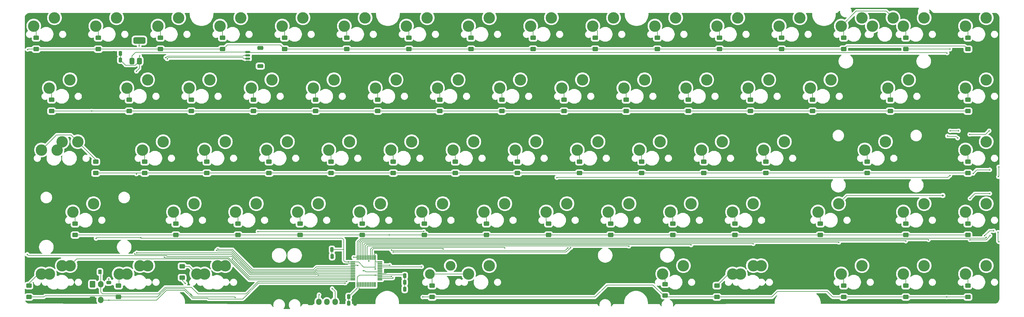
<source format=gbr>
%TF.GenerationSoftware,KiCad,Pcbnew,8.99.0-2641-g1a24c99a2a*%
%TF.CreationDate,2024-10-13T14:08:58+07:00*%
%TF.ProjectId,think65v3,7468696e-6b36-4357-9633-2e6b69636164,rev?*%
%TF.SameCoordinates,Original*%
%TF.FileFunction,Copper,L2,Bot*%
%TF.FilePolarity,Positive*%
%FSLAX46Y46*%
G04 Gerber Fmt 4.6, Leading zero omitted, Abs format (unit mm)*
G04 Created by KiCad (PCBNEW 8.99.0-2641-g1a24c99a2a) date 2024-10-13 14:08:58*
%MOMM*%
%LPD*%
G01*
G04 APERTURE LIST*
G04 Aperture macros list*
%AMRoundRect*
0 Rectangle with rounded corners*
0 $1 Rounding radius*
0 $2 $3 $4 $5 $6 $7 $8 $9 X,Y pos of 4 corners*
0 Add a 4 corners polygon primitive as box body*
4,1,4,$2,$3,$4,$5,$6,$7,$8,$9,$2,$3,0*
0 Add four circle primitives for the rounded corners*
1,1,$1+$1,$2,$3*
1,1,$1+$1,$4,$5*
1,1,$1+$1,$6,$7*
1,1,$1+$1,$8,$9*
0 Add four rect primitives between the rounded corners*
20,1,$1+$1,$2,$3,$4,$5,0*
20,1,$1+$1,$4,$5,$6,$7,0*
20,1,$1+$1,$6,$7,$8,$9,0*
20,1,$1+$1,$8,$9,$2,$3,0*%
G04 Aperture macros list end*
%TA.AperFunction,ComponentPad*%
%ADD10C,3.500000*%
%TD*%
%TA.AperFunction,ComponentPad*%
%ADD11RoundRect,0.250000X-0.600000X-0.725000X0.600000X-0.725000X0.600000X0.725000X-0.600000X0.725000X0*%
%TD*%
%TA.AperFunction,ComponentPad*%
%ADD12O,1.700000X1.950000*%
%TD*%
%TA.AperFunction,ComponentPad*%
%ADD13RoundRect,0.250000X-0.600000X-0.750000X0.600000X-0.750000X0.600000X0.750000X-0.600000X0.750000X0*%
%TD*%
%TA.AperFunction,ComponentPad*%
%ADD14O,1.700000X2.000000*%
%TD*%
%TA.AperFunction,ComponentPad*%
%ADD15C,0.400000*%
%TD*%
%TA.AperFunction,ComponentPad*%
%ADD16C,3.000000*%
%TD*%
%TA.AperFunction,SMDPad,CuDef*%
%ADD17RoundRect,0.250000X0.600000X-0.400000X0.600000X0.400000X-0.600000X0.400000X-0.600000X-0.400000X0*%
%TD*%
%TA.AperFunction,SMDPad,CuDef*%
%ADD18RoundRect,0.075000X0.662500X0.075000X-0.662500X0.075000X-0.662500X-0.075000X0.662500X-0.075000X0*%
%TD*%
%TA.AperFunction,SMDPad,CuDef*%
%ADD19RoundRect,0.075000X0.075000X0.662500X-0.075000X0.662500X-0.075000X-0.662500X0.075000X-0.662500X0*%
%TD*%
%TA.AperFunction,SMDPad,CuDef*%
%ADD20RoundRect,0.250000X-0.250000X-0.475000X0.250000X-0.475000X0.250000X0.475000X-0.250000X0.475000X0*%
%TD*%
%TA.AperFunction,SMDPad,CuDef*%
%ADD21RoundRect,0.375000X0.375000X-0.625000X0.375000X0.625000X-0.375000X0.625000X-0.375000X-0.625000X0*%
%TD*%
%TA.AperFunction,SMDPad,CuDef*%
%ADD22RoundRect,0.500000X1.400000X-0.500000X1.400000X0.500000X-1.400000X0.500000X-1.400000X-0.500000X0*%
%TD*%
%TA.AperFunction,SMDPad,CuDef*%
%ADD23RoundRect,0.150000X-0.625000X0.150000X-0.625000X-0.150000X0.625000X-0.150000X0.625000X0.150000X0*%
%TD*%
%TA.AperFunction,SMDPad,CuDef*%
%ADD24RoundRect,0.250000X-0.650000X0.350000X-0.650000X-0.350000X0.650000X-0.350000X0.650000X0.350000X0*%
%TD*%
%TA.AperFunction,SMDPad,CuDef*%
%ADD25RoundRect,0.250000X0.250000X0.475000X-0.250000X0.475000X-0.250000X-0.475000X0.250000X-0.475000X0*%
%TD*%
%TA.AperFunction,SMDPad,CuDef*%
%ADD26RoundRect,0.250000X-0.475000X0.250000X-0.475000X-0.250000X0.475000X-0.250000X0.475000X0.250000X0*%
%TD*%
%TA.AperFunction,SMDPad,CuDef*%
%ADD27RoundRect,0.250000X0.262500X0.450000X-0.262500X0.450000X-0.262500X-0.450000X0.262500X-0.450000X0*%
%TD*%
%TA.AperFunction,ViaPad*%
%ADD28C,0.400000*%
%TD*%
%TA.AperFunction,ViaPad*%
%ADD29C,0.600000*%
%TD*%
%TA.AperFunction,Conductor*%
%ADD30C,0.200000*%
%TD*%
G04 APERTURE END LIST*
D10*
%TO.P,SW101,1,1*%
%TO.N,Net-(D86-A)*%
X178818907Y-85104682D03*
%TO.P,SW101,2,2*%
%TO.N,C10*%
X185168907Y-82564682D03*
%TD*%
%TO.P,SW88,1,1*%
%TO.N,Net-(D88-A)*%
X212148907Y-85097182D03*
%TO.P,SW88,2,2*%
%TO.N,C12*%
X218498907Y-82557182D03*
%TD*%
%TO.P,SW34,1,1*%
%TO.N,Net-(D34-A)*%
X31173907Y-27947182D03*
%TO.P,SW34,2,2*%
%TO.N,C3*%
X37523907Y-25407182D03*
%TD*%
%TO.P,SW27,1,1*%
%TO.N,Net-(D27-A)*%
X174048907Y-8897182D03*
%TO.P,SW27,2,2*%
%TO.N,C11*%
X180398907Y-6357182D03*
%TD*%
%TO.P,SW65,1,1*%
%TO.N,Net-(D65-A)*%
X64511407Y-66047182D03*
%TO.P,SW65,2,2*%
%TO.N,C4*%
X70861407Y-63507182D03*
%TD*%
%TO.P,SW33,1,1*%
%TO.N,Net-(D33-A)*%
X12123907Y-27947182D03*
%TO.P,SW33,2,2*%
%TO.N,C2*%
X18473907Y-25407182D03*
%TD*%
%TO.P,SW44,1,1*%
%TO.N,Net-(D44-A)*%
X226436907Y-27947182D03*
%TO.P,SW44,2,2*%
%TO.N,C13*%
X232786907Y-25407182D03*
%TD*%
%TO.P,SW90,1,1*%
%TO.N,Net-(D90-A)*%
X250248907Y-85097182D03*
%TO.P,SW90,2,2*%
%TO.N,C14*%
X256598907Y-82557182D03*
%TD*%
%TO.P,SW32,1,1*%
%TO.N,Net-(D32-A)*%
X-6926093Y-27947182D03*
%TO.P,SW32,2,2*%
%TO.N,C1*%
X-576093Y-25407182D03*
%TD*%
%TO.P,SW46,1,1*%
%TO.N,C0*%
X-28357093Y-46997182D03*
%TO.P,SW46,2,2*%
%TO.N,Net-(D46-A)*%
X-22007093Y-44457182D03*
%TD*%
%TO.P,SW23,1,1*%
%TO.N,Net-(D23-A)*%
X97848907Y-8897182D03*
%TO.P,SW23,2,2*%
%TO.N,C7*%
X104198907Y-6357182D03*
%TD*%
D11*
%TO.P,J1,1,Pin_1*%
%TO.N,GND*%
X49400000Y-93700000D03*
D12*
%TO.P,J1,2,Pin_2*%
%TO.N,+3.3V*%
X51900000Y-93700000D03*
%TO.P,J1,3,Pin_3*%
%TO.N,C4*%
X54400000Y-93700000D03*
%TO.P,J1,4,Pin_4*%
%TO.N,C14*%
X56900000Y-93700000D03*
%TD*%
D10*
%TO.P,SW48,1,1*%
%TO.N,Net-(D48-A)*%
X16886407Y-46997182D03*
%TO.P,SW48,2,2*%
%TO.N,C2*%
X23236407Y-44457182D03*
%TD*%
%TO.P,SW49,1,1*%
%TO.N,Net-(D49-A)*%
X35936407Y-46997182D03*
%TO.P,SW49,2,2*%
%TO.N,C3*%
X42286407Y-44457182D03*
%TD*%
%TO.P,SW18,1,1*%
%TO.N,Net-(D18-A)*%
X2598907Y-8897182D03*
%TO.P,SW18,2,2*%
%TO.N,C2*%
X8948907Y-6357182D03*
%TD*%
%TO.P,SW52,1,1*%
%TO.N,Net-(D52-A)*%
X93086407Y-46997182D03*
%TO.P,SW52,2,2*%
%TO.N,C6*%
X99436407Y-44457182D03*
%TD*%
%TO.P,SW35,1,1*%
%TO.N,Net-(D35-A)*%
X50223907Y-27947182D03*
%TO.P,SW35,2,2*%
%TO.N,C4*%
X56573907Y-25407182D03*
%TD*%
%TO.P,SW78,1,1*%
%TO.N,Net-(D78-A)*%
X14504907Y-85097182D03*
%TO.P,SW78,2,2*%
%TO.N,C2*%
X20854907Y-82557182D03*
%TD*%
%TO.P,SW97,1,1*%
%TO.N,Net-(D77-A)*%
X-6891093Y-85099682D03*
%TO.P,SW97,2,2*%
%TO.N,C1*%
X-541093Y-82559682D03*
%TD*%
%TO.P,SW70,1,1*%
%TO.N,Net-(D70-A)*%
X159761407Y-66047182D03*
%TO.P,SW70,2,2*%
%TO.N,C9*%
X166111407Y-63507182D03*
%TD*%
%TO.P,SW31,1,1*%
%TO.N,Net-(D31-A)*%
X-30738093Y-27947182D03*
%TO.P,SW31,2,2*%
%TO.N,C0*%
X-24388093Y-25407182D03*
%TD*%
%TO.P,SW20,1,1*%
%TO.N,Net-(D20-A)*%
X40698907Y-8897182D03*
%TO.P,SW20,2,2*%
%TO.N,C4*%
X47048907Y-6357182D03*
%TD*%
%TO.P,SW54,1,1*%
%TO.N,Net-(D54-A)*%
X131186407Y-46997182D03*
%TO.P,SW54,2,2*%
%TO.N,C8*%
X137536407Y-44457182D03*
%TD*%
D13*
%TO.P,SWb\u00F4trst1,1,1*%
%TO.N,GND*%
X-17450000Y-93100000D03*
D14*
%TO.P,SWb\u00F4trst1,2,2*%
%TO.N,RST*%
X-14950000Y-93100000D03*
%TD*%
D10*
%TO.P,SW86,1,1*%
%TO.N,Net-(D86-A)*%
X181192407Y-85097182D03*
%TO.P,SW86,2,2*%
%TO.N,C10*%
X187542407Y-82557182D03*
%TD*%
%TO.P,SW26,1,1*%
%TO.N,Net-(D26-A)*%
X154998907Y-8897182D03*
%TO.P,SW26,2,2*%
%TO.N,C10*%
X161348907Y-6357182D03*
%TD*%
%TO.P,SW73,1,1*%
%TO.N,Net-(D73-A)*%
X231198907Y-66047182D03*
%TO.P,SW73,2,2*%
%TO.N,C12*%
X237548907Y-63507182D03*
%TD*%
%TO.P,SW66,1,1*%
%TO.N,Net-(D66-A)*%
X83561407Y-66047182D03*
%TO.P,SW66,2,2*%
%TO.N,C5*%
X89911407Y-63507182D03*
%TD*%
%TO.P,SW19,1,1*%
%TO.N,Net-(D19-A)*%
X21648907Y-8897182D03*
%TO.P,SW19,2,2*%
%TO.N,C3*%
X27998907Y-6357182D03*
%TD*%
%TO.P,SW50,1,1*%
%TO.N,Net-(D50-A)*%
X54986407Y-46997182D03*
%TO.P,SW50,2,2*%
%TO.N,C4*%
X61336407Y-44457182D03*
%TD*%
%TO.P,SW67,1,1*%
%TO.N,Net-(D67-A)*%
X102611407Y-66047182D03*
%TO.P,SW67,2,2*%
%TO.N,C6*%
X108961407Y-63507182D03*
%TD*%
%TO.P,SW99,1,1*%
%TO.N,Net-(D82-A)*%
X97858907Y-85099682D03*
%TO.P,SW99,2,2*%
%TO.N,C6*%
X104208907Y-82559682D03*
%TD*%
%TO.P,SW57,1,1*%
%TO.N,Net-(D57-A)*%
X188336407Y-46997182D03*
%TO.P,SW57,2,2*%
%TO.N,C11*%
X194686407Y-44457182D03*
%TD*%
%TO.P,SW41,1,1*%
%TO.N,Net-(D41-A)*%
X164523907Y-27947182D03*
%TO.P,SW41,2,2*%
%TO.N,C10*%
X170873907Y-25407182D03*
%TD*%
%TO.P,SW51,1,1*%
%TO.N,Net-(D51-A)*%
X74036407Y-46997182D03*
%TO.P,SW51,2,2*%
%TO.N,C5*%
X80386407Y-44457182D03*
%TD*%
D15*
%TO.P,SW82,1,1*%
%TO.N,Net-(D82-A)*%
X84692407Y-85087182D03*
X85932407Y-86347182D03*
X85942407Y-83847182D03*
D16*
X85942407Y-85097182D03*
D15*
X87192407Y-85097182D03*
%TO.P,SW82,2,2*%
%TO.N,C6*%
X91042407Y-82557182D03*
X92292407Y-81297182D03*
D16*
X92292407Y-82557182D03*
D15*
X92292407Y-83797182D03*
X93532407Y-82547182D03*
%TD*%
D10*
%TO.P,SW25,1,1*%
%TO.N,Net-(D25-A)*%
X135948907Y-8897182D03*
%TO.P,SW25,2,2*%
%TO.N,C9*%
X142298907Y-6357182D03*
%TD*%
%TO.P,SW28,1,1*%
%TO.N,Net-(D28-A)*%
X193098907Y-8897182D03*
%TO.P,SW28,2,2*%
%TO.N,C12*%
X199448907Y-6357182D03*
%TD*%
%TO.P,SW72,1,1*%
%TO.N,Net-(D72-A)*%
X205005407Y-66047182D03*
%TO.P,SW72,2,2*%
%TO.N,C11*%
X211355407Y-63507182D03*
%TD*%
%TO.P,SW89,1,1*%
%TO.N,Net-(D89-A)*%
X231198907Y-85097182D03*
%TO.P,SW89,2,2*%
%TO.N,C13*%
X237548907Y-82557182D03*
%TD*%
%TO.P,SW38,1,1*%
%TO.N,Net-(D38-A)*%
X107373907Y-27947182D03*
%TO.P,SW38,2,2*%
%TO.N,C7*%
X113723907Y-25407182D03*
%TD*%
%TO.P,SW16,1,1*%
%TO.N,Net-(D16-A)*%
X-35501093Y-8897182D03*
%TO.P,SW16,2,2*%
%TO.N,C0*%
X-29151093Y-6357182D03*
%TD*%
%TO.P,SW40,1,1*%
%TO.N,Net-(D40-A)*%
X145473907Y-27947182D03*
%TO.P,SW40,2,2*%
%TO.N,C9*%
X151823907Y-25407182D03*
%TD*%
%TO.P,SW60,1,1*%
%TO.N,Net-(D60-A)*%
X250248907Y-46997182D03*
%TO.P,SW60,2,2*%
%TO.N,C14*%
X256598907Y-44457182D03*
%TD*%
%TO.P,SW55,1,1*%
%TO.N,Net-(D55-A)*%
X150236407Y-46997182D03*
%TO.P,SW55,2,2*%
%TO.N,C9*%
X156586407Y-44457182D03*
%TD*%
%TO.P,SW76,1,1*%
%TO.N,Net-(D76-A)*%
X-33120093Y-85097182D03*
%TO.P,SW76,2,2*%
%TO.N,C0*%
X-26770093Y-82557182D03*
%TD*%
%TO.P,SW96,1,1*%
%TO.N,Net-(D76-A)*%
X-30691093Y-85104682D03*
%TO.P,SW96,2,2*%
%TO.N,C0*%
X-24341093Y-82564682D03*
%TD*%
%TO.P,SW75,1,1*%
%TO.N,Net-(D75-A)*%
X250248907Y-66047182D03*
%TO.P,SW75,2,2*%
%TO.N,C14*%
X256598907Y-63507182D03*
%TD*%
%TO.P,SW71,1,1*%
%TO.N,Net-(D71-A)*%
X178811407Y-66047182D03*
%TO.P,SW71,2,2*%
%TO.N,C10*%
X185161407Y-63507182D03*
%TD*%
%TO.P,SW87,1,1*%
%TO.N,Net-(D87-A)*%
X231198907Y-8897182D03*
%TO.P,SW87,2,2*%
%TO.N,C11*%
X237548907Y-6357182D03*
%TD*%
%TO.P,SW98,1,1*%
%TO.N,Net-(D78-A)*%
X16898907Y-85114682D03*
%TO.P,SW98,2,2*%
%TO.N,C2*%
X23248907Y-82574682D03*
%TD*%
%TO.P,SW47,1,1*%
%TO.N,Net-(D47-A)*%
X-2163593Y-46997182D03*
%TO.P,SW47,2,2*%
%TO.N,C1*%
X4186407Y-44457182D03*
%TD*%
%TO.P,SW37,1,1*%
%TO.N,Net-(D37-A)*%
X88323907Y-27947182D03*
%TO.P,SW37,2,2*%
%TO.N,C6*%
X94673907Y-25407182D03*
%TD*%
%TO.P,SW56,1,1*%
%TO.N,Net-(D56-A)*%
X169286407Y-46997182D03*
%TO.P,SW56,2,2*%
%TO.N,C10*%
X175636407Y-44457182D03*
%TD*%
%TO.P,SW21,1,1*%
%TO.N,Net-(D21-A)*%
X59748907Y-8897182D03*
%TO.P,SW21,2,2*%
%TO.N,C5*%
X66098907Y-6357182D03*
%TD*%
%TO.P,SW39,1,1*%
%TO.N,Net-(D39-A)*%
X126423907Y-27947182D03*
%TO.P,SW39,2,2*%
%TO.N,C8*%
X132773907Y-25407182D03*
%TD*%
%TO.P,SW61,1,1*%
%TO.N,Net-(D61-A)*%
X-23520493Y-66047182D03*
D15*
%TO.P,SW61,2,2*%
%TO.N,C0*%
X-17170493Y-62247182D03*
D10*
X-17170493Y-63507182D03*
%TD*%
%TO.P,SW45,1,1*%
%TO.N,Net-(D45-A)*%
X250248907Y-27947182D03*
%TO.P,SW45,2,2*%
%TO.N,C14*%
X256598907Y-25407182D03*
%TD*%
%TO.P,SW53,1,1*%
%TO.N,Net-(D53-A)*%
X112136407Y-46997182D03*
%TO.P,SW53,2,2*%
%TO.N,C7*%
X118486407Y-44457182D03*
%TD*%
%TO.P,SW69,1,1*%
%TO.N,Net-(D69-A)*%
X140711407Y-66047182D03*
%TO.P,SW69,2,2*%
%TO.N,C8*%
X147061407Y-63507182D03*
%TD*%
%TO.P,SW22,1,1*%
%TO.N,Net-(D22-A)*%
X78798907Y-8897182D03*
%TO.P,SW22,2,2*%
%TO.N,C6*%
X85148907Y-6357182D03*
%TD*%
%TO.P,SW30,1,1*%
%TO.N,Net-(D30-A)*%
X250248907Y-8897182D03*
%TO.P,SW30,2,2*%
%TO.N,C14*%
X256598907Y-6357182D03*
%TD*%
%TO.P,SW68,1,1*%
%TO.N,Net-(D68-A)*%
X121661407Y-66047182D03*
%TO.P,SW68,2,2*%
%TO.N,C7*%
X128011407Y-63507182D03*
%TD*%
D13*
%TO.P,SWb\u00F4t1,1,1*%
%TO.N,+3.3V*%
X-17450000Y-88300000D03*
D14*
%TO.P,SWb\u00F4t1,2,2*%
%TO.N,boot*%
X-14950000Y-88300000D03*
%TD*%
D10*
%TO.P,SW17,1,1*%
%TO.N,Net-(D17-A)*%
X-16451093Y-8897182D03*
%TO.P,SW17,2,2*%
%TO.N,C1*%
X-10101093Y-6357182D03*
%TD*%
%TO.P,SW100,1,1*%
%TO.N,Net-(D46-A)*%
X-33120093Y-46997182D03*
%TO.P,SW100,2,2*%
%TO.N,C0*%
X-26770093Y-44457182D03*
%TD*%
%TO.P,SW43,1,1*%
%TO.N,Net-(D43-A)*%
X202623907Y-27947182D03*
%TO.P,SW43,2,2*%
%TO.N,C12*%
X208973907Y-25407182D03*
%TD*%
%TO.P,SW58,1,1*%
%TO.N,Net-(D58-A)*%
X219367007Y-46997182D03*
D15*
%TO.P,SW58,2,2*%
%TO.N,C12*%
X225717007Y-43197182D03*
D10*
X225717007Y-44457182D03*
%TD*%
%TO.P,SW64,1,1*%
%TO.N,Net-(D64-A)*%
X45461407Y-66047182D03*
%TO.P,SW64,2,2*%
%TO.N,C3*%
X51811407Y-63507182D03*
%TD*%
%TO.P,SW63,1,1*%
%TO.N,Net-(D63-A)*%
X26411407Y-66047182D03*
%TO.P,SW63,2,2*%
%TO.N,C2*%
X32761407Y-63507182D03*
%TD*%
%TO.P,SW77,1,1*%
%TO.N,Net-(D77-A)*%
X-9307593Y-85097182D03*
%TO.P,SW77,2,2*%
%TO.N,C1*%
X-2957593Y-82557182D03*
%TD*%
%TO.P,SW36,1,1*%
%TO.N,Net-(D36-A)*%
X69273907Y-27947182D03*
%TO.P,SW36,2,2*%
%TO.N,C5*%
X75623907Y-25407182D03*
%TD*%
%TO.P,SW1001,1,1*%
%TO.N,C13*%
X221673907Y-8897182D03*
%TO.P,SW1001,2,2*%
%TO.N,Net-(D29-A)*%
X228023907Y-6357182D03*
%TD*%
%TO.P,SW24,1,1*%
%TO.N,Net-(D24-A)*%
X116898907Y-8897182D03*
%TO.P,SW24,2,2*%
%TO.N,C8*%
X123248907Y-6357182D03*
%TD*%
%TO.P,SW29,1,1*%
%TO.N,Net-(D29-A)*%
X212148907Y-8897182D03*
%TO.P,SW29,2,2*%
%TO.N,C13*%
X218498907Y-6357182D03*
%TD*%
%TO.P,SW85,1,1*%
%TO.N,Net-(D85-A)*%
X157379907Y-85097182D03*
%TO.P,SW85,2,2*%
%TO.N,C9*%
X163729907Y-82557182D03*
%TD*%
%TO.P,SW62,1,1*%
%TO.N,Net-(D62-A)*%
X7361407Y-66047182D03*
%TO.P,SW62,2,2*%
%TO.N,C1*%
X13711407Y-63507182D03*
%TD*%
%TO.P,SW42,1,1*%
%TO.N,Net-(D42-A)*%
X183573907Y-27947182D03*
%TO.P,SW42,2,2*%
%TO.N,C11*%
X189923907Y-25407182D03*
%TD*%
D17*
%TO.P,D90,1,K*%
%TO.N,R5*%
X250972236Y-92200438D03*
%TO.P,D90,2,A*%
%TO.N,Net-(D90-A)*%
X250972236Y-88700438D03*
%TD*%
%TO.P,D60,1,K*%
%TO.N,R3*%
X250972236Y-54100438D03*
%TO.P,D60,2,A*%
%TO.N,Net-(D60-A)*%
X250972236Y-50600438D03*
%TD*%
%TO.P,D49,1,K*%
%TO.N,R3*%
X36659736Y-54100438D03*
%TO.P,D49,2,A*%
%TO.N,Net-(D49-A)*%
X36659736Y-50600438D03*
%TD*%
D18*
%TO.P,U3,1,VBAT*%
%TO.N,+3.3V*%
X70662500Y-81450000D03*
%TO.P,U3,2,PC13*%
%TO.N,unconnected-(U3-PC13-Pad2)*%
X70662500Y-81950000D03*
%TO.P,U3,3,PC14/OSC32_IN*%
%TO.N,R4*%
X70662500Y-82450000D03*
%TO.P,U3,4,PC15/OSC32_OUT*%
%TO.N,R5*%
X70662500Y-82950000D03*
%TO.P,U3,5,PF0/OSC_IN*%
%TO.N,unconnected-(U3-PF0{slash}OSC_IN-Pad5)*%
X70662500Y-83450000D03*
%TO.P,U3,6,PF1/OSC_OUT*%
%TO.N,unconnected-(U3-PF1{slash}OSC_OUT-Pad6)*%
X70662500Y-83950000D03*
%TO.P,U3,7,NRST*%
%TO.N,RST*%
X70662500Y-84450000D03*
%TO.P,U3,8,VSSA*%
%TO.N,GND*%
X70662500Y-84950000D03*
%TO.P,U3,9,VDDA*%
%TO.N,+3.3V*%
X70662500Y-85450000D03*
%TO.P,U3,10,PA0/ADC_IN0*%
%TO.N,C7*%
X70662500Y-85950000D03*
%TO.P,U3,11,PA1/ADC_IN1*%
%TO.N,RGB*%
X70662500Y-86450000D03*
%TO.P,U3,12,PA2/ADC_IN2*%
%TO.N,unconnected-(U3-PA2{slash}ADC_IN2-Pad12)*%
X70662500Y-86950000D03*
D19*
%TO.P,U3,13,PA3/TIM15_CH2/ADC_IN3*%
%TO.N,unconnected-(U3-PA3{slash}TIM15_CH2{slash}ADC_IN3-Pad13)*%
X69250000Y-88362500D03*
%TO.P,U3,14,PA4/TIM14_CH1/ADC_IN4*%
%TO.N,unconnected-(U3-PA4{slash}TIM14_CH1{slash}ADC_IN4-Pad14)*%
X68750000Y-88362500D03*
%TO.P,U3,15,PA5/ADC_IN5/DAC_OUT2*%
%TO.N,unconnected-(U3-PA5{slash}ADC_IN5{slash}DAC_OUT2-Pad15)*%
X68250000Y-88362500D03*
%TO.P,U3,16,PA6/ADC_IN6/TIM3_CH1/TIM16_CH1*%
%TO.N,unconnected-(U3-PA6{slash}ADC_IN6{slash}TIM3_CH1{slash}TIM16_CH1-Pad16)*%
X67750000Y-88362500D03*
%TO.P,U3,17,PA7/TIM3_CH2/TIM14_CH1/ADC_IN7*%
%TO.N,unconnected-(U3-PA7{slash}TIM3_CH2{slash}TIM14_CH1{slash}ADC_IN7-Pad17)*%
X67250000Y-88362500D03*
%TO.P,U3,18,PB0/TIM3_CH3/ADC_IN8*%
%TO.N,unconnected-(U3-PB0{slash}TIM3_CH3{slash}ADC_IN8-Pad18)*%
X66750000Y-88362500D03*
%TO.P,U3,19,PB1/TIM3_CH4/TIM14_CH1/ADC_IN9*%
%TO.N,unconnected-(U3-PB1{slash}TIM3_CH4{slash}TIM14_CH1{slash}ADC_IN9-Pad19)*%
X66250000Y-88362500D03*
%TO.P,U3,20,PB2*%
%TO.N,unconnected-(U3-PB2-Pad20)*%
X65750000Y-88362500D03*
%TO.P,U3,21,PB10/SPI2_SCK/I2C2_SCL/TIM2_CH3*%
%TO.N,unconnected-(U3-PB10{slash}SPI2_SCK{slash}I2C2_SCL{slash}TIM2_CH3-Pad21)*%
X65250000Y-88362500D03*
%TO.P,U3,22,PB11/TIM2_CH4/I2C2_SDA*%
%TO.N,unconnected-(U3-PB11{slash}TIM2_CH4{slash}I2C2_SDA-Pad22)*%
X64750000Y-88362500D03*
%TO.P,U3,23,VSS*%
%TO.N,GND*%
X64250000Y-88362500D03*
%TO.P,U3,24,VDD*%
%TO.N,+3.3V*%
X63750000Y-88362500D03*
D18*
%TO.P,U3,25,PB12*%
%TO.N,C0*%
X62337500Y-86950000D03*
%TO.P,U3,26,SPI2_SCK/I2S2_CK/I2C2_SCL/PB13*%
%TO.N,C1*%
X62337500Y-86450000D03*
%TO.P,U3,27,PB14/SPI2_MISO/I2S2_MCK/I2C2_SDA/TIM15_CH1/PB15*%
%TO.N,C2*%
X62337500Y-85950000D03*
%TO.P,U3,28,SPI2_MOSI/I2S2_SD/PB15*%
%TO.N,C3*%
X62337500Y-85450000D03*
%TO.P,U3,29,TIM1_CH1/PA8*%
%TO.N,R1*%
X62337500Y-84950000D03*
%TO.P,U3,30,TIM1_CH2/PA9*%
%TO.N,R2*%
X62337500Y-84450000D03*
%TO.P,U3,31,TIM1_CH3/PA10*%
%TO.N,R3*%
X62337500Y-83950000D03*
%TO.P,U3,32,USB_DM/TIM1_CH4/PA11*%
%TO.N,D-*%
X62337500Y-83450000D03*
%TO.P,U3,33,USB_DP/PA12*%
%TO.N,D+*%
X62337500Y-82950000D03*
%TO.P,U3,34,SWDIO/PA13*%
%TO.N,C4*%
X62337500Y-82450000D03*
%TO.P,U3,35,VSS*%
%TO.N,GND*%
X62337500Y-81950000D03*
%TO.P,U3,36,VDDIO2*%
%TO.N,+3.3V*%
X62337500Y-81450000D03*
D19*
%TO.P,U3,37,SWCLK/PA14*%
%TO.N,C14*%
X63750000Y-80037500D03*
%TO.P,U3,38,PA2*%
%TO.N,C13*%
X64250000Y-80037500D03*
%TO.P,U3,39,SPI1_SCK/I2S1_CK/TIM2_CH2/PB3*%
%TO.N,C12*%
X64750000Y-80037500D03*
%TO.P,U3,40,SPI1_MISO/I2S1_MCK/TIM3_CH1/PB4*%
%TO.N,C11*%
X65250000Y-80037500D03*
%TO.P,U3,41,SPI1_MOSI/I2S1_SD/TIM3_CH2/PB5*%
%TO.N,C10*%
X65750000Y-80037500D03*
%TO.P,U3,42,I2C1_SCL/PB6*%
%TO.N,C9*%
X66250000Y-80037500D03*
%TO.P,U3,43,2C1_SDA/PB7*%
%TO.N,C8*%
X66750000Y-80037500D03*
%TO.P,U3,44,BOOT0*%
%TO.N,boot*%
X67250000Y-80037500D03*
%TO.P,U3,45,I2C1_SCL/TIM16_CH1/PB8*%
%TO.N,C6*%
X67750000Y-80037500D03*
%TO.P,U3,46,SPI2_NSS/I2S2_WS/I2C1_SDA/TIM17_CH1/PB9*%
%TO.N,C5*%
X68250000Y-80037500D03*
%TO.P,U3,47,VSS*%
%TO.N,GND*%
X68750000Y-80037500D03*
%TO.P,U3,48,VDD*%
%TO.N,+3.3V*%
X69250000Y-80037500D03*
%TD*%
D17*
%TO.P,D72,1,K*%
%TO.N,R4*%
X205728736Y-73150438D03*
%TO.P,D72,2,A*%
%TO.N,Net-(D72-A)*%
X205728736Y-69650438D03*
%TD*%
%TO.P,D73,1,K*%
%TO.N,R4*%
X231922236Y-73150438D03*
%TO.P,D73,2,A*%
%TO.N,Net-(D73-A)*%
X231922236Y-69650438D03*
%TD*%
%TO.P,D43,1,K*%
%TO.N,R2*%
X203347236Y-35050438D03*
%TO.P,D43,2,A*%
%TO.N,Net-(D43-A)*%
X203347236Y-31550438D03*
%TD*%
%TO.P,D53,1,K*%
%TO.N,R3*%
X112859736Y-54100438D03*
%TO.P,D53,2,A*%
%TO.N,Net-(D53-A)*%
X112859736Y-50600438D03*
%TD*%
D20*
%TO.P,C9,1*%
%TO.N,GND*%
X54050000Y-77603250D03*
%TO.P,C9,2*%
%TO.N,+3.3V*%
X55950000Y-77603250D03*
%TD*%
D17*
%TO.P,D77,1,K*%
%TO.N,R5*%
X-9500000Y-92200438D03*
%TO.P,D77,2,A*%
%TO.N,Net-(D77-A)*%
X-9500000Y-88700438D03*
%TD*%
%TO.P,D64,1,K*%
%TO.N,R4*%
X46184736Y-73150438D03*
%TO.P,D64,2,A*%
%TO.N,Net-(D64-A)*%
X46184736Y-69650438D03*
%TD*%
%TO.P,D47,1,K*%
%TO.N,R3*%
X-1440264Y-54100438D03*
%TO.P,D47,2,A*%
%TO.N,Net-(D47-A)*%
X-1440264Y-50600438D03*
%TD*%
%TO.P,D34,1,K*%
%TO.N,R2*%
X31897236Y-35050438D03*
%TO.P,D34,2,A*%
%TO.N,Net-(D34-A)*%
X31897236Y-31550438D03*
%TD*%
%TO.P,D89,1,K*%
%TO.N,R5*%
X231922236Y-92200438D03*
%TO.P,D89,2,A*%
%TO.N,Net-(D89-A)*%
X231922236Y-88700438D03*
%TD*%
D21*
%TO.P,U7,1,ADJ*%
%TO.N,GND*%
X-800000Y-19650000D03*
%TO.P,U7,2,VO*%
%TO.N,+3.3V*%
X-3100000Y-19650000D03*
D22*
X-3100000Y-13350000D03*
D21*
%TO.P,U7,3,VI*%
%TO.N,+5V*%
X-5400000Y-19650000D03*
%TD*%
D17*
%TO.P,D66,1,K*%
%TO.N,R4*%
X84284736Y-73150438D03*
%TO.P,D66,2,A*%
%TO.N,Net-(D66-A)*%
X84284736Y-69650438D03*
%TD*%
%TO.P,D35,1,K*%
%TO.N,R2*%
X50947236Y-35050438D03*
%TO.P,D35,2,A*%
%TO.N,Net-(D35-A)*%
X50947236Y-31550438D03*
%TD*%
%TO.P,D38,1,K*%
%TO.N,R2*%
X108097236Y-35050438D03*
%TO.P,D38,2,A*%
%TO.N,Net-(D38-A)*%
X108097236Y-31550438D03*
%TD*%
D20*
%TO.P,C3,1*%
%TO.N,GND*%
X-10850000Y-17300000D03*
%TO.P,C3,2*%
%TO.N,+3.3V*%
X-8950000Y-17300000D03*
%TD*%
D23*
%TO.P,J5,1,Pin_1*%
%TO.N,+5V*%
X30100000Y-16900000D03*
%TO.P,J5,2,Pin_2*%
%TO.N,D-*%
X30100000Y-17900000D03*
%TO.P,J5,3,Pin_3*%
%TO.N,D+*%
X30100000Y-18900000D03*
%TO.P,J5,4,Pin_4*%
%TO.N,GND*%
X30100000Y-19900000D03*
D24*
%TO.P,J5,MP*%
%TO.N,N/C*%
X33975000Y-15600000D03*
X33975000Y-21200000D03*
%TD*%
D25*
%TO.P,C6,1*%
%TO.N,GND*%
X63000000Y-92090000D03*
%TO.P,C6,2*%
%TO.N,+3.3V*%
X61100000Y-92090000D03*
%TD*%
D17*
%TO.P,D51,1,K*%
%TO.N,R3*%
X74759736Y-54100438D03*
%TO.P,D51,2,A*%
%TO.N,Net-(D51-A)*%
X74759736Y-50600438D03*
%TD*%
%TO.P,D20,1,K*%
%TO.N,R1*%
X41422236Y-16000438D03*
%TO.P,D20,2,A*%
%TO.N,Net-(D20-A)*%
X41422236Y-12500438D03*
%TD*%
%TO.P,D52,1,K*%
%TO.N,R3*%
X93809736Y-54100438D03*
%TO.P,D52,2,A*%
%TO.N,Net-(D52-A)*%
X93809736Y-50600438D03*
%TD*%
%TO.P,D42,1,K*%
%TO.N,R2*%
X184297236Y-35050438D03*
%TO.P,D42,2,A*%
%TO.N,Net-(D42-A)*%
X184297236Y-31550438D03*
%TD*%
D26*
%TO.P,C1,1*%
%TO.N,RST*%
X-12500000Y-87750000D03*
%TO.P,C1,2*%
%TO.N,GND*%
X-12500000Y-89650000D03*
%TD*%
D17*
%TO.P,D31,1,K*%
%TO.N,R2*%
X-30014764Y-35050438D03*
%TO.P,D31,2,A*%
%TO.N,Net-(D31-A)*%
X-30014764Y-31550438D03*
%TD*%
%TO.P,D28,1,K*%
%TO.N,R1*%
X193822236Y-16000438D03*
%TO.P,D28,2,A*%
%TO.N,Net-(D28-A)*%
X193822236Y-12500438D03*
%TD*%
%TO.P,D70,1,K*%
%TO.N,R4*%
X160484736Y-73150438D03*
%TO.P,D70,2,A*%
%TO.N,Net-(D70-A)*%
X160484736Y-69650438D03*
%TD*%
%TO.P,D88,1,K*%
%TO.N,R5*%
X212872236Y-92200438D03*
%TO.P,D88,2,A*%
%TO.N,Net-(D88-A)*%
X212872236Y-88700438D03*
%TD*%
%TO.P,D46,1,K*%
%TO.N,R3*%
X-16500000Y-54100438D03*
%TO.P,D46,2,A*%
%TO.N,Net-(D46-A)*%
X-16500000Y-50600438D03*
%TD*%
%TO.P,D39,1,K*%
%TO.N,R2*%
X127147236Y-35050438D03*
%TO.P,D39,2,A*%
%TO.N,Net-(D39-A)*%
X127147236Y-31550438D03*
%TD*%
%TO.P,D62,1,K*%
%TO.N,R4*%
X8084736Y-73150438D03*
%TO.P,D62,2,A*%
%TO.N,Net-(D62-A)*%
X8084736Y-69650438D03*
%TD*%
%TO.P,D17,1,K*%
%TO.N,R1*%
X-15727764Y-16000438D03*
%TO.P,D17,2,A*%
%TO.N,Net-(D17-A)*%
X-15727764Y-12500438D03*
%TD*%
%TO.P,D71,1,K*%
%TO.N,R4*%
X179534736Y-73150438D03*
%TO.P,D71,2,A*%
%TO.N,Net-(D71-A)*%
X179534736Y-69650438D03*
%TD*%
%TO.P,D23,1,K*%
%TO.N,R1*%
X98572236Y-16000438D03*
%TO.P,D23,2,A*%
%TO.N,Net-(D23-A)*%
X98572236Y-12500438D03*
%TD*%
%TO.P,D50,1,K*%
%TO.N,R3*%
X55709736Y-54100438D03*
%TO.P,D50,2,A*%
%TO.N,Net-(D50-A)*%
X55709736Y-50600438D03*
%TD*%
%TO.P,D65,1,K*%
%TO.N,R4*%
X65234736Y-73150438D03*
%TO.P,D65,2,A*%
%TO.N,Net-(D65-A)*%
X65234736Y-69650438D03*
%TD*%
%TO.P,D27,1,K*%
%TO.N,R1*%
X174772236Y-16000438D03*
%TO.P,D27,2,A*%
%TO.N,Net-(D27-A)*%
X174772236Y-12500438D03*
%TD*%
%TO.P,D75,1,K*%
%TO.N,R4*%
X250972236Y-73150438D03*
%TO.P,D75,2,A*%
%TO.N,Net-(D75-A)*%
X250972236Y-69650438D03*
%TD*%
%TO.P,D82,1,K*%
%TO.N,R5*%
X86665736Y-92200438D03*
%TO.P,D82,2,A*%
%TO.N,Net-(D82-A)*%
X86665736Y-88700438D03*
%TD*%
D25*
%TO.P,C10,1*%
%TO.N,GND*%
X80150000Y-89800000D03*
%TO.P,C10,2*%
%TO.N,+3.3V*%
X78250000Y-89800000D03*
%TD*%
D17*
%TO.P,D41,1,K*%
%TO.N,R2*%
X165247236Y-35050438D03*
%TO.P,D41,2,A*%
%TO.N,Net-(D41-A)*%
X165247236Y-31550438D03*
%TD*%
D20*
%TO.P,C8,1*%
%TO.N,GND*%
X54100000Y-79723250D03*
%TO.P,C8,2*%
%TO.N,+3.3V*%
X56000000Y-79723250D03*
%TD*%
D17*
%TO.P,D25,1,K*%
%TO.N,R1*%
X136672236Y-16000438D03*
%TO.P,D25,2,A*%
%TO.N,Net-(D25-A)*%
X136672236Y-12500438D03*
%TD*%
%TO.P,D21,1,K*%
%TO.N,R1*%
X60472236Y-16000438D03*
%TO.P,D21,2,A*%
%TO.N,Net-(D21-A)*%
X60472236Y-12500438D03*
%TD*%
%TO.P,D54,1,K*%
%TO.N,R3*%
X131909736Y-54100438D03*
%TO.P,D54,2,A*%
%TO.N,Net-(D54-A)*%
X131909736Y-50600438D03*
%TD*%
%TO.P,D16,1,K*%
%TO.N,R1*%
X-34777764Y-16000438D03*
%TO.P,D16,2,A*%
%TO.N,Net-(D16-A)*%
X-34777764Y-12500438D03*
%TD*%
D25*
%TO.P,C5,1*%
%TO.N,GND*%
X80150000Y-87700000D03*
%TO.P,C5,2*%
%TO.N,+3.3V*%
X78250000Y-87700000D03*
%TD*%
D17*
%TO.P,D40,1,K*%
%TO.N,R2*%
X146197236Y-35050438D03*
%TO.P,D40,2,A*%
%TO.N,Net-(D40-A)*%
X146197236Y-31550438D03*
%TD*%
%TO.P,D19,1,K*%
%TO.N,R1*%
X22372236Y-16000438D03*
%TO.P,D19,2,A*%
%TO.N,Net-(D19-A)*%
X22372236Y-12500438D03*
%TD*%
%TO.P,D22,1,K*%
%TO.N,R1*%
X79522236Y-16000438D03*
%TO.P,D22,2,A*%
%TO.N,Net-(D22-A)*%
X79522236Y-12500438D03*
%TD*%
%TO.P,D26,1,K*%
%TO.N,R1*%
X155722236Y-16000438D03*
%TO.P,D26,2,A*%
%TO.N,Net-(D26-A)*%
X155722236Y-12500438D03*
%TD*%
%TO.P,D24,1,K*%
%TO.N,R1*%
X117622236Y-16000438D03*
%TO.P,D24,2,A*%
%TO.N,Net-(D24-A)*%
X117622236Y-12500438D03*
%TD*%
%TO.P,D85,1,K*%
%TO.N,R5*%
X158103236Y-91750000D03*
%TO.P,D85,2,A*%
%TO.N,Net-(D85-A)*%
X158103236Y-88250000D03*
%TD*%
%TO.P,D55,1,K*%
%TO.N,R3*%
X150959736Y-54100438D03*
%TO.P,D55,2,A*%
%TO.N,Net-(D55-A)*%
X150959736Y-50600438D03*
%TD*%
%TO.P,D30,1,K*%
%TO.N,R1*%
X250972236Y-16000438D03*
%TO.P,D30,2,A*%
%TO.N,Net-(D30-A)*%
X250972236Y-12500438D03*
%TD*%
%TO.P,D33,1,K*%
%TO.N,R2*%
X12847236Y-35050438D03*
%TO.P,D33,2,A*%
%TO.N,Net-(D33-A)*%
X12847236Y-31550438D03*
%TD*%
%TO.P,D63,1,K*%
%TO.N,R4*%
X27134736Y-73150438D03*
%TO.P,D63,2,A*%
%TO.N,Net-(D63-A)*%
X27134736Y-69650438D03*
%TD*%
%TO.P,D76,1,K*%
%TO.N,R5*%
X-37000000Y-92200438D03*
%TO.P,D76,2,A*%
%TO.N,Net-(D76-A)*%
X-37000000Y-88700438D03*
%TD*%
%TO.P,D18,1,K*%
%TO.N,R1*%
X3322236Y-16000438D03*
%TO.P,D18,2,A*%
%TO.N,Net-(D18-A)*%
X3322236Y-12500438D03*
%TD*%
%TO.P,D58,1,K*%
%TO.N,R3*%
X220090336Y-54100438D03*
%TO.P,D58,2,A*%
%TO.N,Net-(D58-A)*%
X220090336Y-50600438D03*
%TD*%
D25*
%TO.P,C4,1*%
%TO.N,GND*%
X80150000Y-85670000D03*
%TO.P,C4,2*%
%TO.N,+3.3V*%
X78250000Y-85670000D03*
%TD*%
D17*
%TO.P,D57,1,K*%
%TO.N,R3*%
X189059736Y-54100438D03*
%TO.P,D57,2,A*%
%TO.N,Net-(D57-A)*%
X189059736Y-50600438D03*
%TD*%
%TO.P,D78,1,K*%
%TO.N,R5*%
X10000000Y-86250000D03*
%TO.P,D78,2,A*%
%TO.N,Net-(D78-A)*%
X10000000Y-82750000D03*
%TD*%
%TO.P,D29,1,K*%
%TO.N,R1*%
X212872236Y-16000438D03*
%TO.P,D29,2,A*%
%TO.N,Net-(D29-A)*%
X212872236Y-12500438D03*
%TD*%
%TO.P,D36,1,K*%
%TO.N,R2*%
X69997236Y-35050438D03*
%TO.P,D36,2,A*%
%TO.N,Net-(D36-A)*%
X69997236Y-31550438D03*
%TD*%
%TO.P,D69,1,K*%
%TO.N,R4*%
X141434736Y-73150438D03*
%TO.P,D69,2,A*%
%TO.N,Net-(D69-A)*%
X141434736Y-69650438D03*
%TD*%
D27*
%TO.P,R1,1*%
%TO.N,boot*%
X-15187500Y-84500000D03*
%TO.P,R1,2*%
%TO.N,GND*%
X-17012500Y-84500000D03*
%TD*%
D17*
%TO.P,D44,1,K*%
%TO.N,R2*%
X227160236Y-35050438D03*
%TO.P,D44,2,A*%
%TO.N,Net-(D44-A)*%
X227160236Y-31550438D03*
%TD*%
%TO.P,D86,1,K*%
%TO.N,R5*%
X174000000Y-92200438D03*
%TO.P,D86,2,A*%
%TO.N,Net-(D86-A)*%
X174000000Y-88700438D03*
%TD*%
%TO.P,D68,1,K*%
%TO.N,R4*%
X122384736Y-73150438D03*
%TO.P,D68,2,A*%
%TO.N,Net-(D68-A)*%
X122384736Y-69650438D03*
%TD*%
%TO.P,D48,1,K*%
%TO.N,R3*%
X17609736Y-54100438D03*
%TO.P,D48,2,A*%
%TO.N,Net-(D48-A)*%
X17609736Y-50600438D03*
%TD*%
%TO.P,D32,1,K*%
%TO.N,R2*%
X-6202764Y-35050438D03*
%TO.P,D32,2,A*%
%TO.N,Net-(D32-A)*%
X-6202764Y-31550438D03*
%TD*%
%TO.P,D45,1,K*%
%TO.N,R2*%
X250972236Y-35050438D03*
%TO.P,D45,2,A*%
%TO.N,Net-(D45-A)*%
X250972236Y-31550438D03*
%TD*%
%TO.P,D61,1,K*%
%TO.N,R4*%
X-22797164Y-73150438D03*
%TO.P,D61,2,A*%
%TO.N,Net-(D61-A)*%
X-22797164Y-69650438D03*
%TD*%
%TO.P,D87,1,K*%
%TO.N,R5*%
X231922236Y-16000438D03*
%TO.P,D87,2,A*%
%TO.N,Net-(D87-A)*%
X231922236Y-12500438D03*
%TD*%
D25*
%TO.P,C7,1*%
%TO.N,GND*%
X63000000Y-94100000D03*
%TO.P,C7,2*%
%TO.N,+3.3V*%
X61100000Y-94100000D03*
%TD*%
D20*
%TO.P,C2,1*%
%TO.N,GND*%
X-10850000Y-19310000D03*
%TO.P,C2,2*%
%TO.N,+3.3V*%
X-8950000Y-19310000D03*
%TD*%
D17*
%TO.P,D67,1,K*%
%TO.N,R4*%
X103334736Y-73150438D03*
%TO.P,D67,2,A*%
%TO.N,Net-(D67-A)*%
X103334736Y-69650438D03*
%TD*%
%TO.P,D56,1,K*%
%TO.N,R3*%
X170009736Y-54100438D03*
%TO.P,D56,2,A*%
%TO.N,Net-(D56-A)*%
X170009736Y-50600438D03*
%TD*%
%TO.P,D37,1,K*%
%TO.N,R2*%
X89047236Y-35050438D03*
%TO.P,D37,2,A*%
%TO.N,Net-(D37-A)*%
X89047236Y-31550438D03*
%TD*%
D28*
%TO.N,+3.3V*%
X61000000Y-81450000D03*
X52000000Y-91500000D03*
X-16400000Y-74200000D03*
X-2700000Y-74000000D03*
X-4000000Y-22800000D03*
X-3200000Y-15000000D03*
X69200000Y-85450000D03*
X-3000000Y-18100000D03*
X69200000Y-83600000D03*
%TO.N,GND*%
X249000000Y-56000000D03*
X142500000Y-90500000D03*
X259000000Y-39000000D03*
X58500000Y-90000000D03*
X255500000Y-52000000D03*
X71000000Y-79500000D03*
X52000000Y-89500000D03*
X65500000Y-90500000D03*
X58000000Y-81000000D03*
X62000000Y-77000000D03*
X-13000000Y-82500000D03*
X132500000Y-86000000D03*
X247000000Y-55500000D03*
X5000000Y-82000000D03*
X246500000Y-52500000D03*
X247000000Y-39000000D03*
X260500000Y-58500000D03*
X258000000Y-58500000D03*
%TO.N,+5V*%
X244600000Y-17200000D03*
X244700000Y-42700000D03*
X256098907Y-73400000D03*
X258864612Y-71835388D03*
X247839294Y-43339294D03*
%TO.N,RGB*%
X129200000Y-77000438D03*
X245500000Y-54800000D03*
X124900000Y-55500000D03*
X74700053Y-78400438D03*
X245500000Y-41100000D03*
X248100000Y-41100000D03*
X74624266Y-86324266D03*
%TO.N,R1*%
X-37500000Y-79100000D03*
X-37400000Y-16100000D03*
%TO.N,R2*%
X-17700000Y-35000000D03*
X-4500000Y-78996731D03*
%TO.N,RST*%
X60000000Y-87950000D03*
X65600000Y-84100000D03*
X-12500000Y-93150438D03*
X-12500000Y-86700000D03*
%TO.N,R3*%
X-4014928Y-54378732D03*
X-3916807Y-78596731D03*
%TO.N,R4*%
X73700000Y-82400000D03*
X73500000Y-73100000D03*
%TO.N,R5*%
X11000000Y-88000000D03*
X33261407Y-72100000D03*
X83800000Y-92200000D03*
X83472407Y-82900000D03*
X26300000Y-92300000D03*
X12670711Y-91329289D03*
X244500000Y-92200438D03*
X84100000Y-72000000D03*
X245500000Y-16000000D03*
%TO.N,Net-(Drgb1-DIN)*%
X260433907Y-75200000D03*
X260200000Y-72300000D03*
%TO.N,Net-(Drgb1-DOUT)*%
X251600000Y-74600439D03*
X257800000Y-73300000D03*
%TO.N,C4*%
X63900000Y-82500000D03*
%TO.N,C14*%
X256598907Y-73900000D03*
X56000000Y-89600000D03*
X62600000Y-80000000D03*
%TO.N,D+*%
X5429810Y-19029810D03*
X20981267Y-77418734D03*
%TO.N,D-*%
X4970190Y-18570190D03*
X20521647Y-77878354D03*
%TO.N,boot*%
X60500000Y-87450000D03*
X67300000Y-81200000D03*
%TO.N,Net-(rgb1-DOUT)*%
X251500000Y-42200000D03*
X257500000Y-41100000D03*
%TO.N,Net-(rgb2-DOUT)*%
X260300000Y-55200000D03*
X260433907Y-52200000D03*
%TO.N,Net-(rgb3-DOUT)*%
X252600000Y-54200000D03*
X257700000Y-53100000D03*
%TO.N,Net-(rgb5-DOUT)*%
X257700000Y-60400000D03*
X251600000Y-61900000D03*
%TO.N,C1*%
X4496731Y-79996731D03*
%TO.N,C2*%
X25334873Y-80488716D03*
%TO.N,C3*%
X51700000Y-85450000D03*
%TO.N,C5*%
X90000000Y-77400438D03*
%TO.N,C6*%
X108961407Y-77100000D03*
%TO.N,C7*%
X74200000Y-85900000D03*
X128300000Y-77100000D03*
X74200000Y-77800438D03*
%TO.N,C8*%
X147000000Y-76600439D03*
%TO.N,C9*%
X166111407Y-76200438D03*
%TO.N,C10*%
X185161407Y-75800438D03*
D29*
%TO.N,C11*%
X243300000Y-61000000D03*
D28*
X211400000Y-75400438D03*
%TO.N,C12*%
X231909746Y-75009746D03*
%TO.N,C13*%
X238888907Y-74600439D03*
%TD*%
D30*
%TO.N,+3.3V*%
X69250000Y-81050000D02*
X69250000Y-80800000D01*
X69250000Y-82900000D02*
X69150000Y-83000000D01*
X69250000Y-80800000D02*
X69250000Y-80037500D01*
X69200000Y-85450000D02*
X70662500Y-85450000D01*
X-4400000Y-20950000D02*
X-3100000Y-19650000D01*
X69250000Y-82900000D02*
X69250000Y-83550000D01*
X62337500Y-81450000D02*
X61000000Y-81450000D01*
X55950000Y-77603250D02*
X59503250Y-77603250D01*
X61000000Y-81450000D02*
X60050000Y-81450000D01*
X-7310000Y-20950000D02*
X-4400000Y-20950000D01*
X-8950000Y-17300000D02*
X-8950000Y-19310000D01*
X59600000Y-74600000D02*
X59100438Y-74100438D01*
X60050000Y-81450000D02*
X59600000Y-81000000D01*
X-2599562Y-74100438D02*
X-2700000Y-74000000D01*
X77980000Y-85400000D02*
X70712500Y-85400000D01*
X-8950000Y-19310000D02*
X-7310000Y-20950000D01*
X-3100000Y-19650000D02*
X-3100000Y-18200000D01*
X63750000Y-89440000D02*
X63750000Y-88362500D01*
X70712500Y-85400000D02*
X70662500Y-85450000D01*
X69250000Y-80800000D02*
X69250000Y-82900000D01*
X59600000Y-81000000D02*
X59600000Y-77700000D01*
X59503250Y-77603250D02*
X59600000Y-77700000D01*
X78250000Y-89800000D02*
X78250000Y-85670000D01*
X-3200000Y-13450000D02*
X-3100000Y-13350000D01*
X63750000Y-86050000D02*
X64350000Y-85450000D01*
X64150000Y-81450000D02*
X62337500Y-81450000D01*
X64350000Y-85450000D02*
X69200000Y-85450000D01*
X69250000Y-83550000D02*
X69200000Y-83600000D01*
X69150000Y-83000000D02*
X65700000Y-83000000D01*
X61100000Y-92090000D02*
X61100000Y-94100000D01*
X78250000Y-85670000D02*
X77980000Y-85400000D01*
X55950000Y-79673250D02*
X56000000Y-79723250D01*
X59600000Y-77700000D02*
X59600000Y-74600000D01*
X63750000Y-88362500D02*
X63750000Y-86050000D01*
X51900000Y-93700000D02*
X51900000Y-91600000D01*
X65700000Y-83000000D02*
X64150000Y-81450000D01*
X-3100000Y-21900000D02*
X-4000000Y-22800000D01*
X-3100000Y-19650000D02*
X-3100000Y-21900000D01*
X-3200000Y-15000000D02*
X-3200000Y-13450000D01*
X70662500Y-81450000D02*
X69650000Y-81450000D01*
X61100000Y-92090000D02*
X63750000Y-89440000D01*
X-3100000Y-18200000D02*
X-3000000Y-18100000D01*
X-16200000Y-74000000D02*
X-16400000Y-74200000D01*
X51900000Y-91600000D02*
X52000000Y-91500000D01*
X55950000Y-77603250D02*
X55950000Y-79673250D01*
X59100438Y-74100438D02*
X-2599562Y-74100438D01*
X-2700000Y-74000000D02*
X-16200000Y-74000000D01*
X69650000Y-81450000D02*
X69250000Y-81050000D01*
%TO.N,GND*%
X59050000Y-81950000D02*
X59000000Y-82000000D01*
X63750000Y-94110000D02*
X63710000Y-94150000D01*
X62337500Y-81950000D02*
X59050000Y-81950000D01*
X70662500Y-84950000D02*
X72550000Y-84950000D01*
X68750000Y-79267590D02*
X69517590Y-78500000D01*
X64250000Y-88362500D02*
X64250000Y-90750000D01*
X72550000Y-84950000D02*
X73000000Y-84500000D01*
X69517590Y-78500000D02*
X70000000Y-78500000D01*
X64250000Y-90750000D02*
X64500000Y-91000000D01*
X68750000Y-80037500D02*
X68750000Y-79267590D01*
%TO.N,+5V*%
X244700000Y-42700000D02*
X244800000Y-42800000D01*
X244800000Y-42800000D02*
X247300000Y-42800000D01*
X257663519Y-71835388D02*
X258864612Y-71835388D01*
X-4250438Y-16950438D02*
X-5400000Y-18100000D01*
X41500000Y-17100000D02*
X244500000Y-17100000D01*
X247300000Y-42800000D02*
X247839294Y-43339294D01*
X256098907Y-73400000D02*
X257663519Y-71835388D01*
X30100000Y-16900000D02*
X23257418Y-16900000D01*
X-5400000Y-18100000D02*
X-5400000Y-19650000D01*
X30874999Y-16900000D02*
X31074999Y-17100000D01*
X31074999Y-17100000D02*
X41500000Y-17100000D01*
X23206980Y-16950438D02*
X-4250438Y-16950438D01*
X244500000Y-17100000D02*
X244600000Y-17200000D01*
X23257418Y-16900000D02*
X23206980Y-16950438D01*
X30100000Y-16900000D02*
X30874999Y-16900000D01*
%TO.N,RGB*%
X124951718Y-55448282D02*
X244851718Y-55448282D01*
X74700053Y-78400438D02*
X127706669Y-78400438D01*
X128800000Y-77307107D02*
X128893331Y-77307107D01*
X244851718Y-55448282D02*
X245500000Y-54800000D01*
X127706669Y-78400438D02*
X128800000Y-77307107D01*
X124900000Y-55500000D02*
X124951718Y-55448282D01*
X245500000Y-41100000D02*
X248100000Y-41100000D01*
X70662500Y-86450000D02*
X74498532Y-86450000D01*
X128893331Y-77307107D02*
X129200000Y-77000438D01*
X74498532Y-86450000D02*
X74624266Y-86324266D01*
%TO.N,Net-(D16-A)*%
X-34777764Y-9620511D02*
X-35501093Y-8897182D01*
X-34777764Y-12500438D02*
X-34777764Y-9620511D01*
%TO.N,R1*%
X-37400000Y-16100000D02*
X-37300438Y-16000438D01*
X-37103269Y-79496731D02*
X-37500000Y-79100000D01*
X17100000Y-79707182D02*
X15700000Y-79707182D01*
X51492893Y-84950000D02*
X51042893Y-85400000D01*
X5410451Y-79707182D02*
X5200000Y-79496731D01*
X250022236Y-15050438D02*
X250972236Y-16000438D01*
X212872236Y-16000438D02*
X213822236Y-15050438D01*
X62337500Y-84950000D02*
X51492893Y-84950000D01*
X-37300438Y-16000438D02*
X-34777764Y-16000438D01*
X-15727764Y-16000438D02*
X22372236Y-16000438D01*
X5200000Y-79496731D02*
X-37103269Y-79496731D01*
X25260446Y-79707182D02*
X17400000Y-79707182D01*
X22599562Y-16000438D02*
X23900000Y-14700000D01*
X51042893Y-85400000D02*
X30953264Y-85400000D01*
X23900000Y-14700000D02*
X40121798Y-14700000D01*
X213822236Y-15050438D02*
X250022236Y-15050438D01*
X17100000Y-79707182D02*
X14310451Y-79707182D01*
X17400000Y-79707182D02*
X17100000Y-79707182D01*
X40121798Y-14700000D02*
X41422236Y-16000438D01*
X22372236Y-16000438D02*
X22599562Y-16000438D01*
X-34777764Y-16000438D02*
X-15727764Y-16000438D01*
X30953264Y-85400000D02*
X25260446Y-79707182D01*
X-15727764Y-16000438D02*
X3322236Y-16000438D01*
X17400000Y-79707182D02*
X5410451Y-79707182D01*
X41422236Y-16000438D02*
X212872236Y-16000438D01*
%TO.N,Net-(D17-A)*%
X-15727764Y-12500438D02*
X-15727764Y-9620511D01*
X-15727764Y-9620511D02*
X-16451093Y-8897182D01*
%TO.N,Net-(D18-A)*%
X3322236Y-12500438D02*
X3322236Y-9620511D01*
X3322236Y-9620511D02*
X2598907Y-8897182D01*
%TO.N,Net-(D19-A)*%
X22372236Y-12500438D02*
X22372236Y-9620511D01*
X22372236Y-9620511D02*
X21648907Y-8897182D01*
%TO.N,Net-(D20-A)*%
X41422236Y-9620511D02*
X40698907Y-8897182D01*
X41422236Y-12500438D02*
X41422236Y-9620511D01*
%TO.N,Net-(D21-A)*%
X60472236Y-9620511D02*
X59748907Y-8897182D01*
X60472236Y-12500438D02*
X60472236Y-9620511D01*
%TO.N,Net-(D22-A)*%
X79522236Y-12500438D02*
X79522236Y-9620511D01*
X79522236Y-9620511D02*
X78798907Y-8897182D01*
%TO.N,Net-(D23-A)*%
X98572236Y-9620511D02*
X97848907Y-8897182D01*
X98572236Y-12500438D02*
X98572236Y-9620511D01*
%TO.N,Net-(D24-A)*%
X117622236Y-12500438D02*
X117622236Y-9620511D01*
X117622236Y-9620511D02*
X116898907Y-8897182D01*
%TO.N,Net-(D25-A)*%
X136672236Y-12500438D02*
X137408907Y-11763767D01*
X137408907Y-11763767D02*
X137408907Y-10357182D01*
X137408907Y-10357182D02*
X135948907Y-8897182D01*
%TO.N,Net-(D26-A)*%
X155722236Y-12500438D02*
X155722236Y-9620511D01*
X155722236Y-9620511D02*
X154998907Y-8897182D01*
%TO.N,Net-(D27-A)*%
X174772236Y-12500438D02*
X174772236Y-9620511D01*
X174772236Y-9620511D02*
X174048907Y-8897182D01*
%TO.N,Net-(D28-A)*%
X193822236Y-9620511D02*
X193098907Y-8897182D01*
X193822236Y-12500438D02*
X193822236Y-9620511D01*
%TO.N,Net-(D29-A)*%
X212148907Y-8897182D02*
X216738907Y-4307182D01*
X212872236Y-12500438D02*
X212872236Y-9620511D01*
X212872236Y-9620511D02*
X212148907Y-8897182D01*
X216738907Y-4307182D02*
X225973907Y-4307182D01*
X225973907Y-4307182D02*
X228023907Y-6357182D01*
%TO.N,Net-(D30-A)*%
X250972236Y-12500438D02*
X250972236Y-9620511D01*
X250972236Y-9620511D02*
X250248907Y-8897182D01*
%TO.N,Net-(D31-A)*%
X-30014764Y-28670511D02*
X-30738093Y-27947182D01*
X-30014764Y-31550438D02*
X-30014764Y-28670511D01*
%TO.N,R2*%
X-17349562Y-35050438D02*
X-6202764Y-35050438D01*
X29409475Y-83290525D02*
X25215681Y-79096731D01*
X62337500Y-84450000D02*
X51427208Y-84450000D01*
X-17700000Y-35000000D02*
X-17400000Y-35000000D01*
X25215681Y-79096731D02*
X5034314Y-79096731D01*
X-6202764Y-35050438D02*
X250972236Y-35050438D01*
X-17400000Y-35000000D02*
X-17349562Y-35050438D01*
X42300000Y-85000000D02*
X31118950Y-85000000D01*
X-6202764Y-35050438D02*
X-30014764Y-35050438D01*
X51427208Y-84450000D02*
X51092893Y-84784315D01*
X50877208Y-85000000D02*
X42300000Y-85000000D01*
X51092893Y-84784315D02*
X50877208Y-85000000D01*
X31118950Y-85000000D02*
X29409475Y-83290525D01*
X-4400000Y-79096731D02*
X-4500000Y-78996731D01*
X5034314Y-79096731D02*
X-4400000Y-79096731D01*
%TO.N,Net-(D32-A)*%
X-6202764Y-28670511D02*
X-6926093Y-27947182D01*
X-6202764Y-31550438D02*
X-6202764Y-28670511D01*
%TO.N,Net-(D33-A)*%
X12123907Y-27947182D02*
X12123907Y-30827109D01*
X12123907Y-30827109D02*
X12847236Y-31550438D01*
%TO.N,Net-(D34-A)*%
X31897236Y-28670511D02*
X31173907Y-27947182D01*
X31897236Y-31550438D02*
X31897236Y-28670511D01*
%TO.N,Net-(D35-A)*%
X50947236Y-31550438D02*
X50947236Y-28670511D01*
X50947236Y-28670511D02*
X50223907Y-27947182D01*
%TO.N,Net-(D36-A)*%
X69997236Y-31550438D02*
X69997236Y-28670511D01*
X69997236Y-28670511D02*
X69273907Y-27947182D01*
%TO.N,Net-(D37-A)*%
X89047236Y-31550438D02*
X89047236Y-28670511D01*
X89047236Y-28670511D02*
X88323907Y-27947182D01*
%TO.N,Net-(D38-A)*%
X108097236Y-28670511D02*
X107373907Y-27947182D01*
X108097236Y-31550438D02*
X108097236Y-28670511D01*
%TO.N,Net-(D39-A)*%
X127147236Y-28670511D02*
X126423907Y-27947182D01*
X127147236Y-31550438D02*
X127147236Y-28670511D01*
%TO.N,RST*%
X66000000Y-84100000D02*
X66350000Y-84450000D01*
X13234752Y-92600438D02*
X10734314Y-90100000D01*
X18000000Y-92800000D02*
X17800438Y-92600438D01*
X17800438Y-92600438D02*
X13234752Y-92600438D01*
X2149562Y-93150438D02*
X-12500000Y-93150438D01*
X28565686Y-92800000D02*
X18000000Y-92800000D01*
X-12500000Y-87750000D02*
X-12500000Y-86700000D01*
X5200000Y-90100000D02*
X2149562Y-93150438D01*
X10734314Y-90100000D02*
X5200000Y-90100000D01*
X66350000Y-84450000D02*
X70662500Y-84450000D01*
X65600000Y-84100000D02*
X66000000Y-84100000D01*
X33415685Y-87950000D02*
X28565686Y-92800000D01*
X-14950000Y-93100000D02*
X-14899562Y-93150438D01*
X60000000Y-87950000D02*
X33415685Y-87950000D01*
X-14899562Y-93150438D02*
X-12500000Y-93150438D01*
%TO.N,Net-(D40-A)*%
X146197236Y-28670511D02*
X145473907Y-27947182D01*
X146197236Y-31550438D02*
X146197236Y-28670511D01*
%TO.N,Net-(D41-A)*%
X165247236Y-31550438D02*
X165247236Y-28670511D01*
X165247236Y-28670511D02*
X164523907Y-27947182D01*
%TO.N,Net-(D42-A)*%
X184297236Y-31550438D02*
X184297236Y-28670511D01*
X184297236Y-28670511D02*
X183573907Y-27947182D01*
%TO.N,Net-(D43-A)*%
X203347236Y-28670511D02*
X202623907Y-27947182D01*
X203347236Y-31550438D02*
X203347236Y-28670511D01*
%TO.N,Net-(D44-A)*%
X227160236Y-28670511D02*
X226436907Y-27947182D01*
X227160236Y-31550438D02*
X227160236Y-28670511D01*
%TO.N,Net-(D45-A)*%
X250972236Y-28670511D02*
X250248907Y-27947182D01*
X250972236Y-31550438D02*
X250972236Y-28670511D01*
%TO.N,Net-(D46-A)*%
X-28530093Y-42407182D02*
X-33120093Y-46997182D01*
X-24057093Y-42407182D02*
X-28530093Y-42407182D01*
X-16500000Y-49964275D02*
X-22007093Y-44457182D01*
X-22007093Y-44457182D02*
X-24057093Y-42407182D01*
X-16500000Y-50600438D02*
X-16500000Y-49964275D01*
%TO.N,R3*%
X-16500000Y-54100438D02*
X-1440264Y-54100438D01*
X31284636Y-84600000D02*
X30192318Y-83507682D01*
X-1440264Y-54100438D02*
X250972236Y-54100438D01*
X51361522Y-83950000D02*
X51261522Y-84050000D01*
X-3736634Y-54100438D02*
X-1440264Y-54100438D01*
X62337500Y-83950000D02*
X51361522Y-83950000D01*
X50711522Y-84600000D02*
X48600000Y-84600000D01*
X30192318Y-83507682D02*
X25281367Y-78596731D01*
X25281367Y-78596731D02*
X-3916807Y-78596731D01*
X48600000Y-84600000D02*
X31284636Y-84600000D01*
X51261522Y-84050000D02*
X50711522Y-84600000D01*
X-4014928Y-54378732D02*
X-3736634Y-54100438D01*
%TO.N,Net-(D47-A)*%
X-1440264Y-47720511D02*
X-2163593Y-46997182D01*
X-1440264Y-50600438D02*
X-1440264Y-47720511D01*
%TO.N,Net-(D48-A)*%
X17609736Y-50600438D02*
X17609736Y-47720511D01*
X17609736Y-47720511D02*
X16886407Y-46997182D01*
%TO.N,Net-(D49-A)*%
X36659736Y-50600438D02*
X36659736Y-47720511D01*
X36659736Y-47720511D02*
X35936407Y-46997182D01*
%TO.N,Net-(D50-A)*%
X55709736Y-47720511D02*
X54986407Y-46997182D01*
X55709736Y-50600438D02*
X55709736Y-47720511D01*
%TO.N,Net-(D51-A)*%
X74759736Y-47720511D02*
X74036407Y-46997182D01*
X74759736Y-50600438D02*
X74759736Y-47720511D01*
%TO.N,Net-(D52-A)*%
X93809736Y-50600438D02*
X93809736Y-47720511D01*
X93809736Y-47720511D02*
X93086407Y-46997182D01*
%TO.N,Net-(D53-A)*%
X112859736Y-47720511D02*
X112136407Y-46997182D01*
X112859736Y-50600438D02*
X112859736Y-47720511D01*
%TO.N,Net-(D54-A)*%
X131909736Y-50600438D02*
X131909736Y-47720511D01*
X131909736Y-47720511D02*
X131186407Y-46997182D01*
%TO.N,Net-(D55-A)*%
X150959736Y-50600438D02*
X150959736Y-47720511D01*
X150959736Y-47720511D02*
X150236407Y-46997182D01*
%TO.N,Net-(D56-A)*%
X170009736Y-50600438D02*
X170009736Y-47720511D01*
X170009736Y-47720511D02*
X169286407Y-46997182D01*
%TO.N,Net-(D57-A)*%
X189059736Y-47720511D02*
X188336407Y-46997182D01*
X189059736Y-50600438D02*
X189059736Y-47720511D01*
%TO.N,Net-(D58-A)*%
X220090336Y-47720511D02*
X219367007Y-46997182D01*
X220090336Y-50600438D02*
X220090336Y-47720511D01*
%TO.N,Net-(D60-A)*%
X250972236Y-47720511D02*
X250248907Y-46997182D01*
X250972236Y-50600438D02*
X250972236Y-47720511D01*
%TO.N,R4*%
X65234736Y-73150438D02*
X-22797164Y-73150438D01*
X73550438Y-73150438D02*
X77400000Y-73150438D01*
X73500000Y-73100000D02*
X73550438Y-73150438D01*
X73650000Y-82450000D02*
X73700000Y-82400000D01*
X77400000Y-73150438D02*
X84284736Y-73150438D01*
X84284736Y-73150438D02*
X250972236Y-73150438D01*
X70662500Y-82450000D02*
X73650000Y-82450000D01*
X77400000Y-73150438D02*
X65234736Y-73150438D01*
%TO.N,Net-(D61-A)*%
X-22797164Y-69650438D02*
X-22797164Y-66770511D01*
X-22797164Y-66770511D02*
X-23520493Y-66047182D01*
%TO.N,Net-(D62-A)*%
X8084736Y-69650438D02*
X8084736Y-66770511D01*
X8084736Y-66770511D02*
X7361407Y-66047182D01*
%TO.N,Net-(D63-A)*%
X27134736Y-69650438D02*
X27134736Y-66770511D01*
X27134736Y-66770511D02*
X26411407Y-66047182D01*
%TO.N,Net-(D64-A)*%
X46184736Y-69650438D02*
X46184736Y-66770511D01*
X46184736Y-66770511D02*
X45461407Y-66047182D01*
%TO.N,Net-(D65-A)*%
X65234736Y-66770511D02*
X64511407Y-66047182D01*
X65234736Y-69650438D02*
X65234736Y-66770511D01*
%TO.N,Net-(D66-A)*%
X84284736Y-66770511D02*
X83561407Y-66047182D01*
X84284736Y-69650438D02*
X84284736Y-66770511D01*
%TO.N,Net-(D67-A)*%
X103334736Y-66770511D02*
X102611407Y-66047182D01*
X103334736Y-69650438D02*
X103334736Y-66770511D01*
%TO.N,Net-(D68-A)*%
X122384736Y-69500000D02*
X121661407Y-68776671D01*
X122384736Y-69650438D02*
X122384736Y-69500000D01*
X121661407Y-68776671D02*
X121661407Y-66047182D01*
%TO.N,Net-(D69-A)*%
X141434736Y-69650438D02*
X141434736Y-66770511D01*
X141434736Y-66770511D02*
X140711407Y-66047182D01*
%TO.N,Net-(D70-A)*%
X160484736Y-66770511D02*
X159761407Y-66047182D01*
X160484736Y-69650438D02*
X160484736Y-66770511D01*
%TO.N,Net-(D71-A)*%
X179534736Y-69650438D02*
X179534736Y-66770511D01*
X179534736Y-66770511D02*
X178811407Y-66047182D01*
%TO.N,Net-(D72-A)*%
X205728736Y-69650438D02*
X205728736Y-66770511D01*
X205728736Y-66770511D02*
X205005407Y-66047182D01*
%TO.N,Net-(D73-A)*%
X231922236Y-69650438D02*
X231922236Y-66770511D01*
X231922236Y-66770511D02*
X231198907Y-66047182D01*
%TO.N,Net-(D75-A)*%
X250972236Y-66770511D02*
X250248907Y-66047182D01*
X250972236Y-69650438D02*
X250972236Y-66770511D01*
%TO.N,R5*%
X245499562Y-16000438D02*
X245500000Y-16000000D01*
X-32396764Y-92200438D02*
X-37000000Y-92200438D01*
X212872236Y-92200438D02*
X231922236Y-92200438D01*
X13100000Y-91900000D02*
X13100000Y-91758578D01*
X2399562Y-92200438D02*
X5000000Y-89600000D01*
X10000000Y-86250000D02*
X10000000Y-87000000D01*
X-8584264Y-92200438D02*
X2399562Y-92200438D01*
X207800000Y-90500000D02*
X192600000Y-90500000D01*
X190899562Y-92200438D02*
X181915736Y-92200438D01*
X83800000Y-92200000D02*
X84100000Y-92200000D01*
X83422407Y-82950000D02*
X83472407Y-82900000D01*
X13100000Y-91900000D02*
X13400438Y-92200438D01*
X26200438Y-92200438D02*
X26300000Y-92300000D01*
X5000000Y-89600000D02*
X10800000Y-89600000D01*
X15228236Y-92200438D02*
X26200438Y-92200438D01*
X136599562Y-92200438D02*
X140300000Y-88500000D01*
X-32396764Y-92200438D02*
X-31996326Y-91800000D01*
X-31996326Y-91800000D02*
X-8984702Y-91800000D01*
X244500000Y-92200438D02*
X250972236Y-92200438D01*
X10000000Y-87000000D02*
X11000000Y-88000000D01*
X231922236Y-16000438D02*
X245499562Y-16000438D01*
X212872236Y-92200438D02*
X209500438Y-92200438D01*
X13100000Y-91758578D02*
X12670711Y-91329289D01*
X192600000Y-90500000D02*
X190899562Y-92200438D01*
X84000000Y-72100000D02*
X84100000Y-72000000D01*
X154402798Y-88500000D02*
X158103236Y-92200438D01*
X13400438Y-92200438D02*
X15228236Y-92200438D01*
X33261407Y-72100000D02*
X84000000Y-72100000D01*
X140300000Y-88500000D02*
X154402798Y-88500000D01*
X-8984702Y-91800000D02*
X-8584264Y-92200438D01*
X158103236Y-92200438D02*
X181915736Y-92200438D01*
X84100438Y-92200438D02*
X86665736Y-92200438D01*
X84100000Y-92200000D02*
X84100438Y-92200438D01*
X70662500Y-82950000D02*
X83422407Y-82950000D01*
X86665736Y-92200438D02*
X136599562Y-92200438D01*
X231922236Y-92200438D02*
X244500000Y-92200438D01*
X209500438Y-92200438D02*
X207800000Y-90500000D01*
X10800000Y-89600000D02*
X13100000Y-91900000D01*
%TO.N,Net-(D76-A)*%
X-37000000Y-88050438D02*
X-34046744Y-85097182D01*
X-34046744Y-85097182D02*
X-33120093Y-85097182D01*
X-37000000Y-88700438D02*
X-37000000Y-88050438D01*
%TO.N,Net-(D77-A)*%
X-9500000Y-88700438D02*
X-9377593Y-88578031D01*
X-9377593Y-88578031D02*
X-9377593Y-85167182D01*
X-9377593Y-85167182D02*
X-9307593Y-85097182D01*
X-6893593Y-85097182D02*
X-6891093Y-85099682D01*
X-9307593Y-85097182D02*
X-6893593Y-85097182D01*
%TO.N,Net-(D78-A)*%
X12157725Y-82750000D02*
X14504907Y-85097182D01*
X10000000Y-82750000D02*
X12157725Y-82750000D01*
%TO.N,Net-(D82-A)*%
X86665736Y-88700438D02*
X86665736Y-85820511D01*
X97856407Y-85097182D02*
X97858907Y-85099682D01*
X86665736Y-85820511D02*
X85942407Y-85097182D01*
X85942407Y-85097182D02*
X97856407Y-85097182D01*
%TO.N,Net-(D85-A)*%
X158103236Y-88700438D02*
X158103236Y-85820511D01*
X158103236Y-85820511D02*
X157379907Y-85097182D01*
%TO.N,Net-(D86-A)*%
X177595756Y-85104682D02*
X178818907Y-85104682D01*
X174000000Y-88700438D02*
X177595756Y-85104682D01*
%TO.N,Net-(D87-A)*%
X231922236Y-9620511D02*
X231922236Y-12500438D01*
X231198907Y-8897182D02*
X231922236Y-9620511D01*
%TO.N,Net-(D88-A)*%
X212872236Y-85820511D02*
X212148907Y-85097182D01*
X212872236Y-88700438D02*
X212872236Y-85820511D01*
%TO.N,Net-(D89-A)*%
X231922236Y-85820511D02*
X231198907Y-85097182D01*
X231922236Y-88700438D02*
X231922236Y-85820511D01*
%TO.N,Net-(D90-A)*%
X250972236Y-88700438D02*
X250972236Y-85820511D01*
X250972236Y-85820511D02*
X250248907Y-85097182D01*
%TO.N,Net-(Drgb1-DIN)*%
X260200000Y-74966093D02*
X260433907Y-75200000D01*
X260200000Y-72300000D02*
X260200000Y-74966093D01*
%TO.N,Net-(Drgb1-DOUT)*%
X257800000Y-73300000D02*
X257800000Y-73406014D01*
X257800000Y-73406014D02*
X256605575Y-74600439D01*
X256605575Y-74600439D02*
X251600000Y-74600439D01*
%TO.N,C4*%
X63850000Y-82450000D02*
X63900000Y-82500000D01*
X62337500Y-82450000D02*
X63850000Y-82450000D01*
%TO.N,C14*%
X56900000Y-90500000D02*
X56000000Y-89600000D01*
X56900000Y-93700000D02*
X56900000Y-90500000D01*
X62600000Y-80000000D02*
X63712500Y-80000000D01*
X63750000Y-80037500D02*
X63750000Y-75250438D01*
X256398469Y-74100438D02*
X256598907Y-73900000D01*
X63750000Y-75250438D02*
X64900000Y-74100438D01*
X63712500Y-80000000D02*
X63750000Y-80037500D01*
X64900000Y-74100438D02*
X256398469Y-74100438D01*
%TO.N,D+*%
X20996112Y-77575000D02*
X25461718Y-77575000D01*
X51134440Y-82975000D02*
X61206249Y-82975000D01*
X31636718Y-83750000D02*
X50359440Y-83750000D01*
X5693199Y-18625000D02*
X5429810Y-18888389D01*
X25461718Y-77575000D02*
X31636718Y-83750000D01*
X30100000Y-18900000D02*
X28937499Y-18900000D01*
X28937499Y-18900000D02*
X28662499Y-18625000D01*
X20981267Y-77560155D02*
X20996112Y-77575000D01*
X61231249Y-82950000D02*
X62337500Y-82950000D01*
X61206249Y-82975000D02*
X61231249Y-82950000D01*
X28662499Y-18625000D02*
X5693199Y-18625000D01*
X50359440Y-83750000D02*
X51134440Y-82975000D01*
X5429810Y-18888389D02*
X5429810Y-19029810D01*
X20981267Y-77418734D02*
X20981267Y-77560155D01*
%TO.N,D-*%
X20663068Y-77878354D02*
X20809714Y-78025000D01*
X28937499Y-17900000D02*
X28662499Y-18175000D01*
X31450322Y-84200000D02*
X50545836Y-84200000D01*
X28662499Y-18175000D02*
X5506801Y-18175000D01*
X5506801Y-18175000D02*
X5111611Y-18570190D01*
X30100000Y-17900000D02*
X28937499Y-17900000D01*
X61231249Y-83450000D02*
X62337500Y-83450000D01*
X25275322Y-78025000D02*
X31450322Y-84200000D01*
X20809714Y-78025000D02*
X25275322Y-78025000D01*
X61206249Y-83425000D02*
X61231249Y-83450000D01*
X50545836Y-84200000D02*
X51320836Y-83425000D01*
X51320836Y-83425000D02*
X61206249Y-83425000D01*
X20521647Y-77878354D02*
X20663068Y-77878354D01*
X5111611Y-18570190D02*
X4970190Y-18570190D01*
%TO.N,boot*%
X33350000Y-87450000D02*
X60500000Y-87450000D01*
X-14950000Y-90650000D02*
X-14400000Y-91200000D01*
X-14950000Y-88300000D02*
X-14950000Y-90650000D01*
X29549562Y-91250438D02*
X33350000Y-87450000D01*
X-14950000Y-84737500D02*
X-15187500Y-84500000D01*
X-14400000Y-91200000D02*
X2834314Y-91200000D01*
X4834315Y-89200000D02*
X12849562Y-89200000D01*
X67250000Y-81150000D02*
X67300000Y-81200000D01*
X12849562Y-89200000D02*
X14900000Y-91250438D01*
X67250000Y-80037500D02*
X67250000Y-81150000D01*
X2834314Y-91200000D02*
X4834315Y-89200000D01*
X-14950000Y-88300000D02*
X-14950000Y-84737500D01*
X14900000Y-91250438D02*
X29549562Y-91250438D01*
%TO.N,Net-(rgb1-DOUT)*%
X251500000Y-42200000D02*
X256400000Y-42200000D01*
X256400000Y-42200000D02*
X257500000Y-41100000D01*
%TO.N,Net-(rgb2-DOUT)*%
X260433907Y-52200000D02*
X260433907Y-55066093D01*
X260433907Y-55066093D02*
X260300000Y-55200000D01*
%TO.N,Net-(rgb3-DOUT)*%
X253700000Y-53100000D02*
X252600000Y-54200000D01*
X257700000Y-53100000D02*
X253700000Y-53100000D01*
%TO.N,Net-(rgb5-DOUT)*%
X253100000Y-60400000D02*
X257700000Y-60400000D01*
X251600000Y-61900000D02*
X253100000Y-60400000D01*
%TO.N,C0*%
X62337500Y-86950000D02*
X30523363Y-86950000D01*
X30523363Y-86950000D02*
X24080545Y-80507182D01*
X24080545Y-80507182D02*
X-22283593Y-80507182D01*
X-22283593Y-80507182D02*
X-24341093Y-82564682D01*
%TO.N,C1*%
X4607182Y-80107182D02*
X4496731Y-79996731D01*
X24246231Y-80107182D02*
X4607182Y-80107182D01*
X62337500Y-86450000D02*
X30589049Y-86450000D01*
X30589049Y-86450000D02*
X24246231Y-80107182D01*
%TO.N,C2*%
X25334873Y-80630138D02*
X25334873Y-80488716D01*
X30654735Y-85950000D02*
X25334873Y-80630138D01*
X62337500Y-85950000D02*
X30654735Y-85950000D01*
%TO.N,C3*%
X62337500Y-85450000D02*
X51700000Y-85450000D01*
%TO.N,C5*%
X68250000Y-77750438D02*
X68700000Y-77300438D01*
X68700000Y-77300438D02*
X88100000Y-77300438D01*
X89900000Y-77300438D02*
X90000000Y-77400438D01*
X88100000Y-77300438D02*
X89200000Y-77300438D01*
X89200000Y-77300438D02*
X89900000Y-77300438D01*
X68250000Y-80037500D02*
X68250000Y-77750438D01*
%TO.N,C6*%
X67750000Y-77550000D02*
X68399562Y-76900438D01*
X108761845Y-76900438D02*
X108961407Y-77100000D01*
X68399562Y-76900438D02*
X108761845Y-76900438D01*
X67750000Y-80037500D02*
X67750000Y-77550000D01*
%TO.N,C7*%
X74200000Y-77800438D02*
X74299562Y-77800438D01*
X70662500Y-85950000D02*
X74150000Y-85950000D01*
X74399562Y-77900438D02*
X127499562Y-77900438D01*
X74299562Y-77800438D02*
X74399562Y-77900438D01*
X74150000Y-85950000D02*
X74200000Y-85900000D01*
X127499562Y-77900438D02*
X128300000Y-77100000D01*
%TO.N,C8*%
X67000000Y-76500438D02*
X73100000Y-76500438D01*
X66750000Y-76750438D02*
X67000000Y-76500438D01*
X90200000Y-76500438D02*
X146899999Y-76500438D01*
X73100000Y-76500438D02*
X90200000Y-76500438D01*
X66750000Y-80037500D02*
X66750000Y-76750438D01*
X146899999Y-76500438D02*
X147000000Y-76600439D01*
%TO.N,C9*%
X166011407Y-76100438D02*
X166111407Y-76200438D01*
X66250000Y-76450438D02*
X66600000Y-76100438D01*
X66250000Y-80037500D02*
X66250000Y-76450438D01*
X66600000Y-76100438D02*
X166011407Y-76100438D01*
%TO.N,C10*%
X185061407Y-75700438D02*
X185161407Y-75800438D01*
X65750000Y-80037500D02*
X65750000Y-76050438D01*
X65750000Y-76050438D02*
X66100000Y-75700438D01*
X66100000Y-75700438D02*
X185061407Y-75700438D01*
%TO.N,C11*%
X96800000Y-75300438D02*
X211300000Y-75300438D01*
X213862589Y-61000000D02*
X211355407Y-63507182D01*
X65250000Y-80037500D02*
X65250000Y-75550438D01*
X211300000Y-75300438D02*
X211400000Y-75400438D01*
X65500000Y-75300438D02*
X96800000Y-75300438D01*
X65250000Y-75550438D02*
X65500000Y-75300438D01*
X243300000Y-61000000D02*
X213862589Y-61000000D01*
%TO.N,C12*%
X64750000Y-80037500D02*
X64750000Y-75381810D01*
X65231372Y-74900438D02*
X231800438Y-74900438D01*
X64750000Y-75381810D02*
X65231372Y-74900438D01*
X231800438Y-74900438D02*
X231909746Y-75009746D01*
%TO.N,C13*%
X65065686Y-74500438D02*
X238788906Y-74500438D01*
X238788906Y-74500438D02*
X238888907Y-74600439D01*
X64250000Y-75316124D02*
X65065686Y-74500438D01*
X64250000Y-80037500D02*
X64250000Y-75316124D01*
%TD*%
%TA.AperFunction,Conductor*%
%TO.N,GND*%
G36*
X61462603Y-87559938D02*
G01*
X61524764Y-87585687D01*
X61637280Y-87600500D01*
X61637287Y-87600500D01*
X62975500Y-87600500D01*
X63042539Y-87620185D01*
X63088294Y-87672989D01*
X63099500Y-87724500D01*
X63099500Y-89062713D01*
X63099501Y-89062730D01*
X63112289Y-89159866D01*
X63101523Y-89228901D01*
X63077031Y-89263732D01*
X61510861Y-90829902D01*
X61449538Y-90863387D01*
X61410582Y-90865579D01*
X61400028Y-90864501D01*
X61400012Y-90864500D01*
X61400009Y-90864500D01*
X61400004Y-90864500D01*
X60799998Y-90864500D01*
X60799980Y-90864501D01*
X60697203Y-90875000D01*
X60697200Y-90875001D01*
X60530668Y-90930185D01*
X60530663Y-90930187D01*
X60381342Y-91022289D01*
X60257289Y-91146342D01*
X60165187Y-91295663D01*
X60165185Y-91295668D01*
X60155405Y-91325182D01*
X60110001Y-91462203D01*
X60110001Y-91462204D01*
X60110000Y-91462204D01*
X60099500Y-91564983D01*
X60099500Y-92615001D01*
X60099501Y-92615019D01*
X60110000Y-92717796D01*
X60110001Y-92717799D01*
X60165185Y-92884331D01*
X60165189Y-92884340D01*
X60254973Y-93029904D01*
X60273413Y-93097296D01*
X60254973Y-93160096D01*
X60165189Y-93305659D01*
X60165188Y-93305663D01*
X60165186Y-93305666D01*
X60110001Y-93472203D01*
X60110001Y-93472204D01*
X60110000Y-93472204D01*
X60099500Y-93574983D01*
X60099500Y-93574991D01*
X60099500Y-93931287D01*
X60099501Y-94200182D01*
X60079817Y-94267221D01*
X60027013Y-94312976D01*
X59975501Y-94324182D01*
X58328476Y-94324182D01*
X58261437Y-94304497D01*
X58215682Y-94251693D01*
X58205738Y-94182535D01*
X58210546Y-94161862D01*
X58214141Y-94150798D01*
X58217246Y-94141243D01*
X58250500Y-93931287D01*
X58250500Y-93468713D01*
X58217246Y-93258757D01*
X58151557Y-93056588D01*
X58055051Y-92867184D01*
X58055049Y-92867181D01*
X58055048Y-92867179D01*
X57930109Y-92695213D01*
X57779786Y-92544890D01*
X57607815Y-92419948D01*
X57607814Y-92419947D01*
X57568205Y-92399765D01*
X57517409Y-92351791D01*
X57500500Y-92289281D01*
X57500500Y-90420945D01*
X57500498Y-90420936D01*
X57495228Y-90401265D01*
X57495023Y-90400500D01*
X57459577Y-90268215D01*
X57427523Y-90212696D01*
X57427523Y-90212695D01*
X57380524Y-90131290D01*
X57380521Y-90131286D01*
X57380520Y-90131284D01*
X57268716Y-90019480D01*
X57268715Y-90019479D01*
X57264385Y-90015149D01*
X57264374Y-90015139D01*
X56706880Y-89457645D01*
X56678619Y-89413934D01*
X56673524Y-89400499D01*
X56624818Y-89272070D01*
X56611818Y-89253237D01*
X56577001Y-89202796D01*
X56528183Y-89132071D01*
X56400852Y-89019266D01*
X56400849Y-89019263D01*
X56250226Y-88940210D01*
X56085056Y-88899500D01*
X55914944Y-88899500D01*
X55749773Y-88940210D01*
X55599150Y-89019263D01*
X55471816Y-89132072D01*
X55375182Y-89272068D01*
X55314860Y-89431125D01*
X55314859Y-89431130D01*
X55294355Y-89600000D01*
X55314859Y-89768869D01*
X55314860Y-89768874D01*
X55375182Y-89927931D01*
X55433337Y-90012181D01*
X55471817Y-90067929D01*
X55599148Y-90180734D01*
X55749775Y-90259790D01*
X55796871Y-90271397D01*
X55854878Y-90304113D01*
X56263181Y-90712416D01*
X56296666Y-90773739D01*
X56299500Y-90800097D01*
X56299500Y-92289281D01*
X56279815Y-92356320D01*
X56231795Y-92399765D01*
X56192185Y-92419947D01*
X56192184Y-92419948D01*
X56020213Y-92544890D01*
X55869894Y-92695209D01*
X55869890Y-92695214D01*
X55750318Y-92859793D01*
X55694989Y-92902459D01*
X55625375Y-92908438D01*
X55563580Y-92875833D01*
X55549682Y-92859793D01*
X55430109Y-92695214D01*
X55430105Y-92695209D01*
X55279786Y-92544890D01*
X55107820Y-92419951D01*
X54918414Y-92323444D01*
X54918413Y-92323443D01*
X54918412Y-92323443D01*
X54716243Y-92257754D01*
X54716241Y-92257753D01*
X54716240Y-92257753D01*
X54554957Y-92232208D01*
X54506287Y-92224500D01*
X54293713Y-92224500D01*
X54245042Y-92232208D01*
X54083760Y-92257753D01*
X53881585Y-92323444D01*
X53692179Y-92419951D01*
X53520213Y-92544890D01*
X53369894Y-92695209D01*
X53369890Y-92695214D01*
X53250318Y-92859793D01*
X53194989Y-92902459D01*
X53125375Y-92908438D01*
X53063580Y-92875833D01*
X53049682Y-92859793D01*
X52930109Y-92695214D01*
X52930105Y-92695209D01*
X52779786Y-92544890D01*
X52607815Y-92419948D01*
X52607814Y-92419947D01*
X52568205Y-92399765D01*
X52557142Y-92389316D01*
X52543297Y-92382994D01*
X52532255Y-92365812D01*
X52517409Y-92351791D01*
X52513167Y-92336111D01*
X52505523Y-92324216D01*
X52500500Y-92289281D01*
X52500500Y-92046204D01*
X52520185Y-91979165D01*
X52523985Y-91974146D01*
X52523922Y-91974103D01*
X52563654Y-91916541D01*
X52624818Y-91827930D01*
X52685140Y-91668872D01*
X52705645Y-91500000D01*
X52685140Y-91331128D01*
X52624818Y-91172070D01*
X52620527Y-91165854D01*
X52540516Y-91049939D01*
X52528183Y-91032071D01*
X52433316Y-90948026D01*
X52400849Y-90919263D01*
X52250226Y-90840210D01*
X52085056Y-90799500D01*
X51914944Y-90799500D01*
X51749773Y-90840210D01*
X51599150Y-90919263D01*
X51471816Y-91032072D01*
X51375182Y-91172068D01*
X51314860Y-91331125D01*
X51314859Y-91331130D01*
X51294355Y-91499999D01*
X51294355Y-91500000D01*
X51297608Y-91526794D01*
X51298595Y-91534918D01*
X51299499Y-91549864D01*
X51299499Y-91679057D01*
X51299499Y-91679059D01*
X51299500Y-91689053D01*
X51299500Y-92289281D01*
X51279815Y-92356320D01*
X51231795Y-92399765D01*
X51192185Y-92419947D01*
X51192184Y-92419948D01*
X51020213Y-92544890D01*
X50869890Y-92695213D01*
X50744951Y-92867179D01*
X50648444Y-93056585D01*
X50582753Y-93258760D01*
X50549500Y-93468713D01*
X50549500Y-93931286D01*
X50582753Y-94141240D01*
X50582754Y-94141243D01*
X50589454Y-94161862D01*
X50591451Y-94231703D01*
X50555371Y-94291536D01*
X50492671Y-94322366D01*
X50471524Y-94324182D01*
X47338948Y-94324182D01*
X47303356Y-94319894D01*
X47273340Y-94324182D01*
X47243011Y-94324182D01*
X47215575Y-94331534D01*
X47201023Y-94334512D01*
X47172897Y-94338530D01*
X47172894Y-94338531D01*
X47153111Y-94346981D01*
X47136509Y-94352719D01*
X47115716Y-94358291D01*
X47091118Y-94372492D01*
X47091119Y-94372493D01*
X47084670Y-94376215D01*
X47051705Y-94390298D01*
X47027852Y-94409020D01*
X47020224Y-94413425D01*
X47020221Y-94413425D01*
X47001594Y-94424180D01*
X47001591Y-94424183D01*
X46981500Y-94444272D01*
X46970391Y-94454123D01*
X46948043Y-94471665D01*
X46948042Y-94471667D01*
X46935129Y-94488884D01*
X46929847Y-94495927D01*
X46908407Y-94517368D01*
X46890485Y-94548407D01*
X46886016Y-94554367D01*
X46475795Y-95101329D01*
X46419824Y-95143150D01*
X46350128Y-95148071D01*
X46288835Y-95114531D01*
X46255405Y-95053178D01*
X46256820Y-94994836D01*
X46263044Y-94971612D01*
X46293407Y-94740989D01*
X46293407Y-94508375D01*
X46263044Y-94277752D01*
X46202839Y-94053064D01*
X46201803Y-94050564D01*
X46149621Y-93924584D01*
X46113822Y-93838157D01*
X46113820Y-93838154D01*
X46113818Y-93838149D01*
X45997519Y-93636715D01*
X45997515Y-93636708D01*
X45855909Y-93452163D01*
X45855904Y-93452157D01*
X45691431Y-93287684D01*
X45691424Y-93287678D01*
X45506889Y-93146080D01*
X45506887Y-93146078D01*
X45506881Y-93146074D01*
X45506874Y-93146070D01*
X45506873Y-93146069D01*
X45305439Y-93029770D01*
X45305428Y-93029765D01*
X45090527Y-92940750D01*
X44947621Y-92902459D01*
X44865837Y-92880545D01*
X44811772Y-92873427D01*
X44635221Y-92850182D01*
X44635214Y-92850182D01*
X44402600Y-92850182D01*
X44402592Y-92850182D01*
X44207767Y-92875833D01*
X44171977Y-92880545D01*
X44115805Y-92895596D01*
X43947286Y-92940750D01*
X43732385Y-93029765D01*
X43732374Y-93029770D01*
X43530940Y-93146069D01*
X43530924Y-93146080D01*
X43346389Y-93287678D01*
X43346382Y-93287684D01*
X43181909Y-93452157D01*
X43181903Y-93452164D01*
X43040305Y-93636699D01*
X43040294Y-93636715D01*
X42923995Y-93838149D01*
X42923990Y-93838160D01*
X42834975Y-94053061D01*
X42792294Y-94212351D01*
X42774770Y-94277752D01*
X42773389Y-94288243D01*
X42744407Y-94508367D01*
X42744407Y-94740996D01*
X42746669Y-94758173D01*
X42774770Y-94971612D01*
X42796626Y-95053178D01*
X42834975Y-95196302D01*
X42923990Y-95411203D01*
X42923995Y-95411214D01*
X43040294Y-95612648D01*
X43040305Y-95612664D01*
X43126270Y-95724696D01*
X43151464Y-95789865D01*
X43137426Y-95858310D01*
X43088612Y-95908299D01*
X43027894Y-95924182D01*
X41241602Y-95924182D01*
X41174563Y-95904497D01*
X41128808Y-95851693D01*
X41118864Y-95782535D01*
X41143226Y-95724696D01*
X41171584Y-95687738D01*
X41231115Y-95610156D01*
X41347422Y-95408707D01*
X41436439Y-95193800D01*
X41496644Y-94969112D01*
X41527007Y-94738489D01*
X41527007Y-94505875D01*
X41496644Y-94275252D01*
X41436439Y-94050564D01*
X41413717Y-93995709D01*
X41354456Y-93852639D01*
X41347422Y-93835657D01*
X41347420Y-93835654D01*
X41347418Y-93835649D01*
X41231119Y-93634215D01*
X41231115Y-93634208D01*
X41091428Y-93452164D01*
X41089510Y-93449664D01*
X41089504Y-93449657D01*
X40925031Y-93285184D01*
X40925024Y-93285178D01*
X40740489Y-93143580D01*
X40740487Y-93143578D01*
X40740481Y-93143574D01*
X40740476Y-93143571D01*
X40740473Y-93143569D01*
X40539039Y-93027270D01*
X40539028Y-93027265D01*
X40324127Y-92938250D01*
X40190551Y-92902459D01*
X40099437Y-92878045D01*
X40032399Y-92869219D01*
X39868821Y-92847682D01*
X39868814Y-92847682D01*
X39636200Y-92847682D01*
X39636192Y-92847682D01*
X39440653Y-92873427D01*
X39405577Y-92878045D01*
X39360968Y-92889998D01*
X39180886Y-92938250D01*
X38965985Y-93027265D01*
X38965974Y-93027270D01*
X38764540Y-93143569D01*
X38764524Y-93143580D01*
X38579989Y-93285178D01*
X38579982Y-93285184D01*
X38415509Y-93449657D01*
X38415503Y-93449664D01*
X38273905Y-93634199D01*
X38273894Y-93634215D01*
X38157595Y-93835649D01*
X38157590Y-93835660D01*
X38068575Y-94050561D01*
X38036904Y-94168760D01*
X38008755Y-94273818D01*
X38008370Y-94275253D01*
X37978007Y-94505867D01*
X37978007Y-94738496D01*
X38007842Y-94965103D01*
X38008370Y-94969112D01*
X38045428Y-95107417D01*
X38043766Y-95177266D01*
X38004604Y-95235129D01*
X37940375Y-95262633D01*
X37871473Y-95251047D01*
X37826454Y-95213910D01*
X37332157Y-94554847D01*
X37332157Y-94554846D01*
X37327617Y-94548793D01*
X37309993Y-94518133D01*
X37288254Y-94496311D01*
X37269772Y-94471668D01*
X37269770Y-94471667D01*
X37269770Y-94471666D01*
X37269767Y-94471663D01*
X37247897Y-94454496D01*
X37236614Y-94444472D01*
X37216986Y-94424770D01*
X37216985Y-94424769D01*
X37197852Y-94413673D01*
X37197852Y-94413672D01*
X37190332Y-94409311D01*
X37166109Y-94390298D01*
X37133594Y-94376409D01*
X37127052Y-94372615D01*
X37127047Y-94372613D01*
X37102984Y-94358659D01*
X37093974Y-94356226D01*
X37073242Y-94350629D01*
X37044919Y-94338531D01*
X37009903Y-94333528D01*
X37009655Y-94333461D01*
X37002603Y-94331557D01*
X37002602Y-94331556D01*
X36975755Y-94324309D01*
X36953639Y-94324266D01*
X36936349Y-94323020D01*
X36914457Y-94319893D01*
X36886843Y-94323220D01*
X36871777Y-94324110D01*
X11030165Y-94274798D01*
X10963164Y-94254985D01*
X10917510Y-94202094D01*
X10906402Y-94150798D01*
X10906402Y-93715815D01*
X10894001Y-93593869D01*
X10869199Y-93349975D01*
X10795176Y-92989773D01*
X10793202Y-92983480D01*
X10685094Y-92638917D01*
X10683246Y-92634611D01*
X10540075Y-92300981D01*
X10361616Y-91979459D01*
X10151544Y-91677640D01*
X10151542Y-91677637D01*
X10053660Y-91563619D01*
X9912015Y-91398623D01*
X9902801Y-91389864D01*
X9645500Y-91145279D01*
X9645475Y-91145258D01*
X9357766Y-90922556D01*
X9316802Y-90865955D01*
X9312941Y-90796192D01*
X9347411Y-90735417D01*
X9409266Y-90702925D01*
X9433667Y-90700500D01*
X10434217Y-90700500D01*
X10501256Y-90720185D01*
X10521898Y-90736819D01*
X12749891Y-92964812D01*
X12749901Y-92964823D01*
X12754231Y-92969153D01*
X12754232Y-92969154D01*
X12866036Y-93080958D01*
X12866038Y-93080959D01*
X12866042Y-93080962D01*
X13000346Y-93158501D01*
X13002968Y-93160015D01*
X13083342Y-93181551D01*
X13155694Y-93200938D01*
X13155695Y-93200938D01*
X17500340Y-93200938D01*
X17522843Y-93207545D01*
X17546201Y-93209730D01*
X17559021Y-93218169D01*
X17567379Y-93220623D01*
X17576801Y-93227318D01*
X17582711Y-93231947D01*
X17631284Y-93280520D01*
X17674839Y-93305666D01*
X17682414Y-93310039D01*
X17682416Y-93310041D01*
X17768209Y-93359574D01*
X17768210Y-93359574D01*
X17768215Y-93359577D01*
X17920942Y-93400500D01*
X17920943Y-93400500D01*
X28479017Y-93400500D01*
X28479033Y-93400501D01*
X28486629Y-93400501D01*
X28644740Y-93400501D01*
X28644743Y-93400501D01*
X28797471Y-93359577D01*
X28890847Y-93305666D01*
X28934402Y-93280520D01*
X29046206Y-93168716D01*
X29046206Y-93168714D01*
X29056410Y-93158511D01*
X29056414Y-93158506D01*
X33628101Y-88586819D01*
X33689424Y-88553334D01*
X33715782Y-88550500D01*
X59606246Y-88550500D01*
X59663871Y-88564703D01*
X59749775Y-88609790D01*
X59914944Y-88650500D01*
X60085056Y-88650500D01*
X60250225Y-88609790D01*
X60336666Y-88564422D01*
X60400849Y-88530736D01*
X60400850Y-88530734D01*
X60400852Y-88530734D01*
X60528183Y-88417929D01*
X60624818Y-88277930D01*
X60659151Y-88187399D01*
X60701326Y-88131699D01*
X60745420Y-88110974D01*
X60750225Y-88109790D01*
X60900852Y-88030734D01*
X61028183Y-87917929D01*
X61124818Y-87777930D01*
X61180719Y-87630528D01*
X61222897Y-87574826D01*
X61288494Y-87550769D01*
X61296661Y-87550500D01*
X61415151Y-87550500D01*
X61462603Y-87559938D01*
G37*
%TD.AperFunction*%
%TA.AperFunction,Conductor*%
G36*
X259440505Y-72357890D02*
G01*
X259493809Y-72403062D01*
X259513333Y-72456297D01*
X259514860Y-72468872D01*
X259575182Y-72627930D01*
X259585664Y-72643115D01*
X259590891Y-72656401D01*
X259592783Y-72677549D01*
X259599433Y-72697713D01*
X259599500Y-72701800D01*
X259599500Y-74879423D01*
X259599499Y-74879441D01*
X259599499Y-75045147D01*
X259599498Y-75045147D01*
X259622803Y-75132122D01*
X259640423Y-75197878D01*
X259653148Y-75219918D01*
X259719480Y-75334809D01*
X259736795Y-75352124D01*
X259744174Y-75363803D01*
X259746764Y-75372883D01*
X259755287Y-75386065D01*
X259809089Y-75527930D01*
X259809089Y-75527931D01*
X259845698Y-75580967D01*
X259905724Y-75667929D01*
X259973946Y-75728368D01*
X260033057Y-75780736D01*
X260160035Y-75847379D01*
X260183682Y-75859790D01*
X260348851Y-75900500D01*
X260515500Y-75900500D01*
X260582539Y-75920185D01*
X260628294Y-75972989D01*
X260639500Y-76024500D01*
X260639500Y-92725572D01*
X260639184Y-92734419D01*
X260624869Y-92934557D01*
X260622351Y-92952068D01*
X260580646Y-93143787D01*
X260575662Y-93160763D01*
X260507090Y-93344609D01*
X260499740Y-93360701D01*
X260405711Y-93532904D01*
X260396146Y-93547789D01*
X260278558Y-93704867D01*
X260266972Y-93718237D01*
X260128237Y-93856972D01*
X260114867Y-93868558D01*
X259957789Y-93986146D01*
X259942904Y-93995711D01*
X259770701Y-94089740D01*
X259754609Y-94097090D01*
X259570763Y-94165662D01*
X259553787Y-94170646D01*
X259362068Y-94212351D01*
X259344556Y-94214869D01*
X259144404Y-94229184D01*
X259135558Y-94229500D01*
X259066898Y-94229500D01*
X259065428Y-94229596D01*
X205958568Y-94298758D01*
X205891503Y-94279161D01*
X205845680Y-94226416D01*
X205834407Y-94174758D01*
X205834407Y-93911039D01*
X205834636Y-93754024D01*
X205834557Y-93753265D01*
X205803341Y-93452164D01*
X205799282Y-93413016D01*
X205779975Y-93321598D01*
X205728442Y-93077582D01*
X205725696Y-93069095D01*
X205622900Y-92751413D01*
X205622897Y-92751406D01*
X205622895Y-92751400D01*
X205483800Y-92438052D01*
X205312683Y-92140977D01*
X205312678Y-92140970D01*
X205312677Y-92140968D01*
X205111420Y-91863433D01*
X204944402Y-91677640D01*
X204882228Y-91608476D01*
X204882225Y-91608473D01*
X204882223Y-91608471D01*
X204627625Y-91378904D01*
X204627610Y-91378892D01*
X204562848Y-91331780D01*
X204553216Y-91324773D01*
X204510585Y-91269418D01*
X204504648Y-91199801D01*
X204537291Y-91138026D01*
X204598151Y-91103706D01*
X204626163Y-91100500D01*
X207499903Y-91100500D01*
X207566942Y-91120185D01*
X207587584Y-91136819D01*
X209015577Y-92564812D01*
X209015587Y-92564823D01*
X209019917Y-92569153D01*
X209019918Y-92569154D01*
X209131722Y-92680958D01*
X209131724Y-92680959D01*
X209131728Y-92680962D01*
X209268647Y-92760011D01*
X209268654Y-92760015D01*
X209380457Y-92789972D01*
X209421380Y-92800938D01*
X209421381Y-92800938D01*
X211458503Y-92800938D01*
X211525542Y-92820623D01*
X211571297Y-92873427D01*
X211576208Y-92885932D01*
X211587420Y-92919766D01*
X211587423Y-92919774D01*
X211617799Y-92969021D01*
X211679524Y-93069094D01*
X211803580Y-93193150D01*
X211952902Y-93285252D01*
X212119439Y-93340437D01*
X212222227Y-93350938D01*
X213522244Y-93350937D01*
X213531662Y-93349975D01*
X213540131Y-93349109D01*
X213625033Y-93340437D01*
X213791570Y-93285252D01*
X213940892Y-93193150D01*
X214064948Y-93069094D01*
X214157050Y-92919772D01*
X214168264Y-92885932D01*
X214208037Y-92828488D01*
X214272553Y-92801666D01*
X214285969Y-92800938D01*
X230508503Y-92800938D01*
X230575542Y-92820623D01*
X230621297Y-92873427D01*
X230626208Y-92885932D01*
X230637420Y-92919766D01*
X230637423Y-92919774D01*
X230667799Y-92969021D01*
X230729524Y-93069094D01*
X230853580Y-93193150D01*
X231002902Y-93285252D01*
X231169439Y-93340437D01*
X231272227Y-93350938D01*
X232572244Y-93350937D01*
X232581662Y-93349975D01*
X232590131Y-93349109D01*
X232675033Y-93340437D01*
X232841570Y-93285252D01*
X232990892Y-93193150D01*
X233114948Y-93069094D01*
X233207050Y-92919772D01*
X233218264Y-92885932D01*
X233258037Y-92828488D01*
X233322553Y-92801666D01*
X233335969Y-92800938D01*
X244106246Y-92800938D01*
X244163871Y-92815141D01*
X244249775Y-92860228D01*
X244414944Y-92900938D01*
X244585056Y-92900938D01*
X244750225Y-92860228D01*
X244836128Y-92815141D01*
X244893754Y-92800938D01*
X249558503Y-92800938D01*
X249625542Y-92820623D01*
X249671297Y-92873427D01*
X249676208Y-92885932D01*
X249687420Y-92919766D01*
X249687423Y-92919774D01*
X249717799Y-92969021D01*
X249779524Y-93069094D01*
X249903580Y-93193150D01*
X250052902Y-93285252D01*
X250219439Y-93340437D01*
X250322227Y-93350938D01*
X251622244Y-93350937D01*
X251631662Y-93349975D01*
X251640131Y-93349109D01*
X251725033Y-93340437D01*
X251891570Y-93285252D01*
X252040892Y-93193150D01*
X252164948Y-93069094D01*
X252257050Y-92919772D01*
X252312235Y-92753235D01*
X252322736Y-92650447D01*
X252322735Y-91750430D01*
X252319951Y-91723181D01*
X252312235Y-91647641D01*
X252312234Y-91647638D01*
X252257050Y-91481104D01*
X252164948Y-91331782D01*
X252040892Y-91207726D01*
X251939649Y-91145279D01*
X251891572Y-91115625D01*
X251891567Y-91115623D01*
X251855604Y-91103706D01*
X251725033Y-91060439D01*
X251725031Y-91060438D01*
X251622246Y-91049938D01*
X250322234Y-91049938D01*
X250322217Y-91049939D01*
X250219439Y-91060438D01*
X250219436Y-91060439D01*
X250052904Y-91115623D01*
X250052899Y-91115625D01*
X249903578Y-91207727D01*
X249779525Y-91331780D01*
X249687423Y-91481101D01*
X249687420Y-91481109D01*
X249676208Y-91514944D01*
X249636435Y-91572388D01*
X249571919Y-91599210D01*
X249558503Y-91599938D01*
X244893754Y-91599938D01*
X244836128Y-91585734D01*
X244792459Y-91562814D01*
X244750224Y-91540647D01*
X244585056Y-91499938D01*
X244414944Y-91499938D01*
X244249775Y-91540647D01*
X244206008Y-91563619D01*
X244163871Y-91585734D01*
X244106246Y-91599938D01*
X233335969Y-91599938D01*
X233268930Y-91580253D01*
X233223175Y-91527449D01*
X233218264Y-91514944D01*
X233211897Y-91495732D01*
X233207050Y-91481104D01*
X233114948Y-91331782D01*
X232990892Y-91207726D01*
X232889649Y-91145279D01*
X232841572Y-91115625D01*
X232841567Y-91115623D01*
X232805604Y-91103706D01*
X232675033Y-91060439D01*
X232675031Y-91060438D01*
X232572246Y-91049938D01*
X231272234Y-91049938D01*
X231272217Y-91049939D01*
X231169439Y-91060438D01*
X231169436Y-91060439D01*
X231002904Y-91115623D01*
X231002899Y-91115625D01*
X230853578Y-91207727D01*
X230729525Y-91331780D01*
X230637423Y-91481101D01*
X230637420Y-91481109D01*
X230626208Y-91514944D01*
X230586435Y-91572388D01*
X230521919Y-91599210D01*
X230508503Y-91599938D01*
X214285969Y-91599938D01*
X214218930Y-91580253D01*
X214173175Y-91527449D01*
X214168264Y-91514944D01*
X214161897Y-91495732D01*
X214157050Y-91481104D01*
X214064948Y-91331782D01*
X213940892Y-91207726D01*
X213839649Y-91145279D01*
X213791572Y-91115625D01*
X213791567Y-91115623D01*
X213755604Y-91103706D01*
X213625033Y-91060439D01*
X213625031Y-91060438D01*
X213522246Y-91049938D01*
X212222234Y-91049938D01*
X212222217Y-91049939D01*
X212119439Y-91060438D01*
X212119436Y-91060439D01*
X211952904Y-91115623D01*
X211952899Y-91115625D01*
X211803578Y-91207727D01*
X211679525Y-91331780D01*
X211587423Y-91481101D01*
X211587420Y-91481109D01*
X211576208Y-91514944D01*
X211536435Y-91572388D01*
X211471919Y-91599210D01*
X211458503Y-91599938D01*
X209800535Y-91599938D01*
X209733496Y-91580253D01*
X209712854Y-91563619D01*
X208287590Y-90138355D01*
X208287588Y-90138352D01*
X208168717Y-90019481D01*
X208168709Y-90019475D01*
X208080789Y-89968715D01*
X208080788Y-89968715D01*
X208060077Y-89956757D01*
X208031785Y-89940423D01*
X207879057Y-89899499D01*
X207720943Y-89899499D01*
X207713347Y-89899499D01*
X207713331Y-89899500D01*
X192520941Y-89899500D01*
X192499736Y-89905181D01*
X192499737Y-89905182D01*
X192368214Y-89940423D01*
X192368209Y-89940426D01*
X192231290Y-90019475D01*
X192231282Y-90019481D01*
X192119480Y-90131284D01*
X192119478Y-90131286D01*
X191385186Y-90865579D01*
X190687146Y-91563619D01*
X190625823Y-91597104D01*
X190599465Y-91599938D01*
X175413733Y-91599938D01*
X175346694Y-91580253D01*
X175300939Y-91527449D01*
X175296028Y-91514944D01*
X175289661Y-91495732D01*
X175284814Y-91481104D01*
X175192712Y-91331782D01*
X175068656Y-91207726D01*
X174967413Y-91145279D01*
X174919336Y-91115625D01*
X174919331Y-91115623D01*
X174883368Y-91103706D01*
X174752797Y-91060439D01*
X174752795Y-91060438D01*
X174650010Y-91049938D01*
X173349998Y-91049938D01*
X173349981Y-91049939D01*
X173247203Y-91060438D01*
X173247200Y-91060439D01*
X173080668Y-91115623D01*
X173080663Y-91115625D01*
X172931342Y-91207727D01*
X172807289Y-91331780D01*
X172715187Y-91481101D01*
X172715184Y-91481109D01*
X172703972Y-91514944D01*
X172664199Y-91572388D01*
X172599683Y-91599210D01*
X172586267Y-91599938D01*
X159577735Y-91599938D01*
X159510696Y-91580253D01*
X159464941Y-91527449D01*
X159453735Y-91475938D01*
X159453735Y-91299998D01*
X159453734Y-91299981D01*
X159443235Y-91197203D01*
X159443234Y-91197200D01*
X159436612Y-91177216D01*
X159388050Y-91030666D01*
X159295948Y-90881344D01*
X159171892Y-90757288D01*
X159022570Y-90665186D01*
X158856033Y-90610001D01*
X158856031Y-90610000D01*
X158753246Y-90599500D01*
X157453234Y-90599500D01*
X157453214Y-90599502D01*
X157419575Y-90602938D01*
X157350882Y-90590168D01*
X157319294Y-90567261D01*
X155640323Y-88888290D01*
X155606838Y-88826967D01*
X155611822Y-88757275D01*
X155653694Y-88701342D01*
X155719158Y-88676925D01*
X155766320Y-88682677D01*
X155852206Y-88710584D01*
X156023296Y-88737682D01*
X156023297Y-88737682D01*
X156196517Y-88737682D01*
X156196518Y-88737682D01*
X156367608Y-88710584D01*
X156532352Y-88657055D01*
X156576401Y-88634610D01*
X156645070Y-88621714D01*
X156709811Y-88647990D01*
X156750068Y-88705096D01*
X156756055Y-88732493D01*
X156763237Y-88802797D01*
X156763237Y-88802799D01*
X156818421Y-88969331D01*
X156818423Y-88969336D01*
X156840830Y-89005663D01*
X156910524Y-89118656D01*
X157034580Y-89242712D01*
X157183902Y-89334814D01*
X157350439Y-89389999D01*
X157453227Y-89400500D01*
X158753244Y-89400499D01*
X158856033Y-89389999D01*
X159022570Y-89334814D01*
X159171892Y-89242712D01*
X159295948Y-89118656D01*
X159295948Y-89118655D01*
X159301055Y-89113549D01*
X159302013Y-89114507D01*
X159352696Y-89078610D01*
X159422494Y-89075463D01*
X159482915Y-89110551D01*
X159491327Y-89120402D01*
X159494255Y-89124218D01*
X159494265Y-89124229D01*
X159702859Y-89332823D01*
X159702866Y-89332829D01*
X159936913Y-89512420D01*
X160192396Y-89659923D01*
X160192397Y-89659923D01*
X160192400Y-89659925D01*
X160464955Y-89772821D01*
X160749914Y-89849175D01*
X161042401Y-89887682D01*
X161042408Y-89887682D01*
X161337406Y-89887682D01*
X161337413Y-89887682D01*
X161629900Y-89849175D01*
X161914859Y-89772821D01*
X162187414Y-89659925D01*
X162442901Y-89512420D01*
X162676949Y-89332828D01*
X162885553Y-89124224D01*
X163065145Y-88890176D01*
X163212650Y-88634689D01*
X163325546Y-88362134D01*
X163401900Y-88077175D01*
X163440407Y-87784688D01*
X163440407Y-87550571D01*
X165169407Y-87550571D01*
X165169407Y-87723793D01*
X165174461Y-87755703D01*
X165196504Y-87894879D01*
X165196504Y-87894881D01*
X165196505Y-87894883D01*
X165250034Y-88059627D01*
X165328675Y-88213970D01*
X165430493Y-88354110D01*
X165552979Y-88476596D01*
X165693119Y-88578414D01*
X165847462Y-88657055D01*
X166012206Y-88710584D01*
X166183296Y-88737682D01*
X166183297Y-88737682D01*
X166356517Y-88737682D01*
X166356518Y-88737682D01*
X166527608Y-88710584D01*
X166692352Y-88657055D01*
X166846695Y-88578414D01*
X166986835Y-88476596D01*
X167109321Y-88354110D01*
X167184656Y-88250421D01*
X172649500Y-88250421D01*
X172649500Y-89150439D01*
X172649501Y-89150457D01*
X172660000Y-89253234D01*
X172660001Y-89253237D01*
X172715185Y-89419769D01*
X172715187Y-89419774D01*
X172724856Y-89435450D01*
X172807288Y-89569094D01*
X172931344Y-89693150D01*
X173080666Y-89785252D01*
X173247203Y-89840437D01*
X173349991Y-89850938D01*
X174650008Y-89850937D01*
X174752797Y-89840437D01*
X174919334Y-89785252D01*
X175068656Y-89693150D01*
X175192712Y-89569094D01*
X175284814Y-89419772D01*
X175339999Y-89253235D01*
X175350500Y-89150447D01*
X175350499Y-88250533D01*
X175370183Y-88183495D01*
X175386813Y-88162858D01*
X176264521Y-87285150D01*
X176325842Y-87251667D01*
X176395534Y-87256651D01*
X176451467Y-87298523D01*
X176475884Y-87363987D01*
X176474673Y-87392230D01*
X176448407Y-87558070D01*
X176448407Y-87731292D01*
X176474712Y-87897380D01*
X176475505Y-87902383D01*
X176529034Y-88067127D01*
X176607675Y-88221470D01*
X176709493Y-88361610D01*
X176831979Y-88484096D01*
X176972119Y-88585914D01*
X177126462Y-88664555D01*
X177291206Y-88718084D01*
X177462296Y-88745182D01*
X177462297Y-88745182D01*
X177635517Y-88745182D01*
X177635518Y-88745182D01*
X177806608Y-88718084D01*
X177971352Y-88664555D01*
X178125695Y-88585914D01*
X178265835Y-88484096D01*
X178388321Y-88361610D01*
X178490139Y-88221470D01*
X178568780Y-88067127D01*
X178618946Y-87912732D01*
X178658381Y-87855061D01*
X178722740Y-87827862D01*
X178791586Y-87839776D01*
X178843062Y-87887021D01*
X178854805Y-87912734D01*
X178902534Y-88059627D01*
X178981175Y-88213970D01*
X179082993Y-88354110D01*
X179205479Y-88476596D01*
X179345619Y-88578414D01*
X179499962Y-88657055D01*
X179664706Y-88710584D01*
X179835796Y-88737682D01*
X179835797Y-88737682D01*
X180009017Y-88737682D01*
X180009018Y-88737682D01*
X180180108Y-88710584D01*
X180344852Y-88657055D01*
X180448552Y-88604217D01*
X180517220Y-88591321D01*
X180581960Y-88617597D01*
X180612233Y-88652702D01*
X180753668Y-88897675D01*
X180933259Y-89131722D01*
X180933265Y-89131729D01*
X181141859Y-89340323D01*
X181141866Y-89340329D01*
X181375913Y-89519920D01*
X181631396Y-89667423D01*
X181631397Y-89667423D01*
X181631400Y-89667425D01*
X181796274Y-89735718D01*
X181891881Y-89775320D01*
X181903955Y-89780321D01*
X182188914Y-89856675D01*
X182481401Y-89895182D01*
X182481408Y-89895182D01*
X182776406Y-89895182D01*
X182776413Y-89895182D01*
X183068900Y-89856675D01*
X183353859Y-89780321D01*
X183626414Y-89667425D01*
X183760152Y-89590210D01*
X183828052Y-89573738D01*
X183884152Y-89590211D01*
X184004892Y-89659921D01*
X184004897Y-89659923D01*
X184004900Y-89659925D01*
X184277455Y-89772821D01*
X184562414Y-89849175D01*
X184854901Y-89887682D01*
X184854908Y-89887682D01*
X185149906Y-89887682D01*
X185149913Y-89887682D01*
X185442400Y-89849175D01*
X185727359Y-89772821D01*
X185999914Y-89659925D01*
X186255401Y-89512420D01*
X186489449Y-89332828D01*
X186698053Y-89124224D01*
X186877645Y-88890176D01*
X187012388Y-88656792D01*
X187062955Y-88608578D01*
X187131562Y-88595354D01*
X187176070Y-88608308D01*
X187286462Y-88664555D01*
X187451206Y-88718084D01*
X187622296Y-88745182D01*
X187622297Y-88745182D01*
X187795517Y-88745182D01*
X187795518Y-88745182D01*
X187966608Y-88718084D01*
X188131352Y-88664555D01*
X188285695Y-88585914D01*
X188425835Y-88484096D01*
X188548321Y-88361610D01*
X188650139Y-88221470D01*
X188728780Y-88067127D01*
X188778946Y-87912732D01*
X188818381Y-87855061D01*
X188882740Y-87827862D01*
X188951586Y-87839776D01*
X189003062Y-87887021D01*
X189014805Y-87912734D01*
X189062534Y-88059627D01*
X189141175Y-88213970D01*
X189242993Y-88354110D01*
X189365479Y-88476596D01*
X189505619Y-88578414D01*
X189659962Y-88657055D01*
X189824706Y-88710584D01*
X189995796Y-88737682D01*
X189995797Y-88737682D01*
X190169017Y-88737682D01*
X190169018Y-88737682D01*
X190340108Y-88710584D01*
X190504852Y-88657055D01*
X190659195Y-88578414D01*
X190799335Y-88476596D01*
X190921821Y-88354110D01*
X191023639Y-88213970D01*
X191102280Y-88059627D01*
X191155809Y-87894883D01*
X191182907Y-87723793D01*
X191182907Y-87550571D01*
X209778407Y-87550571D01*
X209778407Y-87723793D01*
X209783461Y-87755703D01*
X209805504Y-87894879D01*
X209805504Y-87894881D01*
X209805505Y-87894883D01*
X209859034Y-88059627D01*
X209937675Y-88213970D01*
X210039493Y-88354110D01*
X210161979Y-88476596D01*
X210302119Y-88578414D01*
X210456462Y-88657055D01*
X210621206Y-88710584D01*
X210792296Y-88737682D01*
X210792297Y-88737682D01*
X210965517Y-88737682D01*
X210965518Y-88737682D01*
X211136608Y-88710584D01*
X211301352Y-88657055D01*
X211341441Y-88636628D01*
X211410109Y-88623732D01*
X211474849Y-88650007D01*
X211515107Y-88707113D01*
X211521736Y-88747113D01*
X211521736Y-89150439D01*
X211521737Y-89150457D01*
X211532236Y-89253234D01*
X211532237Y-89253237D01*
X211587421Y-89419769D01*
X211587423Y-89419774D01*
X211597092Y-89435450D01*
X211679524Y-89569094D01*
X211803580Y-89693150D01*
X211952902Y-89785252D01*
X212119439Y-89840437D01*
X212222227Y-89850938D01*
X213522244Y-89850937D01*
X213625033Y-89840437D01*
X213791570Y-89785252D01*
X213940892Y-89693150D01*
X214064948Y-89569094D01*
X214157050Y-89419772D01*
X214193810Y-89308835D01*
X214233581Y-89251393D01*
X214298097Y-89224569D01*
X214366873Y-89236884D01*
X214399196Y-89260160D01*
X214471859Y-89332823D01*
X214471866Y-89332829D01*
X214705913Y-89512420D01*
X214961396Y-89659923D01*
X214961397Y-89659923D01*
X214961400Y-89659925D01*
X215233955Y-89772821D01*
X215518914Y-89849175D01*
X215811401Y-89887682D01*
X215811408Y-89887682D01*
X216106406Y-89887682D01*
X216106413Y-89887682D01*
X216398900Y-89849175D01*
X216683859Y-89772821D01*
X216956414Y-89659925D01*
X217211901Y-89512420D01*
X217445949Y-89332828D01*
X217654553Y-89124224D01*
X217834145Y-88890176D01*
X217981650Y-88634689D01*
X218094546Y-88362134D01*
X218170900Y-88077175D01*
X218209407Y-87784688D01*
X218209407Y-87550571D01*
X219938407Y-87550571D01*
X219938407Y-87723793D01*
X219943461Y-87755703D01*
X219965504Y-87894879D01*
X219965504Y-87894881D01*
X219965505Y-87894883D01*
X220019034Y-88059627D01*
X220097675Y-88213970D01*
X220199493Y-88354110D01*
X220321979Y-88476596D01*
X220462119Y-88578414D01*
X220616462Y-88657055D01*
X220781206Y-88710584D01*
X220952296Y-88737682D01*
X220952297Y-88737682D01*
X221125517Y-88737682D01*
X221125518Y-88737682D01*
X221296608Y-88710584D01*
X221461352Y-88657055D01*
X221615695Y-88578414D01*
X221755835Y-88476596D01*
X221878321Y-88354110D01*
X221980139Y-88213970D01*
X222058780Y-88059627D01*
X222112309Y-87894883D01*
X222139407Y-87723793D01*
X222139407Y-87550571D01*
X228828407Y-87550571D01*
X228828407Y-87723793D01*
X228833461Y-87755703D01*
X228855504Y-87894879D01*
X228855504Y-87894881D01*
X228855505Y-87894883D01*
X228909034Y-88059627D01*
X228987675Y-88213970D01*
X229089493Y-88354110D01*
X229211979Y-88476596D01*
X229352119Y-88578414D01*
X229506462Y-88657055D01*
X229671206Y-88710584D01*
X229842296Y-88737682D01*
X229842297Y-88737682D01*
X230015517Y-88737682D01*
X230015518Y-88737682D01*
X230186608Y-88710584D01*
X230351352Y-88657055D01*
X230391441Y-88636628D01*
X230460109Y-88623732D01*
X230524849Y-88650007D01*
X230565107Y-88707113D01*
X230571736Y-88747113D01*
X230571736Y-89150439D01*
X230571737Y-89150457D01*
X230582236Y-89253234D01*
X230582237Y-89253237D01*
X230637421Y-89419769D01*
X230637423Y-89419774D01*
X230647092Y-89435450D01*
X230729524Y-89569094D01*
X230853580Y-89693150D01*
X231002902Y-89785252D01*
X231169439Y-89840437D01*
X231272227Y-89850938D01*
X232572244Y-89850937D01*
X232675033Y-89840437D01*
X232841570Y-89785252D01*
X232990892Y-89693150D01*
X233114948Y-89569094D01*
X233207050Y-89419772D01*
X233243810Y-89308835D01*
X233283581Y-89251393D01*
X233348097Y-89224569D01*
X233416873Y-89236884D01*
X233449196Y-89260160D01*
X233521859Y-89332823D01*
X233521866Y-89332829D01*
X233755913Y-89512420D01*
X234011396Y-89659923D01*
X234011397Y-89659923D01*
X234011400Y-89659925D01*
X234283955Y-89772821D01*
X234568914Y-89849175D01*
X234861401Y-89887682D01*
X234861408Y-89887682D01*
X235156406Y-89887682D01*
X235156413Y-89887682D01*
X235448900Y-89849175D01*
X235733859Y-89772821D01*
X236006414Y-89659925D01*
X236261901Y-89512420D01*
X236495949Y-89332828D01*
X236704553Y-89124224D01*
X236884145Y-88890176D01*
X237031650Y-88634689D01*
X237144546Y-88362134D01*
X237220900Y-88077175D01*
X237259407Y-87784688D01*
X237259407Y-87550571D01*
X238988407Y-87550571D01*
X238988407Y-87723793D01*
X238993461Y-87755703D01*
X239015504Y-87894879D01*
X239015504Y-87894881D01*
X239015505Y-87894883D01*
X239069034Y-88059627D01*
X239147675Y-88213970D01*
X239249493Y-88354110D01*
X239371979Y-88476596D01*
X239512119Y-88578414D01*
X239666462Y-88657055D01*
X239831206Y-88710584D01*
X240002296Y-88737682D01*
X240002297Y-88737682D01*
X240175517Y-88737682D01*
X240175518Y-88737682D01*
X240346608Y-88710584D01*
X240511352Y-88657055D01*
X240665695Y-88578414D01*
X240805835Y-88476596D01*
X240928321Y-88354110D01*
X241030139Y-88213970D01*
X241108780Y-88059627D01*
X241162309Y-87894883D01*
X241189407Y-87723793D01*
X241189407Y-87550571D01*
X247878407Y-87550571D01*
X247878407Y-87723793D01*
X247883461Y-87755703D01*
X247905504Y-87894879D01*
X247905504Y-87894881D01*
X247905505Y-87894883D01*
X247959034Y-88059627D01*
X248037675Y-88213970D01*
X248139493Y-88354110D01*
X248261979Y-88476596D01*
X248402119Y-88578414D01*
X248556462Y-88657055D01*
X248721206Y-88710584D01*
X248892296Y-88737682D01*
X248892297Y-88737682D01*
X249065517Y-88737682D01*
X249065518Y-88737682D01*
X249236608Y-88710584D01*
X249401352Y-88657055D01*
X249441441Y-88636628D01*
X249510109Y-88623732D01*
X249574849Y-88650007D01*
X249615107Y-88707113D01*
X249621736Y-88747113D01*
X249621736Y-89150439D01*
X249621737Y-89150457D01*
X249632236Y-89253234D01*
X249632237Y-89253237D01*
X249687421Y-89419769D01*
X249687423Y-89419774D01*
X249697092Y-89435450D01*
X249779524Y-89569094D01*
X249903580Y-89693150D01*
X250052902Y-89785252D01*
X250219439Y-89840437D01*
X250322227Y-89850938D01*
X251622244Y-89850937D01*
X251725033Y-89840437D01*
X251891570Y-89785252D01*
X252040892Y-89693150D01*
X252164948Y-89569094D01*
X252257050Y-89419772D01*
X252293810Y-89308835D01*
X252333581Y-89251393D01*
X252398097Y-89224569D01*
X252466873Y-89236884D01*
X252499196Y-89260160D01*
X252571859Y-89332823D01*
X252571866Y-89332829D01*
X252805913Y-89512420D01*
X253061396Y-89659923D01*
X253061397Y-89659923D01*
X253061400Y-89659925D01*
X253333955Y-89772821D01*
X253618914Y-89849175D01*
X253911401Y-89887682D01*
X253911408Y-89887682D01*
X254206406Y-89887682D01*
X254206413Y-89887682D01*
X254498900Y-89849175D01*
X254783859Y-89772821D01*
X255056414Y-89659925D01*
X255311901Y-89512420D01*
X255545949Y-89332828D01*
X255754553Y-89124224D01*
X255934145Y-88890176D01*
X256081650Y-88634689D01*
X256194546Y-88362134D01*
X256270900Y-88077175D01*
X256309407Y-87784688D01*
X256309407Y-87550571D01*
X258038407Y-87550571D01*
X258038407Y-87723793D01*
X258043461Y-87755703D01*
X258065504Y-87894879D01*
X258065504Y-87894881D01*
X258065505Y-87894883D01*
X258119034Y-88059627D01*
X258197675Y-88213970D01*
X258299493Y-88354110D01*
X258421979Y-88476596D01*
X258562119Y-88578414D01*
X258716462Y-88657055D01*
X258881206Y-88710584D01*
X259052296Y-88737682D01*
X259052297Y-88737682D01*
X259225517Y-88737682D01*
X259225518Y-88737682D01*
X259396608Y-88710584D01*
X259561352Y-88657055D01*
X259715695Y-88578414D01*
X259855835Y-88476596D01*
X259978321Y-88354110D01*
X260080139Y-88213970D01*
X260158780Y-88059627D01*
X260212309Y-87894883D01*
X260239407Y-87723793D01*
X260239407Y-87550571D01*
X260212309Y-87379481D01*
X260158780Y-87214737D01*
X260080139Y-87060394D01*
X259978321Y-86920254D01*
X259855835Y-86797768D01*
X259715695Y-86695950D01*
X259619968Y-86647175D01*
X259561354Y-86617310D01*
X259561353Y-86617309D01*
X259561352Y-86617309D01*
X259396608Y-86563780D01*
X259396606Y-86563779D01*
X259396605Y-86563779D01*
X259265178Y-86542963D01*
X259225518Y-86536682D01*
X259052296Y-86536682D01*
X259012635Y-86542963D01*
X258881209Y-86563779D01*
X258716459Y-86617310D01*
X258562118Y-86695950D01*
X258487455Y-86750197D01*
X258421979Y-86797768D01*
X258421977Y-86797770D01*
X258421976Y-86797770D01*
X258299495Y-86920251D01*
X258299495Y-86920252D01*
X258299493Y-86920254D01*
X258270001Y-86960846D01*
X258197675Y-87060393D01*
X258119035Y-87214734D01*
X258065504Y-87379484D01*
X258041337Y-87532071D01*
X258038407Y-87550571D01*
X256309407Y-87550571D01*
X256309407Y-87489676D01*
X256270900Y-87197189D01*
X256194546Y-86912230D01*
X256194540Y-86912217D01*
X256194538Y-86912209D01*
X256113396Y-86716316D01*
X256081650Y-86639675D01*
X256078841Y-86634810D01*
X255934145Y-86384188D01*
X255754554Y-86150141D01*
X255754548Y-86150134D01*
X255545954Y-85941540D01*
X255545947Y-85941534D01*
X255311900Y-85761943D01*
X255056417Y-85614440D01*
X255056407Y-85614436D01*
X254783868Y-85501546D01*
X254783861Y-85501544D01*
X254783859Y-85501543D01*
X254498900Y-85425189D01*
X254433889Y-85416630D01*
X254206420Y-85386682D01*
X254206413Y-85386682D01*
X253911401Y-85386682D01*
X253911393Y-85386682D01*
X253632992Y-85423335D01*
X253618914Y-85425189D01*
X253442984Y-85472329D01*
X253333955Y-85501543D01*
X253333945Y-85501546D01*
X253061406Y-85614436D01*
X253061396Y-85614440D01*
X252805913Y-85761943D01*
X252581167Y-85934397D01*
X252515998Y-85959591D01*
X252447553Y-85945553D01*
X252397564Y-85896739D01*
X252381900Y-85828647D01*
X252388260Y-85796169D01*
X252427388Y-85680904D01*
X252484941Y-85391562D01*
X252492952Y-85269336D01*
X252504236Y-85097189D01*
X252504236Y-85097174D01*
X252485460Y-84810716D01*
X252484941Y-84802802D01*
X252427388Y-84513460D01*
X252332559Y-84234105D01*
X252202079Y-83969518D01*
X252177437Y-83932639D01*
X252116109Y-83840855D01*
X252038180Y-83724225D01*
X251945598Y-83618656D01*
X251843665Y-83502423D01*
X251621862Y-83307907D01*
X251376574Y-83144011D01*
X251376567Y-83144007D01*
X251111987Y-83013531D01*
X250832637Y-82918703D01*
X250832631Y-82918701D01*
X250832629Y-82918701D01*
X250543287Y-82861148D01*
X250543280Y-82861147D01*
X250543270Y-82861146D01*
X250248914Y-82841853D01*
X250248900Y-82841853D01*
X249954543Y-82861146D01*
X249954531Y-82861147D01*
X249954527Y-82861148D01*
X249954519Y-82861149D01*
X249954516Y-82861150D01*
X249665190Y-82918700D01*
X249665176Y-82918703D01*
X249385826Y-83013531D01*
X249121241Y-83144010D01*
X248875948Y-83307910D01*
X248654148Y-83502423D01*
X248459635Y-83724223D01*
X248295735Y-83969516D01*
X248165256Y-84234101D01*
X248070428Y-84513451D01*
X248070425Y-84513465D01*
X248012875Y-84802791D01*
X248012871Y-84802818D01*
X247993578Y-85097174D01*
X247993578Y-85097189D01*
X248012871Y-85391545D01*
X248012872Y-85391555D01*
X248012873Y-85391562D01*
X248066709Y-85662219D01*
X248070425Y-85680898D01*
X248070428Y-85680912D01*
X248165256Y-85960262D01*
X248295732Y-86224842D01*
X248295736Y-86224849D01*
X248459632Y-86470137D01*
X248473623Y-86486091D01*
X248503026Y-86549473D01*
X248493494Y-86618690D01*
X248448054Y-86671765D01*
X248436691Y-86678334D01*
X248402121Y-86695948D01*
X248347998Y-86735271D01*
X248261979Y-86797768D01*
X248261977Y-86797770D01*
X248261976Y-86797770D01*
X248139495Y-86920251D01*
X248139495Y-86920252D01*
X248139493Y-86920254D01*
X248110001Y-86960846D01*
X248037675Y-87060393D01*
X247959035Y-87214734D01*
X247905504Y-87379484D01*
X247881337Y-87532071D01*
X247878407Y-87550571D01*
X241189407Y-87550571D01*
X241162309Y-87379481D01*
X241108780Y-87214737D01*
X241030139Y-87060394D01*
X240928321Y-86920254D01*
X240805835Y-86797768D01*
X240665695Y-86695950D01*
X240569968Y-86647175D01*
X240511354Y-86617310D01*
X240511353Y-86617309D01*
X240511352Y-86617309D01*
X240346608Y-86563780D01*
X240346606Y-86563779D01*
X240346605Y-86563779D01*
X240215178Y-86542963D01*
X240175518Y-86536682D01*
X240002296Y-86536682D01*
X239962635Y-86542963D01*
X239831209Y-86563779D01*
X239666459Y-86617310D01*
X239512118Y-86695950D01*
X239437455Y-86750197D01*
X239371979Y-86797768D01*
X239371977Y-86797770D01*
X239371976Y-86797770D01*
X239249495Y-86920251D01*
X239249495Y-86920252D01*
X239249493Y-86920254D01*
X239220001Y-86960846D01*
X239147675Y-87060393D01*
X239069035Y-87214734D01*
X239015504Y-87379484D01*
X238991337Y-87532071D01*
X238988407Y-87550571D01*
X237259407Y-87550571D01*
X237259407Y-87489676D01*
X237220900Y-87197189D01*
X237144546Y-86912230D01*
X237144540Y-86912217D01*
X237144538Y-86912209D01*
X237063396Y-86716316D01*
X237031650Y-86639675D01*
X237028841Y-86634810D01*
X236884145Y-86384188D01*
X236704554Y-86150141D01*
X236704548Y-86150134D01*
X236495954Y-85941540D01*
X236495947Y-85941534D01*
X236261900Y-85761943D01*
X236006417Y-85614440D01*
X236006407Y-85614436D01*
X235733868Y-85501546D01*
X235733861Y-85501544D01*
X235733859Y-85501543D01*
X235448900Y-85425189D01*
X235383889Y-85416630D01*
X235156420Y-85386682D01*
X235156413Y-85386682D01*
X234861401Y-85386682D01*
X234861393Y-85386682D01*
X234582992Y-85423335D01*
X234568914Y-85425189D01*
X234392984Y-85472329D01*
X234283955Y-85501543D01*
X234283945Y-85501546D01*
X234011406Y-85614436D01*
X234011396Y-85614440D01*
X233755913Y-85761943D01*
X233531167Y-85934397D01*
X233465998Y-85959591D01*
X233397553Y-85945553D01*
X233347564Y-85896739D01*
X233331900Y-85828647D01*
X233338260Y-85796169D01*
X233377388Y-85680904D01*
X233434941Y-85391562D01*
X233442952Y-85269336D01*
X233454236Y-85097189D01*
X233454236Y-85097174D01*
X233435460Y-84810716D01*
X233434941Y-84802802D01*
X233377388Y-84513460D01*
X233282559Y-84234105D01*
X233152079Y-83969518D01*
X233127437Y-83932639D01*
X233066109Y-83840855D01*
X232988180Y-83724225D01*
X232895598Y-83618656D01*
X232793665Y-83502423D01*
X232571862Y-83307907D01*
X232326574Y-83144011D01*
X232326567Y-83144007D01*
X232061987Y-83013531D01*
X231782637Y-82918703D01*
X231782631Y-82918701D01*
X231782629Y-82918701D01*
X231493287Y-82861148D01*
X231493280Y-82861147D01*
X231493270Y-82861146D01*
X231198914Y-82841853D01*
X231198900Y-82841853D01*
X230904543Y-82861146D01*
X230904531Y-82861147D01*
X230904527Y-82861148D01*
X230904519Y-82861149D01*
X230904516Y-82861150D01*
X230615190Y-82918700D01*
X230615176Y-82918703D01*
X230335826Y-83013531D01*
X230071241Y-83144010D01*
X229825948Y-83307910D01*
X229604148Y-83502423D01*
X229409635Y-83724223D01*
X229245735Y-83969516D01*
X229115256Y-84234101D01*
X229020428Y-84513451D01*
X229020425Y-84513465D01*
X228962875Y-84802791D01*
X228962871Y-84802818D01*
X228943578Y-85097174D01*
X228943578Y-85097189D01*
X228962871Y-85391545D01*
X228962872Y-85391555D01*
X228962873Y-85391562D01*
X229016709Y-85662219D01*
X229020425Y-85680898D01*
X229020428Y-85680912D01*
X229115256Y-85960262D01*
X229245732Y-86224842D01*
X229245736Y-86224849D01*
X229409632Y-86470137D01*
X229423623Y-86486091D01*
X229453026Y-86549473D01*
X229443494Y-86618690D01*
X229398054Y-86671765D01*
X229386691Y-86678334D01*
X229352121Y-86695948D01*
X229297998Y-86735271D01*
X229211979Y-86797768D01*
X229211977Y-86797770D01*
X229211976Y-86797770D01*
X229089495Y-86920251D01*
X229089495Y-86920252D01*
X229089493Y-86920254D01*
X229060001Y-86960846D01*
X228987675Y-87060393D01*
X228909035Y-87214734D01*
X228855504Y-87379484D01*
X228831337Y-87532071D01*
X228828407Y-87550571D01*
X222139407Y-87550571D01*
X222112309Y-87379481D01*
X222058780Y-87214737D01*
X221980139Y-87060394D01*
X221878321Y-86920254D01*
X221755835Y-86797768D01*
X221615695Y-86695950D01*
X221519968Y-86647175D01*
X221461354Y-86617310D01*
X221461353Y-86617309D01*
X221461352Y-86617309D01*
X221296608Y-86563780D01*
X221296606Y-86563779D01*
X221296605Y-86563779D01*
X221165178Y-86542963D01*
X221125518Y-86536682D01*
X220952296Y-86536682D01*
X220912635Y-86542963D01*
X220781209Y-86563779D01*
X220616459Y-86617310D01*
X220462118Y-86695950D01*
X220387455Y-86750197D01*
X220321979Y-86797768D01*
X220321977Y-86797770D01*
X220321976Y-86797770D01*
X220199495Y-86920251D01*
X220199495Y-86920252D01*
X220199493Y-86920254D01*
X220170001Y-86960846D01*
X220097675Y-87060393D01*
X220019035Y-87214734D01*
X219965504Y-87379484D01*
X219941337Y-87532071D01*
X219938407Y-87550571D01*
X218209407Y-87550571D01*
X218209407Y-87489676D01*
X218170900Y-87197189D01*
X218094546Y-86912230D01*
X218094540Y-86912217D01*
X218094538Y-86912209D01*
X218013396Y-86716316D01*
X217981650Y-86639675D01*
X217978841Y-86634810D01*
X217834145Y-86384188D01*
X217654554Y-86150141D01*
X217654548Y-86150134D01*
X217445954Y-85941540D01*
X217445947Y-85941534D01*
X217211900Y-85761943D01*
X216956417Y-85614440D01*
X216956407Y-85614436D01*
X216683868Y-85501546D01*
X216683861Y-85501544D01*
X216683859Y-85501543D01*
X216398900Y-85425189D01*
X216333889Y-85416630D01*
X216106420Y-85386682D01*
X216106413Y-85386682D01*
X215811401Y-85386682D01*
X215811393Y-85386682D01*
X215532992Y-85423335D01*
X215518914Y-85425189D01*
X215342984Y-85472329D01*
X215233955Y-85501543D01*
X215233945Y-85501546D01*
X214961406Y-85614436D01*
X214961396Y-85614440D01*
X214705913Y-85761943D01*
X214481167Y-85934397D01*
X214415998Y-85959591D01*
X214347553Y-85945553D01*
X214297564Y-85896739D01*
X214281900Y-85828647D01*
X214288260Y-85796169D01*
X214327388Y-85680904D01*
X214384941Y-85391562D01*
X214392952Y-85269336D01*
X214404236Y-85097189D01*
X214404236Y-85097174D01*
X214385460Y-84810716D01*
X214384941Y-84802802D01*
X214327388Y-84513460D01*
X214232559Y-84234105D01*
X214102079Y-83969518D01*
X214077437Y-83932639D01*
X214016109Y-83840855D01*
X213938180Y-83724225D01*
X213845598Y-83618656D01*
X213743665Y-83502423D01*
X213521862Y-83307907D01*
X213276574Y-83144011D01*
X213276567Y-83144007D01*
X213011987Y-83013531D01*
X212732637Y-82918703D01*
X212732631Y-82918701D01*
X212732629Y-82918701D01*
X212443287Y-82861148D01*
X212443280Y-82861147D01*
X212443270Y-82861146D01*
X212148914Y-82841853D01*
X212148900Y-82841853D01*
X211854543Y-82861146D01*
X211854531Y-82861147D01*
X211854527Y-82861148D01*
X211854519Y-82861149D01*
X211854516Y-82861150D01*
X211565190Y-82918700D01*
X211565176Y-82918703D01*
X211285826Y-83013531D01*
X211021241Y-83144010D01*
X210775948Y-83307910D01*
X210554148Y-83502423D01*
X210359635Y-83724223D01*
X210195735Y-83969516D01*
X210065256Y-84234101D01*
X209970428Y-84513451D01*
X209970425Y-84513465D01*
X209912875Y-84802791D01*
X209912871Y-84802818D01*
X209893578Y-85097174D01*
X209893578Y-85097189D01*
X209912871Y-85391545D01*
X209912872Y-85391555D01*
X209912873Y-85391562D01*
X209966709Y-85662219D01*
X209970425Y-85680898D01*
X209970428Y-85680912D01*
X210065256Y-85960262D01*
X210195732Y-86224842D01*
X210195736Y-86224849D01*
X210359632Y-86470137D01*
X210373623Y-86486091D01*
X210403026Y-86549473D01*
X210393494Y-86618690D01*
X210348054Y-86671765D01*
X210336691Y-86678334D01*
X210302121Y-86695948D01*
X210247998Y-86735271D01*
X210161979Y-86797768D01*
X210161977Y-86797770D01*
X210161976Y-86797770D01*
X210039495Y-86920251D01*
X210039495Y-86920252D01*
X210039493Y-86920254D01*
X210010001Y-86960846D01*
X209937675Y-87060393D01*
X209859035Y-87214734D01*
X209805504Y-87379484D01*
X209781337Y-87532071D01*
X209778407Y-87550571D01*
X191182907Y-87550571D01*
X191155809Y-87379481D01*
X191102280Y-87214737D01*
X191023639Y-87060394D01*
X190921821Y-86920254D01*
X190799335Y-86797768D01*
X190659195Y-86695950D01*
X190563468Y-86647175D01*
X190504854Y-86617310D01*
X190504853Y-86617309D01*
X190504852Y-86617309D01*
X190340108Y-86563780D01*
X190340106Y-86563779D01*
X190340105Y-86563779D01*
X190208678Y-86542963D01*
X190169018Y-86536682D01*
X189995796Y-86536682D01*
X189956135Y-86542963D01*
X189824709Y-86563779D01*
X189659959Y-86617310D01*
X189505618Y-86695950D01*
X189430955Y-86750197D01*
X189365479Y-86797768D01*
X189365477Y-86797770D01*
X189365476Y-86797770D01*
X189242995Y-86920251D01*
X189242995Y-86920252D01*
X189242993Y-86920254D01*
X189213501Y-86960846D01*
X189141175Y-87060393D01*
X189062535Y-87214732D01*
X189012369Y-87369128D01*
X188972931Y-87426803D01*
X188908572Y-87454001D01*
X188839726Y-87442086D01*
X188788250Y-87394842D01*
X188776509Y-87369133D01*
X188728780Y-87222237D01*
X188650139Y-87067894D01*
X188548321Y-86927754D01*
X188425835Y-86805268D01*
X188285695Y-86703450D01*
X188185104Y-86652197D01*
X188131354Y-86624810D01*
X188131353Y-86624809D01*
X188131352Y-86624809D01*
X187966608Y-86571280D01*
X187966606Y-86571279D01*
X187966605Y-86571279D01*
X187828924Y-86549473D01*
X187795518Y-86544182D01*
X187622296Y-86544182D01*
X187588890Y-86549473D01*
X187451209Y-86571279D01*
X187451206Y-86571280D01*
X187309545Y-86617309D01*
X187286456Y-86624811D01*
X187182761Y-86677646D01*
X187114092Y-86690542D01*
X187049352Y-86664265D01*
X187019080Y-86629161D01*
X186877645Y-86384188D01*
X186698054Y-86150141D01*
X186698048Y-86150134D01*
X186489454Y-85941540D01*
X186489447Y-85941534D01*
X186255400Y-85761943D01*
X185999917Y-85614440D01*
X185999907Y-85614436D01*
X185727368Y-85501546D01*
X185727361Y-85501544D01*
X185727359Y-85501543D01*
X185442400Y-85425189D01*
X185377389Y-85416630D01*
X185149920Y-85386682D01*
X185149913Y-85386682D01*
X184854901Y-85386682D01*
X184854893Y-85386682D01*
X184576492Y-85423335D01*
X184562414Y-85425189D01*
X184386484Y-85472329D01*
X184277455Y-85501543D01*
X184277445Y-85501546D01*
X184004906Y-85614436D01*
X184004901Y-85614438D01*
X183871160Y-85691653D01*
X183803260Y-85708125D01*
X183747161Y-85691652D01*
X183626421Y-85621942D01*
X183626409Y-85621937D01*
X183608307Y-85614439D01*
X183531116Y-85582465D01*
X183495191Y-85567584D01*
X183440788Y-85523743D01*
X183418723Y-85457449D01*
X183421026Y-85428837D01*
X183428441Y-85391562D01*
X183436452Y-85269336D01*
X183447736Y-85097189D01*
X183447736Y-85097174D01*
X183428960Y-84810716D01*
X183428441Y-84802802D01*
X183370888Y-84513460D01*
X183276059Y-84234105D01*
X183225527Y-84131636D01*
X183213530Y-84062804D01*
X183240652Y-83998413D01*
X183298280Y-83958907D01*
X183368119Y-83956828D01*
X183427995Y-83992837D01*
X183429967Y-83995033D01*
X183574148Y-84159440D01*
X183795951Y-84353956D01*
X184041239Y-84517852D01*
X184041246Y-84517856D01*
X184132236Y-84562727D01*
X184305830Y-84648334D01*
X184585185Y-84743163D01*
X184874527Y-84800716D01*
X184902795Y-84802568D01*
X185168900Y-84820011D01*
X185168907Y-84820011D01*
X185168914Y-84820011D01*
X185404582Y-84804563D01*
X185463287Y-84800716D01*
X185752629Y-84743163D01*
X186031984Y-84648334D01*
X186283327Y-84524385D01*
X186296568Y-84517856D01*
X186296568Y-84517855D01*
X186296572Y-84517854D01*
X186296575Y-84517851D01*
X186300081Y-84515828D01*
X186301041Y-84517490D01*
X186360314Y-84498907D01*
X186417418Y-84511674D01*
X186520930Y-84562720D01*
X186679330Y-84640834D01*
X186958685Y-84735663D01*
X187248027Y-84793216D01*
X187276295Y-84795068D01*
X187542400Y-84812511D01*
X187542407Y-84812511D01*
X187542414Y-84812511D01*
X187778082Y-84797063D01*
X187836787Y-84793216D01*
X188126129Y-84735663D01*
X188405484Y-84640834D01*
X188670072Y-84510354D01*
X188915364Y-84346455D01*
X189137165Y-84151940D01*
X189331680Y-83930139D01*
X189495579Y-83684847D01*
X189626059Y-83420259D01*
X189720888Y-83140904D01*
X189778441Y-82851562D01*
X189787303Y-82716363D01*
X189797736Y-82557189D01*
X189797736Y-82557174D01*
X216243578Y-82557174D01*
X216243578Y-82557189D01*
X216262871Y-82851545D01*
X216262872Y-82851555D01*
X216262873Y-82851562D01*
X216316709Y-83122219D01*
X216320425Y-83140898D01*
X216320428Y-83140912D01*
X216415256Y-83420262D01*
X216545732Y-83684842D01*
X216545736Y-83684849D01*
X216709632Y-83930137D01*
X216904148Y-84151940D01*
X217125951Y-84346456D01*
X217371239Y-84510352D01*
X217371246Y-84510356D01*
X217406729Y-84527854D01*
X217635830Y-84640834D01*
X217915185Y-84735663D01*
X218204527Y-84793216D01*
X218232795Y-84795068D01*
X218498900Y-84812511D01*
X218498907Y-84812511D01*
X218498914Y-84812511D01*
X218734582Y-84797063D01*
X218793287Y-84793216D01*
X219082629Y-84735663D01*
X219361984Y-84640834D01*
X219626572Y-84510354D01*
X219871864Y-84346455D01*
X220093665Y-84151940D01*
X220288180Y-83930139D01*
X220452079Y-83684847D01*
X220582559Y-83420259D01*
X220677388Y-83140904D01*
X220734941Y-82851562D01*
X220743803Y-82716363D01*
X220754236Y-82557189D01*
X220754236Y-82557174D01*
X235293578Y-82557174D01*
X235293578Y-82557189D01*
X235312871Y-82851545D01*
X235312872Y-82851555D01*
X235312873Y-82851562D01*
X235366709Y-83122219D01*
X235370425Y-83140898D01*
X235370428Y-83140912D01*
X235465256Y-83420262D01*
X235595732Y-83684842D01*
X235595736Y-83684849D01*
X235759632Y-83930137D01*
X235954148Y-84151940D01*
X236175951Y-84346456D01*
X236421239Y-84510352D01*
X236421246Y-84510356D01*
X236456729Y-84527854D01*
X236685830Y-84640834D01*
X236965185Y-84735663D01*
X237254527Y-84793216D01*
X237282795Y-84795068D01*
X237548900Y-84812511D01*
X237548907Y-84812511D01*
X237548914Y-84812511D01*
X237784582Y-84797063D01*
X237843287Y-84793216D01*
X238132629Y-84735663D01*
X238411984Y-84640834D01*
X238676572Y-84510354D01*
X238921864Y-84346455D01*
X239143665Y-84151940D01*
X239338180Y-83930139D01*
X239502079Y-83684847D01*
X239632559Y-83420259D01*
X239727388Y-83140904D01*
X239784941Y-82851562D01*
X239793803Y-82716363D01*
X239804236Y-82557189D01*
X239804236Y-82557174D01*
X254343578Y-82557174D01*
X254343578Y-82557189D01*
X254362871Y-82851545D01*
X254362872Y-82851555D01*
X254362873Y-82851562D01*
X254416709Y-83122219D01*
X254420425Y-83140898D01*
X254420428Y-83140912D01*
X254515256Y-83420262D01*
X254645732Y-83684842D01*
X254645736Y-83684849D01*
X254809632Y-83930137D01*
X255004148Y-84151940D01*
X255225951Y-84346456D01*
X255471239Y-84510352D01*
X255471246Y-84510356D01*
X255506729Y-84527854D01*
X255735830Y-84640834D01*
X256015185Y-84735663D01*
X256304527Y-84793216D01*
X256332795Y-84795068D01*
X256598900Y-84812511D01*
X256598907Y-84812511D01*
X256598914Y-84812511D01*
X256834582Y-84797063D01*
X256893287Y-84793216D01*
X257182629Y-84735663D01*
X257461984Y-84640834D01*
X257726572Y-84510354D01*
X257971864Y-84346455D01*
X258193665Y-84151940D01*
X258388180Y-83930139D01*
X258552079Y-83684847D01*
X258682559Y-83420259D01*
X258777388Y-83140904D01*
X258834941Y-82851562D01*
X258843803Y-82716363D01*
X258854236Y-82557189D01*
X258854236Y-82557174D01*
X258834942Y-82262818D01*
X258834941Y-82262802D01*
X258777388Y-81973460D01*
X258682559Y-81694105D01*
X258552079Y-81429518D01*
X258533651Y-81401939D01*
X258446435Y-81271410D01*
X258388180Y-81184225D01*
X258338317Y-81127367D01*
X258193665Y-80962423D01*
X257971862Y-80767907D01*
X257726574Y-80604011D01*
X257726567Y-80604007D01*
X257461987Y-80473531D01*
X257182637Y-80378703D01*
X257182631Y-80378701D01*
X257182629Y-80378701D01*
X256893287Y-80321148D01*
X256893280Y-80321147D01*
X256893270Y-80321146D01*
X256598914Y-80301853D01*
X256598900Y-80301853D01*
X256304543Y-80321146D01*
X256304531Y-80321147D01*
X256304527Y-80321148D01*
X256304519Y-80321149D01*
X256304516Y-80321150D01*
X256015190Y-80378700D01*
X256015176Y-80378703D01*
X255735826Y-80473531D01*
X255471241Y-80604010D01*
X255225948Y-80767910D01*
X255004148Y-80962423D01*
X254809635Y-81184223D01*
X254645735Y-81429516D01*
X254515256Y-81694101D01*
X254420428Y-81973451D01*
X254420425Y-81973465D01*
X254362875Y-82262791D01*
X254362871Y-82262818D01*
X254343578Y-82557174D01*
X239804236Y-82557174D01*
X239784942Y-82262818D01*
X239784941Y-82262802D01*
X239727388Y-81973460D01*
X239632559Y-81694105D01*
X239502079Y-81429518D01*
X239483651Y-81401939D01*
X239396435Y-81271410D01*
X239338180Y-81184225D01*
X239288317Y-81127367D01*
X239143665Y-80962423D01*
X238921862Y-80767907D01*
X238676574Y-80604011D01*
X238676567Y-80604007D01*
X238411987Y-80473531D01*
X238132637Y-80378703D01*
X238132631Y-80378701D01*
X238132629Y-80378701D01*
X237843287Y-80321148D01*
X237843280Y-80321147D01*
X237843270Y-80321146D01*
X237548914Y-80301853D01*
X237548900Y-80301853D01*
X237254543Y-80321146D01*
X237254531Y-80321147D01*
X237254527Y-80321148D01*
X237254519Y-80321149D01*
X237254516Y-80321150D01*
X236965190Y-80378700D01*
X236965176Y-80378703D01*
X236685826Y-80473531D01*
X236421241Y-80604010D01*
X236175948Y-80767910D01*
X235954148Y-80962423D01*
X235759635Y-81184223D01*
X235595735Y-81429516D01*
X235465256Y-81694101D01*
X235370428Y-81973451D01*
X235370425Y-81973465D01*
X235312875Y-82262791D01*
X235312871Y-82262818D01*
X235293578Y-82557174D01*
X220754236Y-82557174D01*
X220734942Y-82262818D01*
X220734941Y-82262802D01*
X220677388Y-81973460D01*
X220582559Y-81694105D01*
X220452079Y-81429518D01*
X220433651Y-81401939D01*
X220346435Y-81271410D01*
X220288180Y-81184225D01*
X220238317Y-81127367D01*
X220093665Y-80962423D01*
X219871862Y-80767907D01*
X219626574Y-80604011D01*
X219626567Y-80604007D01*
X219361987Y-80473531D01*
X219082637Y-80378703D01*
X219082631Y-80378701D01*
X219082629Y-80378701D01*
X218793287Y-80321148D01*
X218793280Y-80321147D01*
X218793270Y-80321146D01*
X218498914Y-80301853D01*
X218498900Y-80301853D01*
X218204543Y-80321146D01*
X218204531Y-80321147D01*
X218204527Y-80321148D01*
X218204519Y-80321149D01*
X218204516Y-80321150D01*
X217915190Y-80378700D01*
X217915176Y-80378703D01*
X217635826Y-80473531D01*
X217371241Y-80604010D01*
X217125948Y-80767910D01*
X216904148Y-80962423D01*
X216709635Y-81184223D01*
X216545735Y-81429516D01*
X216415256Y-81694101D01*
X216320428Y-81973451D01*
X216320425Y-81973465D01*
X216262875Y-82262791D01*
X216262871Y-82262818D01*
X216243578Y-82557174D01*
X189797736Y-82557174D01*
X189778442Y-82262818D01*
X189778441Y-82262802D01*
X189720888Y-81973460D01*
X189626059Y-81694105D01*
X189495579Y-81429518D01*
X189477151Y-81401939D01*
X189389935Y-81271410D01*
X189331680Y-81184225D01*
X189281817Y-81127367D01*
X189137165Y-80962423D01*
X188915362Y-80767907D01*
X188670074Y-80604011D01*
X188670067Y-80604007D01*
X188405487Y-80473531D01*
X188126137Y-80378703D01*
X188126131Y-80378701D01*
X188126129Y-80378701D01*
X187836787Y-80321148D01*
X187836780Y-80321147D01*
X187836770Y-80321146D01*
X187542414Y-80301853D01*
X187542400Y-80301853D01*
X187248043Y-80321146D01*
X187248031Y-80321147D01*
X187248027Y-80321148D01*
X187248019Y-80321149D01*
X187248016Y-80321150D01*
X186958690Y-80378700D01*
X186958676Y-80378703D01*
X186679326Y-80473531D01*
X186414737Y-80604012D01*
X186411224Y-80606041D01*
X186410282Y-80604410D01*
X186350823Y-80622960D01*
X186293895Y-80610190D01*
X186282174Y-80604410D01*
X186200985Y-80564372D01*
X186031987Y-80481031D01*
X185752637Y-80386203D01*
X185752631Y-80386201D01*
X185752629Y-80386201D01*
X185463287Y-80328648D01*
X185463280Y-80328647D01*
X185463270Y-80328646D01*
X185168914Y-80309353D01*
X185168900Y-80309353D01*
X184874543Y-80328646D01*
X184874531Y-80328647D01*
X184874527Y-80328648D01*
X184874519Y-80328649D01*
X184874516Y-80328650D01*
X184585190Y-80386200D01*
X184585176Y-80386203D01*
X184305826Y-80481031D01*
X184041241Y-80611510D01*
X183795948Y-80775410D01*
X183574148Y-80969923D01*
X183379635Y-81191723D01*
X183215735Y-81437016D01*
X183085256Y-81701601D01*
X182990428Y-81980951D01*
X182990425Y-81980965D01*
X182932875Y-82270291D01*
X182932871Y-82270318D01*
X182913578Y-82564674D01*
X182913578Y-82564689D01*
X182932871Y-82859045D01*
X182932872Y-82859055D01*
X182932873Y-82859062D01*
X182990049Y-83146511D01*
X182990425Y-83148398D01*
X182990428Y-83148412D01*
X183085256Y-83427762D01*
X183135786Y-83530226D01*
X183147783Y-83599058D01*
X183120661Y-83663449D01*
X183063033Y-83702955D01*
X182993194Y-83705034D01*
X182933318Y-83669025D01*
X182931346Y-83666829D01*
X182787165Y-83502423D01*
X182565362Y-83307907D01*
X182320074Y-83144011D01*
X182320067Y-83144007D01*
X182055487Y-83013531D01*
X181776137Y-82918703D01*
X181776131Y-82918701D01*
X181776129Y-82918701D01*
X181486787Y-82861148D01*
X181486780Y-82861147D01*
X181486770Y-82861146D01*
X181192414Y-82841853D01*
X181192400Y-82841853D01*
X180898043Y-82861146D01*
X180898031Y-82861147D01*
X180898027Y-82861148D01*
X180898019Y-82861149D01*
X180898016Y-82861150D01*
X180608690Y-82918700D01*
X180608676Y-82918703D01*
X180329326Y-83013531D01*
X180064737Y-83144012D01*
X180061224Y-83146041D01*
X180060282Y-83144410D01*
X180000823Y-83162960D01*
X179943895Y-83150190D01*
X179940273Y-83148404D01*
X179835777Y-83096872D01*
X179681987Y-83021031D01*
X179402637Y-82926203D01*
X179402631Y-82926201D01*
X179402629Y-82926201D01*
X179113287Y-82868648D01*
X179113280Y-82868647D01*
X179113270Y-82868646D01*
X178818914Y-82849353D01*
X178818900Y-82849353D01*
X178524543Y-82868646D01*
X178524531Y-82868647D01*
X178524527Y-82868648D01*
X178524519Y-82868649D01*
X178524516Y-82868650D01*
X178235190Y-82926200D01*
X178235176Y-82926203D01*
X177955826Y-83021031D01*
X177691241Y-83151510D01*
X177445948Y-83315410D01*
X177224148Y-83509923D01*
X177029635Y-83731723D01*
X176865735Y-83977016D01*
X176735256Y-84241601D01*
X176640428Y-84520951D01*
X176640425Y-84520965D01*
X176582875Y-84810291D01*
X176582871Y-84810318D01*
X176563578Y-85104674D01*
X176563578Y-85104675D01*
X176563578Y-85104682D01*
X176566612Y-85150978D01*
X176571156Y-85220309D01*
X176555897Y-85288492D01*
X176535102Y-85316099D01*
X174337582Y-87513619D01*
X174276259Y-87547104D01*
X174249901Y-87549938D01*
X173349998Y-87549938D01*
X173349980Y-87549939D01*
X173247203Y-87560438D01*
X173247200Y-87560439D01*
X173080668Y-87615623D01*
X173080663Y-87615625D01*
X172931342Y-87707727D01*
X172807289Y-87831780D01*
X172715187Y-87981101D01*
X172715186Y-87981104D01*
X172660001Y-88147641D01*
X172660001Y-88147642D01*
X172660000Y-88147642D01*
X172649500Y-88250421D01*
X167184656Y-88250421D01*
X167211139Y-88213970D01*
X167289780Y-88059627D01*
X167343309Y-87894883D01*
X167370407Y-87723793D01*
X167370407Y-87550571D01*
X167343309Y-87379481D01*
X167289780Y-87214737D01*
X167211139Y-87060394D01*
X167109321Y-86920254D01*
X166986835Y-86797768D01*
X166846695Y-86695950D01*
X166750968Y-86647175D01*
X166692354Y-86617310D01*
X166692353Y-86617309D01*
X166692352Y-86617309D01*
X166527608Y-86563780D01*
X166527606Y-86563779D01*
X166527605Y-86563779D01*
X166396178Y-86542963D01*
X166356518Y-86536682D01*
X166183296Y-86536682D01*
X166143635Y-86542963D01*
X166012209Y-86563779D01*
X165847459Y-86617310D01*
X165693118Y-86695950D01*
X165618455Y-86750197D01*
X165552979Y-86797768D01*
X165552977Y-86797770D01*
X165552976Y-86797770D01*
X165430495Y-86920251D01*
X165430495Y-86920252D01*
X165430493Y-86920254D01*
X165401001Y-86960846D01*
X165328675Y-87060393D01*
X165250035Y-87214734D01*
X165196504Y-87379484D01*
X165172337Y-87532071D01*
X165169407Y-87550571D01*
X163440407Y-87550571D01*
X163440407Y-87489676D01*
X163401900Y-87197189D01*
X163325546Y-86912230D01*
X163325540Y-86912217D01*
X163325538Y-86912209D01*
X163244396Y-86716316D01*
X163212650Y-86639675D01*
X163209841Y-86634810D01*
X163065145Y-86384188D01*
X162885554Y-86150141D01*
X162885548Y-86150134D01*
X162676954Y-85941540D01*
X162676947Y-85941534D01*
X162442900Y-85761943D01*
X162187417Y-85614440D01*
X162187407Y-85614436D01*
X161914868Y-85501546D01*
X161914861Y-85501544D01*
X161914859Y-85501543D01*
X161629900Y-85425189D01*
X161564889Y-85416630D01*
X161337420Y-85386682D01*
X161337413Y-85386682D01*
X161042401Y-85386682D01*
X161042393Y-85386682D01*
X160763992Y-85423335D01*
X160749914Y-85425189D01*
X160573984Y-85472329D01*
X160464955Y-85501543D01*
X160464945Y-85501546D01*
X160192406Y-85614436D01*
X160192396Y-85614440D01*
X159936913Y-85761943D01*
X159712167Y-85934397D01*
X159646998Y-85959591D01*
X159578553Y-85945553D01*
X159528564Y-85896739D01*
X159512900Y-85828647D01*
X159519260Y-85796169D01*
X159558388Y-85680904D01*
X159615941Y-85391562D01*
X159623952Y-85269336D01*
X159635236Y-85097189D01*
X159635236Y-85097174D01*
X159616460Y-84810716D01*
X159615941Y-84802802D01*
X159558388Y-84513460D01*
X159463559Y-84234105D01*
X159333079Y-83969518D01*
X159308437Y-83932639D01*
X159247109Y-83840855D01*
X159169180Y-83724225D01*
X159076598Y-83618656D01*
X158974665Y-83502423D01*
X158752862Y-83307907D01*
X158507574Y-83144011D01*
X158507567Y-83144007D01*
X158242987Y-83013531D01*
X157963637Y-82918703D01*
X157963631Y-82918701D01*
X157963629Y-82918701D01*
X157674287Y-82861148D01*
X157674280Y-82861147D01*
X157674270Y-82861146D01*
X157379914Y-82841853D01*
X157379900Y-82841853D01*
X157085543Y-82861146D01*
X157085531Y-82861147D01*
X157085527Y-82861148D01*
X157085519Y-82861149D01*
X157085516Y-82861150D01*
X156796190Y-82918700D01*
X156796176Y-82918703D01*
X156516826Y-83013531D01*
X156252241Y-83144010D01*
X156006948Y-83307910D01*
X155785148Y-83502423D01*
X155590635Y-83724223D01*
X155426735Y-83969516D01*
X155296256Y-84234101D01*
X155201428Y-84513451D01*
X155201425Y-84513465D01*
X155143875Y-84802791D01*
X155143871Y-84802818D01*
X155124578Y-85097174D01*
X155124578Y-85097189D01*
X155143871Y-85391545D01*
X155143872Y-85391555D01*
X155143873Y-85391562D01*
X155197709Y-85662219D01*
X155201425Y-85680898D01*
X155201428Y-85680912D01*
X155296256Y-85960262D01*
X155426732Y-86224842D01*
X155426736Y-86224849D01*
X155590632Y-86470137D01*
X155604623Y-86486091D01*
X155634026Y-86549473D01*
X155624494Y-86618690D01*
X155579054Y-86671765D01*
X155567691Y-86678334D01*
X155533121Y-86695948D01*
X155478998Y-86735271D01*
X155392979Y-86797768D01*
X155392977Y-86797770D01*
X155392976Y-86797770D01*
X155270495Y-86920251D01*
X155270495Y-86920252D01*
X155270493Y-86920254D01*
X155241001Y-86960846D01*
X155168675Y-87060393D01*
X155090035Y-87214734D01*
X155036504Y-87379484D01*
X155012337Y-87532071D01*
X155009407Y-87550571D01*
X155009407Y-87723793D01*
X155014461Y-87755703D01*
X155036504Y-87894880D01*
X155064410Y-87980765D01*
X155066405Y-88050606D01*
X155030325Y-88110439D01*
X154967624Y-88141267D01*
X154898209Y-88133302D01*
X154858798Y-88106764D01*
X154771515Y-88019481D01*
X154771514Y-88019480D01*
X154684702Y-87969360D01*
X154684702Y-87969359D01*
X154684698Y-87969358D01*
X154634583Y-87940423D01*
X154481855Y-87899499D01*
X154323741Y-87899499D01*
X154316145Y-87899499D01*
X154316129Y-87899500D01*
X140386670Y-87899500D01*
X140386654Y-87899499D01*
X140379058Y-87899499D01*
X140220943Y-87899499D01*
X140152163Y-87917929D01*
X140068214Y-87940423D01*
X140068209Y-87940426D01*
X139931290Y-88019475D01*
X139931282Y-88019481D01*
X136387146Y-91563619D01*
X136325823Y-91597104D01*
X136299465Y-91599938D01*
X88079469Y-91599938D01*
X88012430Y-91580253D01*
X87966675Y-91527449D01*
X87961764Y-91514944D01*
X87955397Y-91495732D01*
X87950550Y-91481104D01*
X87858448Y-91331782D01*
X87734392Y-91207726D01*
X87633149Y-91145279D01*
X87585072Y-91115625D01*
X87585067Y-91115623D01*
X87549104Y-91103706D01*
X87418533Y-91060439D01*
X87418531Y-91060438D01*
X87315746Y-91049938D01*
X86015734Y-91049938D01*
X86015717Y-91049939D01*
X85912939Y-91060438D01*
X85912936Y-91060439D01*
X85746404Y-91115623D01*
X85746399Y-91115625D01*
X85597078Y-91207727D01*
X85473025Y-91331780D01*
X85380923Y-91481101D01*
X85380920Y-91481109D01*
X85369708Y-91514944D01*
X85329935Y-91572388D01*
X85265419Y-91599210D01*
X85252003Y-91599938D01*
X84194589Y-91599938D01*
X84136963Y-91585734D01*
X84050224Y-91540209D01*
X84050225Y-91540209D01*
X83885056Y-91499500D01*
X83714944Y-91499500D01*
X83549773Y-91540210D01*
X83399150Y-91619263D01*
X83271816Y-91732072D01*
X83175182Y-91872068D01*
X83114860Y-92031125D01*
X83114859Y-92031130D01*
X83094355Y-92200000D01*
X83114859Y-92368869D01*
X83114860Y-92368874D01*
X83175182Y-92527931D01*
X83203635Y-92569151D01*
X83271817Y-92667929D01*
X83375758Y-92760012D01*
X83399150Y-92780736D01*
X83538825Y-92854043D01*
X83549775Y-92859790D01*
X83714944Y-92900500D01*
X83885056Y-92900500D01*
X84050225Y-92859790D01*
X84135294Y-92815142D01*
X84192920Y-92800938D01*
X85252003Y-92800938D01*
X85319042Y-92820623D01*
X85364797Y-92873427D01*
X85369708Y-92885932D01*
X85380920Y-92919766D01*
X85380923Y-92919774D01*
X85411299Y-92969021D01*
X85473024Y-93069094D01*
X85597080Y-93193150D01*
X85746402Y-93285252D01*
X85912939Y-93340437D01*
X86015727Y-93350938D01*
X87315744Y-93350937D01*
X87325162Y-93349975D01*
X87333631Y-93349109D01*
X87418533Y-93340437D01*
X87585070Y-93285252D01*
X87734392Y-93193150D01*
X87858448Y-93069094D01*
X87950550Y-92919772D01*
X87961764Y-92885932D01*
X88001537Y-92828488D01*
X88066053Y-92801666D01*
X88079469Y-92800938D01*
X136512893Y-92800938D01*
X136512909Y-92800939D01*
X136520505Y-92800939D01*
X136678616Y-92800939D01*
X136678619Y-92800939D01*
X136831347Y-92760015D01*
X136907742Y-92715908D01*
X136968278Y-92680958D01*
X137080082Y-92569154D01*
X137080082Y-92569152D01*
X137090286Y-92558949D01*
X137090289Y-92558944D01*
X140512417Y-89136819D01*
X140573740Y-89103334D01*
X140600098Y-89100500D01*
X154102701Y-89100500D01*
X154169740Y-89120185D01*
X154190382Y-89136819D01*
X156716417Y-91662855D01*
X156749902Y-91724178D01*
X156752736Y-91750536D01*
X156752736Y-92200001D01*
X156752737Y-92200019D01*
X156763236Y-92302796D01*
X156763237Y-92302799D01*
X156818421Y-92469331D01*
X156818423Y-92469336D01*
X156853305Y-92525888D01*
X156910524Y-92618656D01*
X157034580Y-92742712D01*
X157183902Y-92834814D01*
X157350439Y-92889999D01*
X157453227Y-92900500D01*
X157793508Y-92900499D01*
X157860545Y-92920183D01*
X157906300Y-92972987D01*
X157916244Y-93042146D01*
X157887219Y-93105701D01*
X157855508Y-93131885D01*
X157830939Y-93146070D01*
X157830924Y-93146080D01*
X157646389Y-93287678D01*
X157646382Y-93287684D01*
X157481909Y-93452157D01*
X157481903Y-93452164D01*
X157340305Y-93636699D01*
X157340294Y-93636715D01*
X157223995Y-93838149D01*
X157223990Y-93838160D01*
X157134975Y-94053061D01*
X157092294Y-94212351D01*
X157074770Y-94277752D01*
X157073389Y-94288243D01*
X157044407Y-94508367D01*
X157044407Y-94740982D01*
X157044408Y-94740999D01*
X157061986Y-94874518D01*
X157051220Y-94943553D01*
X157004840Y-94995809D01*
X156937571Y-95014694D01*
X156870771Y-94994213D01*
X156839849Y-94965105D01*
X156527331Y-94548414D01*
X156509407Y-94517368D01*
X156487966Y-94495927D01*
X156469772Y-94471668D01*
X156469770Y-94471667D01*
X156469770Y-94471666D01*
X156447417Y-94454120D01*
X156447417Y-94454119D01*
X156441563Y-94449524D01*
X156416221Y-94424182D01*
X156389965Y-94409023D01*
X156383029Y-94403579D01*
X156375573Y-94397727D01*
X156366109Y-94390298D01*
X156366106Y-94390297D01*
X156366104Y-94390295D01*
X156342637Y-94380272D01*
X156333140Y-94376215D01*
X156302093Y-94358290D01*
X156272803Y-94350441D01*
X156264701Y-94346980D01*
X156264699Y-94346978D01*
X156244927Y-94338533D01*
X156244919Y-94338531D01*
X156244917Y-94338530D01*
X156244914Y-94338530D01*
X156216797Y-94334512D01*
X156216797Y-94334513D01*
X156209424Y-94333459D01*
X156174799Y-94324182D01*
X156144476Y-94324182D01*
X156135753Y-94322936D01*
X156114458Y-94319894D01*
X156086252Y-94323292D01*
X156071422Y-94324182D01*
X152958407Y-94324182D01*
X152891368Y-94304497D01*
X152845613Y-94251693D01*
X152834407Y-94200182D01*
X152834407Y-93765815D01*
X152821023Y-93634199D01*
X152797204Y-93399975D01*
X152723181Y-93039773D01*
X152721262Y-93033656D01*
X152613099Y-92688917D01*
X152609685Y-92680962D01*
X152468080Y-92350981D01*
X152289621Y-92029459D01*
X152122786Y-91789761D01*
X152079547Y-91727637D01*
X151938741Y-91563619D01*
X151840020Y-91448623D01*
X151836979Y-91445732D01*
X151573505Y-91195279D01*
X151573480Y-91195258D01*
X151282701Y-90970180D01*
X150970638Y-90775669D01*
X150970629Y-90775664D01*
X150640485Y-90613721D01*
X150640472Y-90613715D01*
X150295651Y-90486007D01*
X150226246Y-90468037D01*
X149939653Y-90393833D01*
X149939650Y-90393832D01*
X149939648Y-90393832D01*
X149576163Y-90338147D01*
X149208907Y-90319523D01*
X148841650Y-90338147D01*
X148478165Y-90393832D01*
X148478161Y-90393832D01*
X148478161Y-90393833D01*
X148452408Y-90400501D01*
X148122162Y-90486007D01*
X147777341Y-90613715D01*
X147777328Y-90613721D01*
X147447184Y-90775664D01*
X147447175Y-90775669D01*
X147135112Y-90970180D01*
X146844333Y-91195258D01*
X146844308Y-91195279D01*
X146577802Y-91448614D01*
X146577794Y-91448623D01*
X146338266Y-91727637D01*
X146128193Y-92029458D01*
X146128190Y-92029463D01*
X145949733Y-92350981D01*
X145804714Y-92688917D01*
X145694635Y-93039762D01*
X145694634Y-93039768D01*
X145620609Y-93399979D01*
X145583407Y-93765815D01*
X145583407Y-94200182D01*
X145563722Y-94267221D01*
X145510918Y-94312976D01*
X145459407Y-94324182D01*
X142538948Y-94324182D01*
X142503356Y-94319894D01*
X142473340Y-94324182D01*
X142443011Y-94324182D01*
X142415575Y-94331534D01*
X142401023Y-94334512D01*
X142372897Y-94338530D01*
X142372894Y-94338531D01*
X142353111Y-94346981D01*
X142336509Y-94352719D01*
X142315716Y-94358291D01*
X142291118Y-94372492D01*
X142291119Y-94372493D01*
X142284670Y-94376215D01*
X142251705Y-94390298D01*
X142227852Y-94409020D01*
X142220224Y-94413425D01*
X142220221Y-94413425D01*
X142201594Y-94424180D01*
X142201591Y-94424183D01*
X142181500Y-94444272D01*
X142170391Y-94454123D01*
X142148043Y-94471665D01*
X142148042Y-94471667D01*
X142135129Y-94488884D01*
X142129847Y-94495927D01*
X142108407Y-94517368D01*
X142090485Y-94548407D01*
X142086016Y-94554367D01*
X141721044Y-95040997D01*
X141665073Y-95082818D01*
X141595377Y-95087739D01*
X141534084Y-95054199D01*
X141500654Y-94992846D01*
X141498905Y-94950417D01*
X141526807Y-94738489D01*
X141526807Y-94505875D01*
X141496444Y-94275252D01*
X141436239Y-94050564D01*
X141413517Y-93995709D01*
X141354256Y-93852639D01*
X141347222Y-93835657D01*
X141347220Y-93835654D01*
X141347218Y-93835649D01*
X141230919Y-93634215D01*
X141230915Y-93634208D01*
X141091228Y-93452164D01*
X141089310Y-93449664D01*
X141089304Y-93449657D01*
X140924831Y-93285184D01*
X140924824Y-93285178D01*
X140740289Y-93143580D01*
X140740287Y-93143578D01*
X140740281Y-93143574D01*
X140740276Y-93143571D01*
X140740273Y-93143569D01*
X140538839Y-93027270D01*
X140538828Y-93027265D01*
X140323927Y-92938250D01*
X140190351Y-92902459D01*
X140099237Y-92878045D01*
X140032199Y-92869219D01*
X139868621Y-92847682D01*
X139868614Y-92847682D01*
X139636000Y-92847682D01*
X139635992Y-92847682D01*
X139440453Y-92873427D01*
X139405377Y-92878045D01*
X139360768Y-92889998D01*
X139180686Y-92938250D01*
X138965785Y-93027265D01*
X138965774Y-93027270D01*
X138764340Y-93143569D01*
X138764324Y-93143580D01*
X138579789Y-93285178D01*
X138579782Y-93285184D01*
X138415309Y-93449657D01*
X138415303Y-93449664D01*
X138273705Y-93634199D01*
X138273694Y-93634215D01*
X138157395Y-93835649D01*
X138157390Y-93835660D01*
X138068375Y-94050561D01*
X138036704Y-94168760D01*
X138008555Y-94273818D01*
X138008170Y-94275253D01*
X137977807Y-94505867D01*
X137977807Y-94738496D01*
X138002897Y-94929064D01*
X137992132Y-94998100D01*
X137945752Y-95050356D01*
X137878483Y-95069241D01*
X137811682Y-95048760D01*
X137780758Y-95019650D01*
X137762145Y-94994832D01*
X137744730Y-94971612D01*
X137742855Y-94969112D01*
X137742852Y-94969108D01*
X137712819Y-94929064D01*
X137693922Y-94903868D01*
X137693907Y-94903848D01*
X137571768Y-94740996D01*
X137569893Y-94738496D01*
X137427331Y-94548414D01*
X137409407Y-94517368D01*
X137387966Y-94495927D01*
X137369772Y-94471668D01*
X137369770Y-94471667D01*
X137369770Y-94471666D01*
X137347417Y-94454120D01*
X137347417Y-94454119D01*
X137341563Y-94449524D01*
X137316221Y-94424182D01*
X137289965Y-94409023D01*
X137283029Y-94403579D01*
X137275573Y-94397727D01*
X137266109Y-94390298D01*
X137266106Y-94390297D01*
X137266104Y-94390295D01*
X137242637Y-94380272D01*
X137233140Y-94376215D01*
X137202093Y-94358290D01*
X137172803Y-94350441D01*
X137164701Y-94346980D01*
X137164699Y-94346978D01*
X137144927Y-94338533D01*
X137144919Y-94338531D01*
X137144917Y-94338530D01*
X137144914Y-94338530D01*
X137116797Y-94334512D01*
X137116797Y-94334513D01*
X137109424Y-94333459D01*
X137074799Y-94324182D01*
X137044476Y-94324182D01*
X137035753Y-94322936D01*
X137014458Y-94319894D01*
X136986252Y-94323292D01*
X136971422Y-94324182D01*
X76642432Y-94324182D01*
X76575393Y-94304497D01*
X76529638Y-94251693D01*
X76518432Y-94200182D01*
X76518432Y-93765815D01*
X76505048Y-93634199D01*
X76481229Y-93399975D01*
X76407206Y-93039773D01*
X76405287Y-93033656D01*
X76297124Y-92688917D01*
X76293710Y-92680962D01*
X76152105Y-92350981D01*
X75973646Y-92029459D01*
X75806811Y-91789761D01*
X75763572Y-91727637D01*
X75622766Y-91563619D01*
X75524045Y-91448623D01*
X75521004Y-91445732D01*
X75257530Y-91195279D01*
X75257505Y-91195258D01*
X74966726Y-90970180D01*
X74654663Y-90775669D01*
X74654654Y-90775664D01*
X74324510Y-90613721D01*
X74324497Y-90613715D01*
X73979676Y-90486007D01*
X73910271Y-90468037D01*
X73623678Y-90393833D01*
X73623675Y-90393832D01*
X73623673Y-90393832D01*
X73260188Y-90338147D01*
X72892932Y-90319523D01*
X72525675Y-90338147D01*
X72162190Y-90393832D01*
X72162186Y-90393832D01*
X72162186Y-90393833D01*
X72136433Y-90400501D01*
X71806187Y-90486007D01*
X71461366Y-90613715D01*
X71461353Y-90613721D01*
X71131209Y-90775664D01*
X71131200Y-90775669D01*
X70819137Y-90970180D01*
X70528358Y-91195258D01*
X70528333Y-91195279D01*
X70261827Y-91448614D01*
X70261819Y-91448623D01*
X70022291Y-91727637D01*
X69812218Y-92029458D01*
X69812215Y-92029463D01*
X69633758Y-92350981D01*
X69488739Y-92688917D01*
X69378660Y-93039762D01*
X69378659Y-93039768D01*
X69304634Y-93399979D01*
X69267432Y-93765815D01*
X69267432Y-94200182D01*
X69247747Y-94267221D01*
X69194943Y-94312976D01*
X69143432Y-94324182D01*
X62224500Y-94324182D01*
X62157461Y-94304497D01*
X62111706Y-94251693D01*
X62100500Y-94200182D01*
X62100499Y-93574998D01*
X62100498Y-93574980D01*
X62089999Y-93472203D01*
X62089998Y-93472200D01*
X62088843Y-93468713D01*
X62034814Y-93305666D01*
X61945025Y-93160094D01*
X61926586Y-93092704D01*
X61945026Y-93029904D01*
X62034814Y-92884334D01*
X62089999Y-92717797D01*
X62100500Y-92615009D01*
X62100499Y-91990095D01*
X62120183Y-91923057D01*
X62136813Y-91902420D01*
X64108506Y-89930728D01*
X64108511Y-89930724D01*
X64118714Y-89920520D01*
X64118716Y-89920520D01*
X64230520Y-89808716D01*
X64292388Y-89701557D01*
X64309577Y-89671785D01*
X64317647Y-89641666D01*
X64321353Y-89633168D01*
X64338059Y-89613202D01*
X64351607Y-89590976D01*
X64360118Y-89586841D01*
X64366191Y-89579584D01*
X64391038Y-89571820D01*
X64414453Y-89560446D01*
X64423981Y-89561527D01*
X64432882Y-89558747D01*
X64456360Y-89565203D01*
X64482469Y-89568167D01*
X64524764Y-89585687D01*
X64631586Y-89599750D01*
X64637264Y-89600498D01*
X64637280Y-89600500D01*
X64637287Y-89600500D01*
X64862713Y-89600500D01*
X64862720Y-89600500D01*
X64975236Y-89585687D01*
X64975236Y-89585686D01*
X64983295Y-89584626D01*
X64983698Y-89587689D01*
X65016302Y-89587689D01*
X65016705Y-89584626D01*
X65024763Y-89585686D01*
X65024764Y-89585687D01*
X65137280Y-89600500D01*
X65137287Y-89600500D01*
X65362713Y-89600500D01*
X65362720Y-89600500D01*
X65475236Y-89585687D01*
X65475236Y-89585686D01*
X65483295Y-89584626D01*
X65483698Y-89587689D01*
X65516302Y-89587689D01*
X65516705Y-89584626D01*
X65524763Y-89585686D01*
X65524764Y-89585687D01*
X65637280Y-89600500D01*
X65637287Y-89600500D01*
X65862713Y-89600500D01*
X65862720Y-89600500D01*
X65975236Y-89585687D01*
X65975236Y-89585686D01*
X65983295Y-89584626D01*
X65983698Y-89587689D01*
X66016302Y-89587689D01*
X66016705Y-89584626D01*
X66024763Y-89585686D01*
X66024764Y-89585687D01*
X66137280Y-89600500D01*
X66137287Y-89600500D01*
X66362713Y-89600500D01*
X66362720Y-89600500D01*
X66475236Y-89585687D01*
X66475236Y-89585686D01*
X66483295Y-89584626D01*
X66483698Y-89587689D01*
X66516302Y-89587689D01*
X66516705Y-89584626D01*
X66524763Y-89585686D01*
X66524764Y-89585687D01*
X66637280Y-89600500D01*
X66637287Y-89600500D01*
X66862713Y-89600500D01*
X66862720Y-89600500D01*
X66975236Y-89585687D01*
X66975236Y-89585686D01*
X66983295Y-89584626D01*
X66983698Y-89587689D01*
X67016302Y-89587689D01*
X67016705Y-89584626D01*
X67024763Y-89585686D01*
X67024764Y-89585687D01*
X67137280Y-89600500D01*
X67137287Y-89600500D01*
X67362713Y-89600500D01*
X67362720Y-89600500D01*
X67475236Y-89585687D01*
X67475236Y-89585686D01*
X67483295Y-89584626D01*
X67483698Y-89587689D01*
X67516302Y-89587689D01*
X67516705Y-89584626D01*
X67524763Y-89585686D01*
X67524764Y-89585687D01*
X67637280Y-89600500D01*
X67637287Y-89600500D01*
X67862713Y-89600500D01*
X67862720Y-89600500D01*
X67975236Y-89585687D01*
X67975236Y-89585686D01*
X67983295Y-89584626D01*
X67983698Y-89587689D01*
X68016302Y-89587689D01*
X68016705Y-89584626D01*
X68024763Y-89585686D01*
X68024764Y-89585687D01*
X68137280Y-89600500D01*
X68137287Y-89600500D01*
X68362713Y-89600500D01*
X68362720Y-89600500D01*
X68475236Y-89585687D01*
X68475236Y-89585686D01*
X68483295Y-89584626D01*
X68483698Y-89587689D01*
X68516302Y-89587689D01*
X68516705Y-89584626D01*
X68524763Y-89585686D01*
X68524764Y-89585687D01*
X68637280Y-89600500D01*
X68637287Y-89600500D01*
X68862713Y-89600500D01*
X68862720Y-89600500D01*
X68975236Y-89585687D01*
X68975236Y-89585686D01*
X68983295Y-89584626D01*
X68983698Y-89587689D01*
X69016302Y-89587689D01*
X69016705Y-89584626D01*
X69024763Y-89585686D01*
X69024764Y-89585687D01*
X69137280Y-89600500D01*
X69137287Y-89600500D01*
X69362713Y-89600500D01*
X69362720Y-89600500D01*
X69475236Y-89585687D01*
X69615233Y-89527698D01*
X69735451Y-89435451D01*
X69827698Y-89315233D01*
X69885687Y-89175236D01*
X69900500Y-89062720D01*
X69900500Y-87724500D01*
X69920185Y-87657461D01*
X69972989Y-87611706D01*
X70024500Y-87600500D01*
X71362713Y-87600500D01*
X71362720Y-87600500D01*
X71475236Y-87585687D01*
X71615233Y-87527698D01*
X71735451Y-87435451D01*
X71827698Y-87315233D01*
X71885687Y-87175236D01*
X71887915Y-87158313D01*
X71916183Y-87094416D01*
X71974508Y-87055946D01*
X72010854Y-87050500D01*
X74411863Y-87050500D01*
X74411879Y-87050501D01*
X74419475Y-87050501D01*
X74577587Y-87050501D01*
X74577589Y-87050501D01*
X74649090Y-87031342D01*
X74657865Y-87028991D01*
X74689958Y-87024766D01*
X74709322Y-87024766D01*
X74874491Y-86984056D01*
X74962717Y-86937751D01*
X75025115Y-86905002D01*
X75025116Y-86905000D01*
X75025118Y-86905000D01*
X75152449Y-86792195D01*
X75249084Y-86652196D01*
X75309406Y-86493138D01*
X75329911Y-86324266D01*
X75309406Y-86155394D01*
X75309405Y-86155391D01*
X75309105Y-86154171D01*
X75309145Y-86153248D01*
X75308502Y-86147948D01*
X75309383Y-86147840D01*
X75312177Y-86084369D01*
X75352498Y-86027308D01*
X75417268Y-86001105D01*
X75429503Y-86000500D01*
X77125501Y-86000500D01*
X77192540Y-86020185D01*
X77238295Y-86072989D01*
X77249501Y-86124500D01*
X77249501Y-86195018D01*
X77260000Y-86297796D01*
X77260001Y-86297799D01*
X77315185Y-86464331D01*
X77315187Y-86464336D01*
X77337325Y-86500228D01*
X77400851Y-86603220D01*
X77411080Y-86619803D01*
X77408311Y-86621510D01*
X77429032Y-86672940D01*
X77415961Y-86741576D01*
X77410607Y-86749905D01*
X77411080Y-86750197D01*
X77407289Y-86756342D01*
X77407288Y-86756344D01*
X77378602Y-86802851D01*
X77315187Y-86905663D01*
X77315185Y-86905668D01*
X77289210Y-86984055D01*
X77260001Y-87072203D01*
X77260001Y-87072204D01*
X77260000Y-87072204D01*
X77249500Y-87174983D01*
X77249500Y-88225001D01*
X77249501Y-88225019D01*
X77260000Y-88327796D01*
X77260001Y-88327799D01*
X77315185Y-88494331D01*
X77315187Y-88494336D01*
X77337639Y-88530736D01*
X77407215Y-88643538D01*
X77407289Y-88643657D01*
X77425951Y-88662319D01*
X77459436Y-88723642D01*
X77454452Y-88793334D01*
X77425951Y-88837681D01*
X77407289Y-88856342D01*
X77315187Y-89005663D01*
X77315185Y-89005668D01*
X77291015Y-89078610D01*
X77260001Y-89172203D01*
X77260001Y-89172204D01*
X77260000Y-89172204D01*
X77249500Y-89274983D01*
X77249500Y-90325001D01*
X77249501Y-90325019D01*
X77260000Y-90427796D01*
X77260001Y-90427799D01*
X77315185Y-90594331D01*
X77315187Y-90594336D01*
X77320493Y-90602938D01*
X77407288Y-90743656D01*
X77531344Y-90867712D01*
X77680666Y-90959814D01*
X77847203Y-91014999D01*
X77949991Y-91025500D01*
X78550008Y-91025499D01*
X78550016Y-91025498D01*
X78550019Y-91025498D01*
X78606302Y-91019748D01*
X78652797Y-91014999D01*
X78819334Y-90959814D01*
X78968656Y-90867712D01*
X79092712Y-90743656D01*
X79184814Y-90594334D01*
X79239999Y-90427797D01*
X79250500Y-90325009D01*
X79250499Y-89274992D01*
X79250200Y-89272068D01*
X79239999Y-89172203D01*
X79239998Y-89172200D01*
X79229899Y-89141724D01*
X79184814Y-89005666D01*
X79092712Y-88856344D01*
X79074049Y-88837681D01*
X79040564Y-88776358D01*
X79045548Y-88706666D01*
X79074049Y-88662319D01*
X79079575Y-88656793D01*
X79092712Y-88643656D01*
X79184814Y-88494334D01*
X79239999Y-88327797D01*
X79250500Y-88225009D01*
X79250499Y-87550571D01*
X83571907Y-87550571D01*
X83571907Y-87723793D01*
X83576961Y-87755703D01*
X83599004Y-87894879D01*
X83599004Y-87894881D01*
X83599005Y-87894883D01*
X83652534Y-88059627D01*
X83731175Y-88213970D01*
X83832993Y-88354110D01*
X83955479Y-88476596D01*
X84095619Y-88578414D01*
X84249962Y-88657055D01*
X84414706Y-88710584D01*
X84585796Y-88737682D01*
X84585797Y-88737682D01*
X84759017Y-88737682D01*
X84759018Y-88737682D01*
X84930108Y-88710584D01*
X85094852Y-88657055D01*
X85134941Y-88636628D01*
X85203609Y-88623732D01*
X85268349Y-88650007D01*
X85308607Y-88707113D01*
X85315236Y-88747113D01*
X85315236Y-89150439D01*
X85315237Y-89150457D01*
X85325736Y-89253234D01*
X85325737Y-89253237D01*
X85380921Y-89419769D01*
X85380923Y-89419774D01*
X85390592Y-89435450D01*
X85473024Y-89569094D01*
X85597080Y-89693150D01*
X85746402Y-89785252D01*
X85912939Y-89840437D01*
X86015727Y-89850938D01*
X87315744Y-89850937D01*
X87418533Y-89840437D01*
X87585070Y-89785252D01*
X87734392Y-89693150D01*
X87858448Y-89569094D01*
X87950550Y-89419772D01*
X87987310Y-89308835D01*
X88027081Y-89251393D01*
X88091597Y-89224569D01*
X88160373Y-89236884D01*
X88192696Y-89260160D01*
X88265359Y-89332823D01*
X88265366Y-89332829D01*
X88499413Y-89512420D01*
X88754896Y-89659923D01*
X88754897Y-89659923D01*
X88754900Y-89659925D01*
X89027455Y-89772821D01*
X89312414Y-89849175D01*
X89604901Y-89887682D01*
X89604908Y-89887682D01*
X89899906Y-89887682D01*
X89899913Y-89887682D01*
X90192400Y-89849175D01*
X90477359Y-89772821D01*
X90749914Y-89659925D01*
X91005401Y-89512420D01*
X91239449Y-89332828D01*
X91448053Y-89124224D01*
X91627645Y-88890176D01*
X91775150Y-88634689D01*
X91888046Y-88362134D01*
X91964400Y-88077175D01*
X92002907Y-87784688D01*
X92002907Y-87489676D01*
X91964400Y-87197189D01*
X91888046Y-86912230D01*
X91888040Y-86912217D01*
X91888038Y-86912209D01*
X91806896Y-86716316D01*
X91775150Y-86639675D01*
X91772341Y-86634810D01*
X91627645Y-86384188D01*
X91448054Y-86150141D01*
X91448048Y-86150134D01*
X91239454Y-85941540D01*
X91239447Y-85941534D01*
X91211459Y-85920058D01*
X91170256Y-85863630D01*
X91166101Y-85793884D01*
X91200313Y-85732964D01*
X91262031Y-85700211D01*
X91286945Y-85697682D01*
X95596416Y-85697682D01*
X95663455Y-85717367D01*
X95709210Y-85770171D01*
X95713835Y-85781823D01*
X95775256Y-85962762D01*
X95905732Y-86227342D01*
X95905736Y-86227349D01*
X96069632Y-86472637D01*
X96083623Y-86488591D01*
X96113026Y-86551973D01*
X96103494Y-86621190D01*
X96058054Y-86674265D01*
X96046691Y-86680834D01*
X96012121Y-86698448D01*
X95961439Y-86735271D01*
X95871979Y-86800268D01*
X95871977Y-86800270D01*
X95871975Y-86800271D01*
X95799586Y-86872659D01*
X95738262Y-86906144D01*
X95668571Y-86901158D01*
X95624225Y-86872658D01*
X95549337Y-86797770D01*
X95549335Y-86797768D01*
X95409195Y-86695950D01*
X95313468Y-86647175D01*
X95254854Y-86617310D01*
X95254853Y-86617309D01*
X95254852Y-86617309D01*
X95090108Y-86563780D01*
X95090106Y-86563779D01*
X95090105Y-86563779D01*
X94958678Y-86542963D01*
X94919018Y-86536682D01*
X94745796Y-86536682D01*
X94706135Y-86542963D01*
X94574709Y-86563779D01*
X94409959Y-86617310D01*
X94255618Y-86695950D01*
X94180955Y-86750197D01*
X94115479Y-86797768D01*
X94115477Y-86797770D01*
X94115476Y-86797770D01*
X93992995Y-86920251D01*
X93992995Y-86920252D01*
X93992993Y-86920254D01*
X93963501Y-86960846D01*
X93891175Y-87060393D01*
X93812535Y-87214734D01*
X93759004Y-87379484D01*
X93734837Y-87532071D01*
X93731907Y-87550571D01*
X93731907Y-87723793D01*
X93736961Y-87755703D01*
X93759004Y-87894879D01*
X93759004Y-87894881D01*
X93759005Y-87894883D01*
X93812534Y-88059627D01*
X93891175Y-88213970D01*
X93992993Y-88354110D01*
X94115479Y-88476596D01*
X94255619Y-88578414D01*
X94409962Y-88657055D01*
X94574706Y-88710584D01*
X94745796Y-88737682D01*
X94745797Y-88737682D01*
X94919017Y-88737682D01*
X94919018Y-88737682D01*
X95090108Y-88710584D01*
X95254852Y-88657055D01*
X95409195Y-88578414D01*
X95549335Y-88476596D01*
X95621726Y-88404205D01*
X95683049Y-88370720D01*
X95752741Y-88375704D01*
X95797088Y-88404205D01*
X95871979Y-88479096D01*
X96012119Y-88580914D01*
X96166462Y-88659555D01*
X96331206Y-88713084D01*
X96502296Y-88740182D01*
X96502297Y-88740182D01*
X96675517Y-88740182D01*
X96675518Y-88740182D01*
X96846608Y-88713084D01*
X97011352Y-88659555D01*
X97165695Y-88580914D01*
X97305835Y-88479096D01*
X97428321Y-88356610D01*
X97530139Y-88216470D01*
X97608780Y-88062127D01*
X97662309Y-87897383D01*
X97689407Y-87726293D01*
X97689407Y-87553071D01*
X97680207Y-87494986D01*
X97689161Y-87425696D01*
X97734157Y-87372244D01*
X97800908Y-87351604D01*
X97810788Y-87351856D01*
X97825442Y-87352817D01*
X97858902Y-87355011D01*
X97858907Y-87355011D01*
X97858914Y-87355011D01*
X98106891Y-87338757D01*
X98153287Y-87335716D01*
X98442629Y-87278163D01*
X98721984Y-87183334D01*
X98986572Y-87052854D01*
X99231864Y-86888955D01*
X99327544Y-86805045D01*
X99390925Y-86775642D01*
X99460142Y-86785174D01*
X99513217Y-86830613D01*
X99533301Y-86897534D01*
X99529078Y-86930366D01*
X99491073Y-87072204D01*
X99463467Y-87175235D01*
X99456915Y-87199686D01*
X99456913Y-87199697D01*
X99418407Y-87492168D01*
X99418407Y-87787195D01*
X99443892Y-87980765D01*
X99456914Y-88079675D01*
X99532598Y-88362133D01*
X99533268Y-88364633D01*
X99533271Y-88364643D01*
X99646161Y-88637182D01*
X99646165Y-88637192D01*
X99793668Y-88892675D01*
X99973259Y-89126722D01*
X99973265Y-89126729D01*
X100181859Y-89335323D01*
X100181866Y-89335329D01*
X100415913Y-89514920D01*
X100671396Y-89662423D01*
X100671397Y-89662423D01*
X100671400Y-89662425D01*
X100848345Y-89735718D01*
X100928390Y-89768874D01*
X100943955Y-89775321D01*
X101228914Y-89851675D01*
X101521401Y-89890182D01*
X101521408Y-89890182D01*
X101816406Y-89890182D01*
X101816413Y-89890182D01*
X102108900Y-89851675D01*
X102393859Y-89775321D01*
X102666414Y-89662425D01*
X102921901Y-89514920D01*
X103155949Y-89335328D01*
X103364553Y-89126724D01*
X103544145Y-88892676D01*
X103691650Y-88637189D01*
X103804546Y-88364634D01*
X103880900Y-88079675D01*
X103919407Y-87787188D01*
X103919407Y-87553071D01*
X105648407Y-87553071D01*
X105648407Y-87726292D01*
X105675504Y-87897379D01*
X105675504Y-87897381D01*
X105675505Y-87897383D01*
X105729034Y-88062127D01*
X105807675Y-88216470D01*
X105909493Y-88356610D01*
X106031979Y-88479096D01*
X106172119Y-88580914D01*
X106326462Y-88659555D01*
X106491206Y-88713084D01*
X106662296Y-88740182D01*
X106662297Y-88740182D01*
X106835517Y-88740182D01*
X106835518Y-88740182D01*
X107006608Y-88713084D01*
X107171352Y-88659555D01*
X107325695Y-88580914D01*
X107465835Y-88479096D01*
X107588321Y-88356610D01*
X107690139Y-88216470D01*
X107768780Y-88062127D01*
X107822309Y-87897383D01*
X107849407Y-87726293D01*
X107849407Y-87553071D01*
X107822309Y-87381981D01*
X107768780Y-87217237D01*
X107690139Y-87062894D01*
X107588321Y-86922754D01*
X107465835Y-86800268D01*
X107325695Y-86698450D01*
X107286213Y-86678333D01*
X107171354Y-86619810D01*
X107171353Y-86619809D01*
X107171352Y-86619809D01*
X107006608Y-86566280D01*
X107006606Y-86566279D01*
X107006605Y-86566279D01*
X106848240Y-86541197D01*
X106835518Y-86539182D01*
X106662296Y-86539182D01*
X106649574Y-86541197D01*
X106491209Y-86566279D01*
X106491206Y-86566280D01*
X106326481Y-86619803D01*
X106326459Y-86619810D01*
X106172118Y-86698450D01*
X106098856Y-86751679D01*
X106031979Y-86800268D01*
X106031977Y-86800270D01*
X106031976Y-86800270D01*
X105909495Y-86922751D01*
X105909495Y-86922752D01*
X105909493Y-86922754D01*
X105875653Y-86969331D01*
X105807675Y-87062893D01*
X105729035Y-87217234D01*
X105675504Y-87381984D01*
X105648407Y-87553071D01*
X103919407Y-87553071D01*
X103919407Y-87492176D01*
X103880900Y-87199689D01*
X103804546Y-86914730D01*
X103803510Y-86912230D01*
X103763347Y-86815268D01*
X103691650Y-86642175D01*
X103691611Y-86642108D01*
X103544145Y-86386688D01*
X103364554Y-86152641D01*
X103364548Y-86152634D01*
X103155954Y-85944040D01*
X103155947Y-85944034D01*
X102921900Y-85764443D01*
X102666417Y-85616940D01*
X102666407Y-85616936D01*
X102393868Y-85504046D01*
X102393861Y-85504044D01*
X102393859Y-85504043D01*
X102108900Y-85427689D01*
X102040296Y-85418657D01*
X101816420Y-85389182D01*
X101816413Y-85389182D01*
X101521401Y-85389182D01*
X101521393Y-85389182D01*
X101242992Y-85425835D01*
X101228914Y-85427689D01*
X101090342Y-85464819D01*
X100943955Y-85504043D01*
X100943945Y-85504046D01*
X100671406Y-85616936D01*
X100671396Y-85616940D01*
X100415913Y-85764443D01*
X100191167Y-85936897D01*
X100125998Y-85962091D01*
X100057553Y-85948053D01*
X100007564Y-85899239D01*
X99991900Y-85831147D01*
X99998260Y-85798669D01*
X100037388Y-85683404D01*
X100094941Y-85394062D01*
X100103116Y-85269334D01*
X100114236Y-85099689D01*
X100114236Y-85099674D01*
X100095577Y-84815011D01*
X100094941Y-84805302D01*
X100037388Y-84515960D01*
X100033257Y-84503792D01*
X100023356Y-84474624D01*
X99942559Y-84236605D01*
X99812079Y-83972018D01*
X99810407Y-83969516D01*
X99744305Y-83870587D01*
X99648180Y-83726725D01*
X99573432Y-83641491D01*
X99453665Y-83504923D01*
X99231862Y-83310407D01*
X98986574Y-83146511D01*
X98986567Y-83146507D01*
X98721987Y-83016031D01*
X98442637Y-82921203D01*
X98442631Y-82921201D01*
X98442629Y-82921201D01*
X98153287Y-82863648D01*
X98153280Y-82863647D01*
X98153270Y-82863646D01*
X97858914Y-82844353D01*
X97858900Y-82844353D01*
X97564543Y-82863646D01*
X97564531Y-82863647D01*
X97564527Y-82863648D01*
X97564519Y-82863649D01*
X97564516Y-82863650D01*
X97275190Y-82921200D01*
X97275176Y-82921203D01*
X96995826Y-83016031D01*
X96731241Y-83146510D01*
X96485948Y-83310410D01*
X96264148Y-83504923D01*
X96069635Y-83726723D01*
X95905735Y-83972016D01*
X95775256Y-84236601D01*
X95715532Y-84412541D01*
X95675343Y-84469695D01*
X95610634Y-84496048D01*
X95598113Y-84496682D01*
X93400545Y-84496682D01*
X93333506Y-84476997D01*
X93287751Y-84424193D01*
X93277807Y-84355035D01*
X93306832Y-84291479D01*
X93341118Y-84263850D01*
X93366306Y-84250095D01*
X93376722Y-84244408D01*
X93605802Y-84072921D01*
X93808146Y-83870577D01*
X93979633Y-83641497D01*
X94116774Y-83390343D01*
X94216776Y-83122228D01*
X94255462Y-82944391D01*
X94277602Y-82842615D01*
X94277602Y-82842614D01*
X94277603Y-82842610D01*
X94297839Y-82559674D01*
X101953578Y-82559674D01*
X101953578Y-82559689D01*
X101972871Y-82854045D01*
X101972872Y-82854055D01*
X101972873Y-82854062D01*
X102029930Y-83140912D01*
X102030425Y-83143398D01*
X102030428Y-83143412D01*
X102125256Y-83422762D01*
X102255732Y-83687342D01*
X102255736Y-83687349D01*
X102419632Y-83932637D01*
X102614148Y-84154440D01*
X102835951Y-84348956D01*
X103081239Y-84512852D01*
X103081246Y-84512856D01*
X103111655Y-84527852D01*
X103345830Y-84643334D01*
X103625185Y-84738163D01*
X103914527Y-84795716D01*
X103942795Y-84797568D01*
X104208900Y-84815011D01*
X104208907Y-84815011D01*
X104208914Y-84815011D01*
X104445555Y-84799500D01*
X104503287Y-84795716D01*
X104792629Y-84738163D01*
X105071984Y-84643334D01*
X105336572Y-84512854D01*
X105581864Y-84348955D01*
X105803665Y-84154440D01*
X105998180Y-83932639D01*
X106162079Y-83687347D01*
X106292559Y-83422759D01*
X106387388Y-83143404D01*
X106444941Y-82854062D01*
X106464236Y-82559682D01*
X106464072Y-82557174D01*
X161474578Y-82557174D01*
X161474578Y-82557189D01*
X161493871Y-82851545D01*
X161493872Y-82851555D01*
X161493873Y-82851562D01*
X161547709Y-83122219D01*
X161551425Y-83140898D01*
X161551428Y-83140912D01*
X161646256Y-83420262D01*
X161776732Y-83684842D01*
X161776736Y-83684849D01*
X161940632Y-83930137D01*
X162135148Y-84151940D01*
X162356951Y-84346456D01*
X162602239Y-84510352D01*
X162602246Y-84510356D01*
X162637729Y-84527854D01*
X162866830Y-84640834D01*
X163146185Y-84735663D01*
X163435527Y-84793216D01*
X163463795Y-84795068D01*
X163729900Y-84812511D01*
X163729907Y-84812511D01*
X163729914Y-84812511D01*
X163965582Y-84797063D01*
X164024287Y-84793216D01*
X164313629Y-84735663D01*
X164592984Y-84640834D01*
X164857572Y-84510354D01*
X165102864Y-84346455D01*
X165324665Y-84151940D01*
X165519180Y-83930139D01*
X165683079Y-83684847D01*
X165813559Y-83420259D01*
X165908388Y-83140904D01*
X165965941Y-82851562D01*
X165974803Y-82716363D01*
X165985236Y-82557189D01*
X165985236Y-82557174D01*
X165965942Y-82262818D01*
X165965941Y-82262802D01*
X165908388Y-81973460D01*
X165813559Y-81694105D01*
X165683079Y-81429518D01*
X165664651Y-81401939D01*
X165577435Y-81271410D01*
X165519180Y-81184225D01*
X165469317Y-81127367D01*
X165324665Y-80962423D01*
X165102862Y-80767907D01*
X164857574Y-80604011D01*
X164857567Y-80604007D01*
X164592987Y-80473531D01*
X164313637Y-80378703D01*
X164313631Y-80378701D01*
X164313629Y-80378701D01*
X164024287Y-80321148D01*
X164024280Y-80321147D01*
X164024270Y-80321146D01*
X163729914Y-80301853D01*
X163729900Y-80301853D01*
X163435543Y-80321146D01*
X163435531Y-80321147D01*
X163435527Y-80321148D01*
X163435519Y-80321149D01*
X163435516Y-80321150D01*
X163146190Y-80378700D01*
X163146176Y-80378703D01*
X162866826Y-80473531D01*
X162602241Y-80604010D01*
X162356948Y-80767910D01*
X162135148Y-80962423D01*
X161940635Y-81184223D01*
X161776735Y-81429516D01*
X161646256Y-81694101D01*
X161551428Y-81973451D01*
X161551425Y-81973465D01*
X161493875Y-82262791D01*
X161493871Y-82262818D01*
X161474578Y-82557174D01*
X106464072Y-82557174D01*
X106444941Y-82265302D01*
X106387388Y-81975960D01*
X106292559Y-81696605D01*
X106162079Y-81432018D01*
X106160407Y-81429516D01*
X106098772Y-81337272D01*
X105998180Y-81186725D01*
X105908765Y-81084767D01*
X105803665Y-80964923D01*
X105581862Y-80770407D01*
X105336574Y-80606511D01*
X105336567Y-80606507D01*
X105071987Y-80476031D01*
X104792637Y-80381203D01*
X104792631Y-80381201D01*
X104792629Y-80381201D01*
X104503287Y-80323648D01*
X104503280Y-80323647D01*
X104503270Y-80323646D01*
X104208914Y-80304353D01*
X104208900Y-80304353D01*
X103914543Y-80323646D01*
X103914531Y-80323647D01*
X103914527Y-80323648D01*
X103914519Y-80323649D01*
X103914516Y-80323650D01*
X103625190Y-80381200D01*
X103625176Y-80381203D01*
X103345826Y-80476031D01*
X103081241Y-80606510D01*
X102835948Y-80770410D01*
X102614148Y-80964923D01*
X102419635Y-81186723D01*
X102255735Y-81432016D01*
X102125256Y-81696601D01*
X102030428Y-81975951D01*
X102030425Y-81975965D01*
X101972875Y-82265291D01*
X101972871Y-82265318D01*
X101953578Y-82559674D01*
X94297839Y-82559674D01*
X94298017Y-82557183D01*
X94298017Y-82557180D01*
X94293533Y-82494481D01*
X94277603Y-82271754D01*
X94277108Y-82269480D01*
X94216778Y-81992144D01*
X94216777Y-81992142D01*
X94216776Y-81992136D01*
X94116774Y-81724021D01*
X94112681Y-81716526D01*
X93979636Y-81472872D01*
X93979631Y-81472864D01*
X93808152Y-81243794D01*
X93808136Y-81243776D01*
X93605812Y-81041452D01*
X93605794Y-81041436D01*
X93376724Y-80869957D01*
X93376716Y-80869952D01*
X93125573Y-80732817D01*
X93125574Y-80732817D01*
X92948862Y-80666907D01*
X92857453Y-80632813D01*
X92857450Y-80632812D01*
X92857444Y-80632810D01*
X92577840Y-80571986D01*
X92292408Y-80551572D01*
X92292406Y-80551572D01*
X92006973Y-80571986D01*
X91727369Y-80632810D01*
X91459240Y-80732817D01*
X91208097Y-80869952D01*
X91208089Y-80869957D01*
X90979019Y-81041436D01*
X90979001Y-81041452D01*
X90776677Y-81243776D01*
X90776661Y-81243794D01*
X90605182Y-81472864D01*
X90605177Y-81472872D01*
X90468042Y-81724015D01*
X90368035Y-81992144D01*
X90307211Y-82271748D01*
X90286797Y-82557180D01*
X90286797Y-82557183D01*
X90307211Y-82842615D01*
X90368035Y-83122219D01*
X90368037Y-83122225D01*
X90368038Y-83122228D01*
X90463455Y-83378050D01*
X90468042Y-83390348D01*
X90605177Y-83641491D01*
X90605182Y-83641499D01*
X90776661Y-83870569D01*
X90776677Y-83870587D01*
X90979001Y-84072911D01*
X90979019Y-84072927D01*
X91208089Y-84244406D01*
X91208097Y-84244411D01*
X91243696Y-84263850D01*
X91293102Y-84313256D01*
X91307953Y-84381529D01*
X91283536Y-84446993D01*
X91227602Y-84488864D01*
X91184269Y-84496682D01*
X87939647Y-84496682D01*
X87872608Y-84476997D01*
X87826853Y-84424193D01*
X87823465Y-84416016D01*
X87822169Y-84412541D01*
X87766774Y-84264021D01*
X87759994Y-84251605D01*
X87629636Y-84012872D01*
X87629631Y-84012864D01*
X87458152Y-83783794D01*
X87458136Y-83783776D01*
X87255812Y-83581452D01*
X87255794Y-83581436D01*
X87026724Y-83409957D01*
X87026716Y-83409952D01*
X86775573Y-83272817D01*
X86775574Y-83272817D01*
X86595843Y-83205781D01*
X86507453Y-83172813D01*
X86507450Y-83172812D01*
X86507444Y-83172810D01*
X86227840Y-83111986D01*
X85942408Y-83091572D01*
X85942406Y-83091572D01*
X85656973Y-83111986D01*
X85377369Y-83172810D01*
X85109240Y-83272817D01*
X84858097Y-83409952D01*
X84858089Y-83409957D01*
X84629019Y-83581436D01*
X84629001Y-83581452D01*
X84426677Y-83783776D01*
X84426661Y-83783794D01*
X84255182Y-84012864D01*
X84255177Y-84012872D01*
X84118042Y-84264015D01*
X84018035Y-84532144D01*
X83957211Y-84811748D01*
X83936797Y-85097180D01*
X83936797Y-85097183D01*
X83957211Y-85382615D01*
X84018035Y-85662219D01*
X84018037Y-85662225D01*
X84018038Y-85662228D01*
X84093157Y-85863630D01*
X84118042Y-85930348D01*
X84255177Y-86181491D01*
X84255182Y-86181499D01*
X84412745Y-86391979D01*
X84437162Y-86457443D01*
X84422310Y-86525716D01*
X84372905Y-86575121D01*
X84351798Y-86584220D01*
X84249956Y-86617311D01*
X84095618Y-86695950D01*
X84020955Y-86750197D01*
X83955479Y-86797768D01*
X83955477Y-86797770D01*
X83955476Y-86797770D01*
X83832995Y-86920251D01*
X83832995Y-86920252D01*
X83832993Y-86920254D01*
X83803501Y-86960846D01*
X83731175Y-87060393D01*
X83652535Y-87214734D01*
X83599004Y-87379484D01*
X83574837Y-87532071D01*
X83571907Y-87550571D01*
X79250499Y-87550571D01*
X79250499Y-87174992D01*
X79248375Y-87154204D01*
X79239999Y-87072203D01*
X79239998Y-87072200D01*
X79238571Y-87067893D01*
X79184814Y-86905666D01*
X79092712Y-86756344D01*
X79092710Y-86756342D01*
X79088920Y-86750197D01*
X79091794Y-86748423D01*
X79071043Y-86697816D01*
X79083693Y-86629101D01*
X79089456Y-86620133D01*
X79088920Y-86619803D01*
X79092710Y-86613657D01*
X79092712Y-86613656D01*
X79184814Y-86464334D01*
X79239999Y-86297797D01*
X79250500Y-86195009D01*
X79250499Y-85144992D01*
X79246380Y-85104674D01*
X79239999Y-85042203D01*
X79239998Y-85042200D01*
X79184814Y-84875666D01*
X79092712Y-84726344D01*
X78968656Y-84602288D01*
X78847979Y-84527854D01*
X78819336Y-84510187D01*
X78819331Y-84510185D01*
X78794977Y-84502115D01*
X78652797Y-84455001D01*
X78652795Y-84455000D01*
X78550010Y-84444500D01*
X77949998Y-84444500D01*
X77949980Y-84444501D01*
X77847203Y-84455000D01*
X77847200Y-84455001D01*
X77680668Y-84510185D01*
X77680663Y-84510187D01*
X77531342Y-84602289D01*
X77407288Y-84726343D01*
X77407285Y-84726347D01*
X77398496Y-84740597D01*
X77346548Y-84787322D01*
X77292958Y-84799500D01*
X72010722Y-84799500D01*
X71943683Y-84779815D01*
X71897928Y-84727011D01*
X71887783Y-84659314D01*
X71900499Y-84562727D01*
X71900500Y-84562720D01*
X71900500Y-84337280D01*
X71885687Y-84224764D01*
X71885686Y-84224763D01*
X71884626Y-84216705D01*
X71887689Y-84216301D01*
X71887689Y-84183698D01*
X71884626Y-84183295D01*
X71886450Y-84169440D01*
X71900500Y-84062720D01*
X71900500Y-83837280D01*
X71885687Y-83724764D01*
X71885685Y-83724760D01*
X71884914Y-83718899D01*
X71884853Y-83718767D01*
X71884866Y-83718529D01*
X71884626Y-83716705D01*
X71884970Y-83716659D01*
X71885760Y-83702452D01*
X71884531Y-83683474D01*
X71885615Y-83675408D01*
X71885687Y-83675236D01*
X71887960Y-83657974D01*
X71902076Y-83626301D01*
X71916182Y-83594417D01*
X71916331Y-83594318D01*
X71916404Y-83594156D01*
X71945478Y-83575093D01*
X71974507Y-83555947D01*
X71974733Y-83555913D01*
X71974834Y-83555847D01*
X71975196Y-83555843D01*
X72010854Y-83550500D01*
X83174962Y-83550500D01*
X83218934Y-83558558D01*
X83222179Y-83559788D01*
X83222182Y-83559790D01*
X83387351Y-83600500D01*
X83557463Y-83600500D01*
X83722632Y-83559790D01*
X83817645Y-83509923D01*
X83873256Y-83480736D01*
X83873257Y-83480734D01*
X83873259Y-83480734D01*
X84000590Y-83367929D01*
X84097225Y-83227930D01*
X84157547Y-83068872D01*
X84178052Y-82900000D01*
X84157547Y-82731128D01*
X84151947Y-82716363D01*
X84097224Y-82572068D01*
X84043668Y-82494480D01*
X84000590Y-82432071D01*
X83885776Y-82330355D01*
X83873256Y-82319263D01*
X83722633Y-82240210D01*
X83557463Y-82199500D01*
X83387351Y-82199500D01*
X83222180Y-82240210D01*
X83071561Y-82319261D01*
X83065387Y-82323524D01*
X83064446Y-82322160D01*
X83009396Y-82348037D01*
X82990401Y-82349500D01*
X74509368Y-82349500D01*
X74442329Y-82329815D01*
X74396574Y-82277011D01*
X74386273Y-82240450D01*
X74385142Y-82231137D01*
X74385139Y-82231125D01*
X74348314Y-82134024D01*
X74324818Y-82072070D01*
X74313124Y-82055129D01*
X74281682Y-82009577D01*
X74228183Y-81932071D01*
X74121186Y-81837280D01*
X74100849Y-81819263D01*
X73950226Y-81740210D01*
X73785056Y-81699500D01*
X73614944Y-81699500D01*
X73449773Y-81740210D01*
X73299154Y-81819261D01*
X73292980Y-81823524D01*
X73292039Y-81822160D01*
X73236989Y-81848037D01*
X73217994Y-81849500D01*
X72010854Y-81849500D01*
X72010289Y-81849334D01*
X72009722Y-81849495D01*
X71976779Y-81839494D01*
X71943815Y-81829815D01*
X71943429Y-81829370D01*
X71942865Y-81829199D01*
X71920551Y-81802967D01*
X71898060Y-81777011D01*
X71897848Y-81776278D01*
X71897594Y-81775979D01*
X71890231Y-81749892D01*
X71887960Y-81742026D01*
X71887940Y-81741878D01*
X71885687Y-81724764D01*
X71885615Y-81724591D01*
X71884531Y-81716526D01*
X71887689Y-81695901D01*
X71887689Y-81683698D01*
X71884626Y-81683295D01*
X71891763Y-81629082D01*
X71900500Y-81562720D01*
X71900500Y-81337280D01*
X71885687Y-81224764D01*
X71827698Y-81084767D01*
X71735451Y-80964549D01*
X71615233Y-80872302D01*
X71615229Y-80872300D01*
X71525893Y-80835296D01*
X71475236Y-80814313D01*
X71461171Y-80812461D01*
X71362727Y-80799500D01*
X71362720Y-80799500D01*
X70024500Y-80799500D01*
X69957461Y-80779815D01*
X69911706Y-80727011D01*
X69900500Y-80675500D01*
X69900500Y-79337286D01*
X69900499Y-79337272D01*
X69898054Y-79318698D01*
X69885687Y-79224764D01*
X69827698Y-79084767D01*
X69735451Y-78964549D01*
X69615233Y-78872302D01*
X69615229Y-78872300D01*
X69551801Y-78846027D01*
X69475236Y-78814313D01*
X69461171Y-78812461D01*
X69362727Y-78799500D01*
X69362720Y-78799500D01*
X69137280Y-78799500D01*
X69137272Y-78799500D01*
X69024764Y-78814313D01*
X69024761Y-78814314D01*
X69021946Y-78815480D01*
X69019381Y-78815755D01*
X69016913Y-78816417D01*
X69016809Y-78816031D01*
X68952477Y-78822945D01*
X68889999Y-78791666D01*
X68854350Y-78731575D01*
X68850500Y-78700916D01*
X68850500Y-78050535D01*
X68859144Y-78021094D01*
X68865668Y-77991108D01*
X68869422Y-77986092D01*
X68870185Y-77983496D01*
X68886819Y-77962854D01*
X68912416Y-77937257D01*
X68973739Y-77903772D01*
X69000097Y-77900938D01*
X73403339Y-77900938D01*
X73470378Y-77920623D01*
X73516133Y-77973427D01*
X73519279Y-77980963D01*
X73523127Y-77991108D01*
X73575182Y-78128369D01*
X73579812Y-78135076D01*
X73671817Y-78268367D01*
X73799148Y-78381172D01*
X73947575Y-78459073D01*
X73997786Y-78507656D01*
X74013044Y-78553920D01*
X74014912Y-78569308D01*
X74014913Y-78569313D01*
X74075235Y-78728368D01*
X74075235Y-78728369D01*
X74110594Y-78779594D01*
X74171870Y-78868367D01*
X74242659Y-78931080D01*
X74299203Y-78981174D01*
X74449826Y-79060227D01*
X74449828Y-79060228D01*
X74614997Y-79100938D01*
X74785109Y-79100938D01*
X74950278Y-79060228D01*
X75036181Y-79015141D01*
X75093807Y-79000938D01*
X127620000Y-79000938D01*
X127620016Y-79000939D01*
X127627612Y-79000939D01*
X127785723Y-79000939D01*
X127785726Y-79000939D01*
X127938454Y-78960015D01*
X127988573Y-78931077D01*
X128075385Y-78880958D01*
X128187189Y-78769154D01*
X128187189Y-78769152D01*
X128197397Y-78758945D01*
X128197398Y-78758942D01*
X129053187Y-77903154D01*
X129086522Y-77879380D01*
X129097244Y-77874151D01*
X129125116Y-77866684D01*
X129189529Y-77829495D01*
X129262047Y-77787627D01*
X129345121Y-77704551D01*
X129403128Y-77671835D01*
X129450225Y-77660228D01*
X129600852Y-77581172D01*
X129728183Y-77468367D01*
X129824818Y-77328368D01*
X129880719Y-77180966D01*
X129922897Y-77125264D01*
X129988494Y-77101207D01*
X129996661Y-77100938D01*
X138771425Y-77100938D01*
X138838464Y-77120623D01*
X138884219Y-77173427D01*
X138894163Y-77242585D01*
X138865138Y-77306141D01*
X138818877Y-77339499D01*
X138757512Y-77364916D01*
X138757496Y-77364924D01*
X138502717Y-77512022D01*
X138502701Y-77512033D01*
X138269297Y-77691130D01*
X138269290Y-77691136D01*
X138061261Y-77899165D01*
X138061255Y-77899172D01*
X137882158Y-78132576D01*
X137882147Y-78132592D01*
X137735049Y-78387371D01*
X137735041Y-78387387D01*
X137622459Y-78659187D01*
X137546308Y-78943385D01*
X137507908Y-79235065D01*
X137507907Y-79235082D01*
X137507907Y-79529281D01*
X137507908Y-79529298D01*
X137541303Y-79782962D01*
X137546309Y-79820982D01*
X137620462Y-80097725D01*
X137622459Y-80105176D01*
X137735041Y-80376976D01*
X137735049Y-80376992D01*
X137882147Y-80631771D01*
X137882158Y-80631787D01*
X138061255Y-80865191D01*
X138061261Y-80865198D01*
X138269290Y-81073227D01*
X138269297Y-81073233D01*
X138413942Y-81184223D01*
X138502710Y-81252337D01*
X138502717Y-81252341D01*
X138757496Y-81399439D01*
X138757512Y-81399447D01*
X139029312Y-81512029D01*
X139029314Y-81512029D01*
X139029320Y-81512032D01*
X139313507Y-81588180D01*
X139605201Y-81626582D01*
X139605208Y-81626582D01*
X139899406Y-81626582D01*
X139899413Y-81626582D01*
X140191107Y-81588180D01*
X140475294Y-81512032D01*
X140618033Y-81452908D01*
X140747101Y-81399447D01*
X140747104Y-81399445D01*
X140747110Y-81399443D01*
X141001904Y-81252337D01*
X141235318Y-81073232D01*
X141443357Y-80865193D01*
X141622462Y-80631779D01*
X141769568Y-80376985D01*
X141784802Y-80340208D01*
X141877291Y-80116916D01*
X141882157Y-80105169D01*
X141958305Y-79820982D01*
X141996707Y-79529288D01*
X141996707Y-79237582D01*
X156574507Y-79237582D01*
X156574507Y-79531781D01*
X156574508Y-79531798D01*
X156612579Y-79820982D01*
X156612909Y-79823482D01*
X156681390Y-80079057D01*
X156689059Y-80107676D01*
X156801641Y-80379476D01*
X156801649Y-80379492D01*
X156948747Y-80634271D01*
X156948758Y-80634287D01*
X157127855Y-80867691D01*
X157127861Y-80867698D01*
X157335890Y-81075727D01*
X157335897Y-81075733D01*
X157377534Y-81107682D01*
X157569310Y-81254837D01*
X157569317Y-81254841D01*
X157824096Y-81401939D01*
X157824112Y-81401947D01*
X158095912Y-81514529D01*
X158095914Y-81514529D01*
X158095920Y-81514532D01*
X158380107Y-81590680D01*
X158671801Y-81629082D01*
X158671808Y-81629082D01*
X158966006Y-81629082D01*
X158966013Y-81629082D01*
X159257707Y-81590680D01*
X159541894Y-81514532D01*
X159747140Y-81429517D01*
X159813701Y-81401947D01*
X159813704Y-81401945D01*
X159813710Y-81401943D01*
X160068504Y-81254837D01*
X160301918Y-81075732D01*
X160509957Y-80867693D01*
X160689062Y-80634279D01*
X160832289Y-80386203D01*
X160836164Y-80379492D01*
X160836172Y-80379476D01*
X160948754Y-80107676D01*
X160948753Y-80107676D01*
X160948757Y-80107669D01*
X161024905Y-79823482D01*
X161063307Y-79531788D01*
X161063307Y-79237576D01*
X161024905Y-78945882D01*
X160948757Y-78661695D01*
X160948754Y-78661687D01*
X160836172Y-78389887D01*
X160836164Y-78389871D01*
X160689066Y-78135092D01*
X160689062Y-78135085D01*
X160601594Y-78021094D01*
X160509958Y-77901672D01*
X160509952Y-77901665D01*
X160301923Y-77693636D01*
X160301916Y-77693630D01*
X160068512Y-77514533D01*
X160068510Y-77514531D01*
X160068504Y-77514527D01*
X160068499Y-77514524D01*
X160068496Y-77514522D01*
X159813717Y-77367424D01*
X159813701Y-77367416D01*
X159541901Y-77254834D01*
X159532563Y-77252332D01*
X159257707Y-77178684D01*
X159257706Y-77178683D01*
X159257703Y-77178683D01*
X158966023Y-77140283D01*
X158966018Y-77140282D01*
X158966013Y-77140282D01*
X158671801Y-77140282D01*
X158671795Y-77140282D01*
X158671790Y-77140283D01*
X158380110Y-77178683D01*
X158095912Y-77254834D01*
X157824112Y-77367416D01*
X157824096Y-77367424D01*
X157569317Y-77514522D01*
X157569301Y-77514533D01*
X157335897Y-77693630D01*
X157335890Y-77693636D01*
X157127861Y-77901665D01*
X157127855Y-77901672D01*
X156948758Y-78135076D01*
X156948747Y-78135092D01*
X156801649Y-78389871D01*
X156801641Y-78389887D01*
X156689059Y-78661687D01*
X156612908Y-78945885D01*
X156574508Y-79237565D01*
X156574507Y-79237582D01*
X141996707Y-79237582D01*
X141996707Y-79235076D01*
X141958305Y-78943382D01*
X141882157Y-78659195D01*
X141882154Y-78659187D01*
X141769572Y-78387387D01*
X141769564Y-78387371D01*
X141622466Y-78132592D01*
X141622462Y-78132585D01*
X141474126Y-77939270D01*
X141443358Y-77899172D01*
X141443352Y-77899165D01*
X141235323Y-77691136D01*
X141235316Y-77691130D01*
X141001912Y-77512033D01*
X141001910Y-77512031D01*
X141001904Y-77512027D01*
X141001899Y-77512024D01*
X141001896Y-77512022D01*
X140747117Y-77364924D01*
X140747101Y-77364916D01*
X140685737Y-77339499D01*
X140631333Y-77295658D01*
X140609268Y-77229364D01*
X140626547Y-77161665D01*
X140677684Y-77114054D01*
X140733189Y-77100938D01*
X146461554Y-77100938D01*
X146528593Y-77120623D01*
X146543778Y-77132120D01*
X146552993Y-77140283D01*
X146599150Y-77181175D01*
X146734732Y-77252334D01*
X146749775Y-77260229D01*
X146914944Y-77300939D01*
X147085056Y-77300939D01*
X147250225Y-77260229D01*
X147353008Y-77206284D01*
X147400849Y-77181175D01*
X147400850Y-77181173D01*
X147400852Y-77181173D01*
X147528183Y-77068368D01*
X147624818Y-76928369D01*
X147680719Y-76780967D01*
X147722896Y-76725265D01*
X147788494Y-76701207D01*
X147796661Y-76700938D01*
X165572962Y-76700938D01*
X165640001Y-76720623D01*
X165655186Y-76732120D01*
X165710555Y-76781172D01*
X165763416Y-76808916D01*
X165818830Y-76838000D01*
X165861182Y-76860228D01*
X166026351Y-76900938D01*
X166196463Y-76900938D01*
X166361632Y-76860228D01*
X166459404Y-76808913D01*
X166512256Y-76781174D01*
X166512257Y-76781172D01*
X166512259Y-76781172D01*
X166639590Y-76668367D01*
X166736225Y-76528368D01*
X166792126Y-76380966D01*
X166834304Y-76325264D01*
X166899901Y-76301207D01*
X166908068Y-76300938D01*
X184622962Y-76300938D01*
X184690001Y-76320623D01*
X184705186Y-76332120D01*
X184760555Y-76381172D01*
X184911182Y-76460228D01*
X185076351Y-76500938D01*
X185246463Y-76500938D01*
X185411632Y-76460228D01*
X185519942Y-76403382D01*
X185562256Y-76381174D01*
X185562257Y-76381172D01*
X185562259Y-76381172D01*
X185689590Y-76268367D01*
X185786225Y-76128368D01*
X185842126Y-75980966D01*
X185884304Y-75925264D01*
X185949901Y-75901207D01*
X185958068Y-75900938D01*
X210861555Y-75900938D01*
X210928594Y-75920623D01*
X210943779Y-75932120D01*
X210999148Y-75981172D01*
X211149775Y-76060228D01*
X211314944Y-76100938D01*
X211485056Y-76100938D01*
X211650225Y-76060228D01*
X211729692Y-76018519D01*
X211800849Y-75981174D01*
X211800850Y-75981172D01*
X211800852Y-75981172D01*
X211928183Y-75868367D01*
X212024818Y-75728368D01*
X212080719Y-75580966D01*
X212122897Y-75525264D01*
X212188494Y-75501207D01*
X212196661Y-75500938D01*
X231360795Y-75500938D01*
X231427834Y-75520623D01*
X231443022Y-75532123D01*
X231508893Y-75590479D01*
X231508895Y-75590481D01*
X231656455Y-75667927D01*
X231659521Y-75669536D01*
X231824690Y-75710246D01*
X231994802Y-75710246D01*
X232159971Y-75669536D01*
X232239438Y-75627827D01*
X232310595Y-75590482D01*
X232310596Y-75590480D01*
X232310598Y-75590480D01*
X232437929Y-75477675D01*
X232534564Y-75337676D01*
X232593995Y-75180966D01*
X232636173Y-75125264D01*
X232701770Y-75101207D01*
X232709937Y-75100938D01*
X238350461Y-75100938D01*
X238417500Y-75120623D01*
X238432688Y-75132122D01*
X238488057Y-75181175D01*
X238638680Y-75260228D01*
X238638682Y-75260229D01*
X238803851Y-75300939D01*
X238973963Y-75300939D01*
X239139132Y-75260229D01*
X239252097Y-75200940D01*
X239289756Y-75181175D01*
X239289757Y-75181173D01*
X239289759Y-75181173D01*
X239417090Y-75068368D01*
X239513725Y-74928369D01*
X239569626Y-74780967D01*
X239611803Y-74725265D01*
X239677401Y-74701207D01*
X239685568Y-74700938D01*
X250803339Y-74700938D01*
X250870378Y-74720623D01*
X250916133Y-74773427D01*
X250919279Y-74780964D01*
X250931207Y-74812416D01*
X250975181Y-74928367D01*
X250975182Y-74928370D01*
X251005317Y-74972027D01*
X251071817Y-75068368D01*
X251142606Y-75131081D01*
X251199150Y-75181175D01*
X251349773Y-75260228D01*
X251349775Y-75260229D01*
X251514944Y-75300939D01*
X251685056Y-75300939D01*
X251850225Y-75260229D01*
X251936128Y-75215142D01*
X251993754Y-75200939D01*
X256518906Y-75200939D01*
X256518922Y-75200940D01*
X256526518Y-75200940D01*
X256684629Y-75200940D01*
X256684632Y-75200940D01*
X256837360Y-75160016D01*
X256887479Y-75131078D01*
X256974291Y-75080959D01*
X257086095Y-74969155D01*
X257086095Y-74969153D01*
X257096303Y-74958946D01*
X257096305Y-74958943D01*
X258132079Y-73923168D01*
X258162133Y-73901055D01*
X258200852Y-73880734D01*
X258328183Y-73767929D01*
X258424818Y-73627930D01*
X258485140Y-73468872D01*
X258505645Y-73300000D01*
X258485140Y-73131128D01*
X258424818Y-72972070D01*
X258397208Y-72932071D01*
X258390476Y-72922318D01*
X258328183Y-72832071D01*
X258200852Y-72719266D01*
X258200850Y-72719265D01*
X258200849Y-72719264D01*
X258106383Y-72669684D01*
X258056171Y-72621100D01*
X258040196Y-72553081D01*
X258063531Y-72487223D01*
X258118767Y-72444436D01*
X258164009Y-72435888D01*
X258470858Y-72435888D01*
X258528483Y-72450091D01*
X258614387Y-72495178D01*
X258779556Y-72535888D01*
X258949668Y-72535888D01*
X259114837Y-72495178D01*
X259265464Y-72416122D01*
X259308010Y-72378429D01*
X259371241Y-72348708D01*
X259440505Y-72357890D01*
G37*
%TD.AperFunction*%
%TA.AperFunction,Conductor*%
G36*
X-16295088Y-92420185D02*
G01*
X-16249333Y-92472989D01*
X-16239389Y-92542147D01*
X-16244194Y-92562813D01*
X-16267246Y-92633757D01*
X-16300500Y-92843713D01*
X-16300500Y-93356287D01*
X-16267246Y-93566243D01*
X-16201557Y-93768412D01*
X-16105051Y-93957816D01*
X-16034219Y-94055308D01*
X-16010740Y-94121113D01*
X-16026565Y-94189167D01*
X-16076671Y-94237862D01*
X-16134674Y-94252192D01*
X-36695587Y-94229581D01*
X-36695594Y-94229581D01*
X-36703837Y-94229571D01*
X-36704108Y-94229500D01*
X-36765703Y-94229500D01*
X-36765722Y-94229494D01*
X-36774406Y-94229184D01*
X-36974556Y-94214869D01*
X-36992068Y-94212351D01*
X-37183787Y-94170646D01*
X-37200763Y-94165662D01*
X-37384609Y-94097090D01*
X-37400702Y-94089740D01*
X-37572908Y-93995709D01*
X-37587791Y-93986144D01*
X-37744864Y-93868561D01*
X-37758235Y-93856975D01*
X-37896975Y-93718235D01*
X-37908561Y-93704864D01*
X-38026144Y-93547791D01*
X-38035709Y-93532908D01*
X-38075948Y-93459216D01*
X-38090800Y-93390943D01*
X-38066383Y-93325479D01*
X-38010450Y-93283607D01*
X-37940758Y-93278623D01*
X-37926354Y-93283480D01*
X-37926189Y-93282980D01*
X-37919335Y-93285250D01*
X-37919334Y-93285252D01*
X-37752797Y-93340437D01*
X-37650009Y-93350938D01*
X-36349992Y-93350937D01*
X-36349983Y-93350936D01*
X-36349981Y-93350936D01*
X-36247203Y-93340437D01*
X-36247200Y-93340436D01*
X-36190351Y-93321598D01*
X-36080666Y-93285252D01*
X-35931344Y-93193150D01*
X-35807288Y-93069094D01*
X-35745563Y-92969021D01*
X-35715187Y-92919774D01*
X-35715184Y-92919766D01*
X-35703972Y-92885932D01*
X-35664199Y-92828488D01*
X-35599683Y-92801666D01*
X-35586267Y-92800938D01*
X-32483433Y-92800938D01*
X-32483417Y-92800939D01*
X-32475821Y-92800939D01*
X-32317710Y-92800939D01*
X-32317707Y-92800939D01*
X-32164979Y-92760015D01*
X-32164976Y-92760013D01*
X-32164974Y-92760013D01*
X-32164973Y-92760012D01*
X-32105322Y-92725572D01*
X-32088585Y-92715908D01*
X-32088582Y-92715908D01*
X-32028054Y-92680962D01*
X-32028050Y-92680959D01*
X-32028048Y-92680958D01*
X-31916244Y-92569154D01*
X-31916243Y-92569153D01*
X-31911913Y-92564823D01*
X-31911903Y-92564812D01*
X-31783910Y-92436819D01*
X-31722587Y-92403334D01*
X-31696229Y-92400500D01*
X-16362127Y-92400500D01*
X-16295088Y-92420185D01*
G37*
%TD.AperFunction*%
%TA.AperFunction,Conductor*%
G36*
X-4860670Y-81127367D02*
G01*
X-4814915Y-81180171D01*
X-4804971Y-81249329D01*
X-4824607Y-81300573D01*
X-4910765Y-81429518D01*
X-5041245Y-81694105D01*
X-5136074Y-81973460D01*
X-5193627Y-82262802D01*
X-5193628Y-82262818D01*
X-5212922Y-82557174D01*
X-5212922Y-82557189D01*
X-5202489Y-82716363D01*
X-5193627Y-82851562D01*
X-5136074Y-83140904D01*
X-5041245Y-83420259D01*
X-5034692Y-83433545D01*
X-5022695Y-83502376D01*
X-5049815Y-83566768D01*
X-5107443Y-83606275D01*
X-5177281Y-83608355D01*
X-5237158Y-83572348D01*
X-5239132Y-83570150D01*
X-5296334Y-83504923D01*
X-5518137Y-83310407D01*
X-5763425Y-83146511D01*
X-5763432Y-83146507D01*
X-6028012Y-83016031D01*
X-6307362Y-82921203D01*
X-6307376Y-82921200D01*
X-6596702Y-82863650D01*
X-6596705Y-82863649D01*
X-6596713Y-82863648D01*
X-6596717Y-82863647D01*
X-6596729Y-82863646D01*
X-6891086Y-82844353D01*
X-6891100Y-82844353D01*
X-7185456Y-82863646D01*
X-7185466Y-82863647D01*
X-7185473Y-82863648D01*
X-7474815Y-82921201D01*
X-7474817Y-82921201D01*
X-7474823Y-82921203D01*
X-7754173Y-83016031D01*
X-8018747Y-83146504D01*
X-8018751Y-83146507D01*
X-8018757Y-83146510D01*
X-8028581Y-83153074D01*
X-8095254Y-83173952D01*
X-8162635Y-83155469D01*
X-8166357Y-83153077D01*
X-8179927Y-83144010D01*
X-8444512Y-83013531D01*
X-8723862Y-82918703D01*
X-8723876Y-82918700D01*
X-9013202Y-82861150D01*
X-9013205Y-82861149D01*
X-9013213Y-82861148D01*
X-9013217Y-82861147D01*
X-9013229Y-82861146D01*
X-9307586Y-82841853D01*
X-9307600Y-82841853D01*
X-9601956Y-82861146D01*
X-9601966Y-82861147D01*
X-9601973Y-82861148D01*
X-9891315Y-82918701D01*
X-9891317Y-82918701D01*
X-9891323Y-82918703D01*
X-10170673Y-83013531D01*
X-10435258Y-83144010D01*
X-10560853Y-83227930D01*
X-10672897Y-83302796D01*
X-10680551Y-83307910D01*
X-10902351Y-83502423D01*
X-11004284Y-83618656D01*
X-11096866Y-83724225D01*
X-11174795Y-83840855D01*
X-11236123Y-83932639D01*
X-11260765Y-83969518D01*
X-11391245Y-84234105D01*
X-11486074Y-84513460D01*
X-11543627Y-84802802D01*
X-11544146Y-84810716D01*
X-11562922Y-85097174D01*
X-11562922Y-85097189D01*
X-11551638Y-85269336D01*
X-11543627Y-85391562D01*
X-11486074Y-85680904D01*
X-11391245Y-85960259D01*
X-11260765Y-86224847D01*
X-11162395Y-86372068D01*
X-11100744Y-86464336D01*
X-11096866Y-86470139D01*
X-11082876Y-86486091D01*
X-11053473Y-86549465D01*
X-11063001Y-86618682D01*
X-11108438Y-86671760D01*
X-11119807Y-86678333D01*
X-11154378Y-86695948D01*
X-11154380Y-86695949D01*
X-11154381Y-86695950D01*
X-11294521Y-86797768D01*
X-11294523Y-86797770D01*
X-11393262Y-86896509D01*
X-11418365Y-86910216D01*
X-11441871Y-86926511D01*
X-11448640Y-86926747D01*
X-11454585Y-86929994D01*
X-11483112Y-86927953D01*
X-11511697Y-86928954D01*
X-11518882Y-86925395D01*
X-11524277Y-86925010D01*
X-11544295Y-86915423D01*
X-11553943Y-86909688D01*
X-11556344Y-86907288D01*
X-11705666Y-86815186D01*
X-11722134Y-86809728D01*
X-11733707Y-86802851D01*
X-11748700Y-86786723D01*
X-11766807Y-86774186D01*
X-11772024Y-86761634D01*
X-11781280Y-86751679D01*
X-11785174Y-86730002D01*
X-11793627Y-86709669D01*
X-11793987Y-86703028D01*
X-11814859Y-86531130D01*
X-11814860Y-86531125D01*
X-11875182Y-86372068D01*
X-11971816Y-86232072D01*
X-12099150Y-86119263D01*
X-12249773Y-86040210D01*
X-12414944Y-85999500D01*
X-12585056Y-85999500D01*
X-12750226Y-86040210D01*
X-12900849Y-86119263D01*
X-12933227Y-86147948D01*
X-13028183Y-86232071D01*
X-13124818Y-86372070D01*
X-13139422Y-86410579D01*
X-13170732Y-86493138D01*
X-13185140Y-86531128D01*
X-13205457Y-86698450D01*
X-13206549Y-86707446D01*
X-13208848Y-86707166D01*
X-13225330Y-86763295D01*
X-13278134Y-86809050D01*
X-13290637Y-86813961D01*
X-13294333Y-86815185D01*
X-13368995Y-86861237D01*
X-13443656Y-86907288D01*
X-13567712Y-87031344D01*
X-13659814Y-87180666D01*
X-13683341Y-87251667D01*
X-13685654Y-87258647D01*
X-13725427Y-87316092D01*
X-13789943Y-87342915D01*
X-13858718Y-87330600D01*
X-13903677Y-87292530D01*
X-13919892Y-87270211D01*
X-14070213Y-87119890D01*
X-14242184Y-86994948D01*
X-14242185Y-86994947D01*
X-14281795Y-86974765D01*
X-14332591Y-86926791D01*
X-14349500Y-86864281D01*
X-14349500Y-85481727D01*
X-14331039Y-85416631D01*
X-14240186Y-85269334D01*
X-14185001Y-85102797D01*
X-14185001Y-85102795D01*
X-14185000Y-85102795D01*
X-14174500Y-85000016D01*
X-14174500Y-83999998D01*
X-14174501Y-83999980D01*
X-14185000Y-83897203D01*
X-14185001Y-83897200D01*
X-14240185Y-83730668D01*
X-14240187Y-83730663D01*
X-14332289Y-83581342D01*
X-14456342Y-83457289D01*
X-14605663Y-83365187D01*
X-14605668Y-83365185D01*
X-14725711Y-83325407D01*
X-14772203Y-83310001D01*
X-14772204Y-83310000D01*
X-14874989Y-83299500D01*
X-15500001Y-83299500D01*
X-15500019Y-83299501D01*
X-15602796Y-83310000D01*
X-15602799Y-83310001D01*
X-15769331Y-83365185D01*
X-15769336Y-83365187D01*
X-15775057Y-83368716D01*
X-15918656Y-83457288D01*
X-16042712Y-83581344D01*
X-16134814Y-83730666D01*
X-16189999Y-83897203D01*
X-16200500Y-83999991D01*
X-16200499Y-85000008D01*
X-16189999Y-85102797D01*
X-16134814Y-85269334D01*
X-16042712Y-85418656D01*
X-15918656Y-85542712D01*
X-15769334Y-85634814D01*
X-15635494Y-85679164D01*
X-15578051Y-85718936D01*
X-15551228Y-85783451D01*
X-15550500Y-85796869D01*
X-15550500Y-86864281D01*
X-15570185Y-86931320D01*
X-15618205Y-86974765D01*
X-15657814Y-86994947D01*
X-15657815Y-86994948D01*
X-15829786Y-87119890D01*
X-15968601Y-87258705D01*
X-16029924Y-87292190D01*
X-16099616Y-87287206D01*
X-16155549Y-87245334D01*
X-16161821Y-87236121D01*
X-16257289Y-87081342D01*
X-16381342Y-86957289D01*
X-16530663Y-86865187D01*
X-16530668Y-86865185D01*
X-16642545Y-86828113D01*
X-16697203Y-86810001D01*
X-16697204Y-86810000D01*
X-16799989Y-86799500D01*
X-18100001Y-86799500D01*
X-18100018Y-86799501D01*
X-18202796Y-86810000D01*
X-18202799Y-86810001D01*
X-18369331Y-86865185D01*
X-18369336Y-86865187D01*
X-18408530Y-86889362D01*
X-18518656Y-86957288D01*
X-18642712Y-87081344D01*
X-18734814Y-87230666D01*
X-18789999Y-87397203D01*
X-18800500Y-87499991D01*
X-18800499Y-89100008D01*
X-18789999Y-89202797D01*
X-18734814Y-89369334D01*
X-18642712Y-89518656D01*
X-18518656Y-89642712D01*
X-18369334Y-89734814D01*
X-18202797Y-89789999D01*
X-18100009Y-89800500D01*
X-16799992Y-89800499D01*
X-16799983Y-89800498D01*
X-16799981Y-89800498D01*
X-16697203Y-89789999D01*
X-16697200Y-89789998D01*
X-16682878Y-89785252D01*
X-16530666Y-89734814D01*
X-16381344Y-89642712D01*
X-16257288Y-89518656D01*
X-16165186Y-89369334D01*
X-16165185Y-89369333D01*
X-16161821Y-89363878D01*
X-16109873Y-89317154D01*
X-16040910Y-89305931D01*
X-15976828Y-89333775D01*
X-15968623Y-89341272D01*
X-15829792Y-89480104D01*
X-15657816Y-89605051D01*
X-15657815Y-89605051D01*
X-15657815Y-89605052D01*
X-15618207Y-89625233D01*
X-15567410Y-89673206D01*
X-15550500Y-89735718D01*
X-15550500Y-90563330D01*
X-15550501Y-90563348D01*
X-15550501Y-90570943D01*
X-15550501Y-90729057D01*
X-15509577Y-90881785D01*
X-15502086Y-90894759D01*
X-15458542Y-90970180D01*
X-15433531Y-91013501D01*
X-15417060Y-91081402D01*
X-15439912Y-91147428D01*
X-15494834Y-91190618D01*
X-15540919Y-91199500D01*
X-31909657Y-91199500D01*
X-31909673Y-91199499D01*
X-31917269Y-91199499D01*
X-32075383Y-91199499D01*
X-32172207Y-91225443D01*
X-32228109Y-91240422D01*
X-32228110Y-91240422D01*
X-32228111Y-91240423D01*
X-32276249Y-91268216D01*
X-32365042Y-91319480D01*
X-32365043Y-91319481D01*
X-32483914Y-91438352D01*
X-32483916Y-91438355D01*
X-32609180Y-91563619D01*
X-32670503Y-91597104D01*
X-32696861Y-91599938D01*
X-35586267Y-91599938D01*
X-35653306Y-91580253D01*
X-35699061Y-91527449D01*
X-35703972Y-91514944D01*
X-35715184Y-91481109D01*
X-35715187Y-91481101D01*
X-35807289Y-91331780D01*
X-35931342Y-91207727D01*
X-36080663Y-91115625D01*
X-36080668Y-91115623D01*
X-36183941Y-91081402D01*
X-36247203Y-91060439D01*
X-36247204Y-91060438D01*
X-36349989Y-91049938D01*
X-37650001Y-91049938D01*
X-37650018Y-91049939D01*
X-37752796Y-91060438D01*
X-37752799Y-91060439D01*
X-37919331Y-91115623D01*
X-37919336Y-91115625D01*
X-37943486Y-91130521D01*
X-38068656Y-91207726D01*
X-38068657Y-91207727D01*
X-38074803Y-91211518D01*
X-38075463Y-91210447D01*
X-38133387Y-91233813D01*
X-38202029Y-91220771D01*
X-38252723Y-91172688D01*
X-38269499Y-91110406D01*
X-38269499Y-89790469D01*
X-38249814Y-89723430D01*
X-38197010Y-89677675D01*
X-38127852Y-89667731D01*
X-38075376Y-89690287D01*
X-38074803Y-89689358D01*
X-38068657Y-89693148D01*
X-38068656Y-89693150D01*
X-37919334Y-89785252D01*
X-37752797Y-89840437D01*
X-37650009Y-89850938D01*
X-36349992Y-89850937D01*
X-36349983Y-89850936D01*
X-36349981Y-89850936D01*
X-36247203Y-89840437D01*
X-36247200Y-89840436D01*
X-36236285Y-89836819D01*
X-36080666Y-89785252D01*
X-35931344Y-89693150D01*
X-35807288Y-89569094D01*
X-35724856Y-89435450D01*
X-35715187Y-89419774D01*
X-35715185Y-89419769D01*
X-35698473Y-89369336D01*
X-35660001Y-89253235D01*
X-35660001Y-89253233D01*
X-35660000Y-89253233D01*
X-35649500Y-89150454D01*
X-35649500Y-88250436D01*
X-35649501Y-88250418D01*
X-35660000Y-88147641D01*
X-35660001Y-88147638D01*
X-35715185Y-87981106D01*
X-35715189Y-87981097D01*
X-35803435Y-87838027D01*
X-35821875Y-87770634D01*
X-35800952Y-87703971D01*
X-35785577Y-87685250D01*
X-35702274Y-87601947D01*
X-35640951Y-87568462D01*
X-35571259Y-87573446D01*
X-35515326Y-87615318D01*
X-35490909Y-87680782D01*
X-35490593Y-87689628D01*
X-35490593Y-87723793D01*
X-35463495Y-87894883D01*
X-35409966Y-88059627D01*
X-35331325Y-88213970D01*
X-35229507Y-88354110D01*
X-35107021Y-88476596D01*
X-34966881Y-88578414D01*
X-34812538Y-88657055D01*
X-34647794Y-88710584D01*
X-34476704Y-88737682D01*
X-34476703Y-88737682D01*
X-34303483Y-88737682D01*
X-34303482Y-88737682D01*
X-34132392Y-88710584D01*
X-33967648Y-88657055D01*
X-33813305Y-88578414D01*
X-33673165Y-88476596D01*
X-33550679Y-88354110D01*
X-33448861Y-88213970D01*
X-33370220Y-88059627D01*
X-33316691Y-87894883D01*
X-33316690Y-87894880D01*
X-33298659Y-87781038D01*
X-33268729Y-87717904D01*
X-33209418Y-87680973D01*
X-33139555Y-87681971D01*
X-33081323Y-87720581D01*
X-33053714Y-87781033D01*
X-33034495Y-87902383D01*
X-32980966Y-88067127D01*
X-32902325Y-88221470D01*
X-32800507Y-88361610D01*
X-32678021Y-88484096D01*
X-32537881Y-88585914D01*
X-32383538Y-88664555D01*
X-32218794Y-88718084D01*
X-32047704Y-88745182D01*
X-32047703Y-88745182D01*
X-31874483Y-88745182D01*
X-31874482Y-88745182D01*
X-31703392Y-88718084D01*
X-31538648Y-88664555D01*
X-31471139Y-88630157D01*
X-31402471Y-88617262D01*
X-31337730Y-88643538D01*
X-31307462Y-88678638D01*
X-31185331Y-88890176D01*
X-31005739Y-89124224D01*
X-30797135Y-89332828D01*
X-30563087Y-89512420D01*
X-30307600Y-89659925D01*
X-30035045Y-89772821D01*
X-29750086Y-89849175D01*
X-29457599Y-89887682D01*
X-29457592Y-89887682D01*
X-29162594Y-89887682D01*
X-29162587Y-89887682D01*
X-28870100Y-89849175D01*
X-28585141Y-89772821D01*
X-28312586Y-89659925D01*
X-28164085Y-89574188D01*
X-28096188Y-89557716D01*
X-28040091Y-89574187D01*
X-27878600Y-89667425D01*
X-27606045Y-89780321D01*
X-27321086Y-89856675D01*
X-27028599Y-89895182D01*
X-27028592Y-89895182D01*
X-26733594Y-89895182D01*
X-26733587Y-89895182D01*
X-26441100Y-89856675D01*
X-26156141Y-89780321D01*
X-26144067Y-89775320D01*
X-26048460Y-89735718D01*
X-25883586Y-89667425D01*
X-25883583Y-89667423D01*
X-25883582Y-89667423D01*
X-25628099Y-89519920D01*
X-25394052Y-89340329D01*
X-25394045Y-89340323D01*
X-25185451Y-89131729D01*
X-25185445Y-89131722D01*
X-25005854Y-88897675D01*
X-24877035Y-88674553D01*
X-24826468Y-88626338D01*
X-24757861Y-88613114D01*
X-24713355Y-88626067D01*
X-24652538Y-88657055D01*
X-24487794Y-88710584D01*
X-24316704Y-88737682D01*
X-24316703Y-88737682D01*
X-24143483Y-88737682D01*
X-24143482Y-88737682D01*
X-23972392Y-88710584D01*
X-23807648Y-88657055D01*
X-23653305Y-88578414D01*
X-23513165Y-88476596D01*
X-23390679Y-88354110D01*
X-23288861Y-88213970D01*
X-23210220Y-88059627D01*
X-23156691Y-87894883D01*
X-23156690Y-87894880D01*
X-23138659Y-87781038D01*
X-23108729Y-87717904D01*
X-23049418Y-87680973D01*
X-22979555Y-87681971D01*
X-22921323Y-87720581D01*
X-22893714Y-87781033D01*
X-22874495Y-87902383D01*
X-22820966Y-88067127D01*
X-22742325Y-88221470D01*
X-22640507Y-88361610D01*
X-22518021Y-88484096D01*
X-22377881Y-88585914D01*
X-22223538Y-88664555D01*
X-22058794Y-88718084D01*
X-21887704Y-88745182D01*
X-21887703Y-88745182D01*
X-21714483Y-88745182D01*
X-21714482Y-88745182D01*
X-21543392Y-88718084D01*
X-21378648Y-88664555D01*
X-21224305Y-88585914D01*
X-21084165Y-88484096D01*
X-20961679Y-88361610D01*
X-20859861Y-88221470D01*
X-20781220Y-88067127D01*
X-20727691Y-87902383D01*
X-20726898Y-87897380D01*
X-20700593Y-87731292D01*
X-20700593Y-87558071D01*
X-20727690Y-87386984D01*
X-20781221Y-87222234D01*
X-20859861Y-87067893D01*
X-20927385Y-86974956D01*
X-20961679Y-86927754D01*
X-20961681Y-86927752D01*
X-20961681Y-86927751D01*
X-21084162Y-86805270D01*
X-21224304Y-86703450D01*
X-21378645Y-86624810D01*
X-21543395Y-86571279D01*
X-21543394Y-86571279D01*
X-21682285Y-86549281D01*
X-21714482Y-86544182D01*
X-21887704Y-86544182D01*
X-21921110Y-86549473D01*
X-22058790Y-86571279D01*
X-22058792Y-86571279D01*
X-22058794Y-86571280D01*
X-22223538Y-86624809D01*
X-22223539Y-86624809D01*
X-22223540Y-86624810D01*
X-22277290Y-86652197D01*
X-22377881Y-86703450D01*
X-22518021Y-86805268D01*
X-22640507Y-86927754D01*
X-22742325Y-87067894D01*
X-22820966Y-87222237D01*
X-22874495Y-87386981D01*
X-22882172Y-87435451D01*
X-22892526Y-87500824D01*
X-22922455Y-87563959D01*
X-22981767Y-87600890D01*
X-23051629Y-87599892D01*
X-23109862Y-87561282D01*
X-23137472Y-87500824D01*
X-23156690Y-87379484D01*
X-23210221Y-87214734D01*
X-23288861Y-87060393D01*
X-23361187Y-86960846D01*
X-23390679Y-86920254D01*
X-23390681Y-86920252D01*
X-23390681Y-86920251D01*
X-23513162Y-86797770D01*
X-23653304Y-86695950D01*
X-23807645Y-86617310D01*
X-23972395Y-86563779D01*
X-23972394Y-86563779D01*
X-24111285Y-86541781D01*
X-24143482Y-86536682D01*
X-24316704Y-86536682D01*
X-24364057Y-86544182D01*
X-24487790Y-86563779D01*
X-24487792Y-86563779D01*
X-24487794Y-86563780D01*
X-24652538Y-86617309D01*
X-24720044Y-86651705D01*
X-24788713Y-86664601D01*
X-24853454Y-86638325D01*
X-24883726Y-86603220D01*
X-25005854Y-86391689D01*
X-25185445Y-86157641D01*
X-25185451Y-86157634D01*
X-25394045Y-85949040D01*
X-25394052Y-85949034D01*
X-25628099Y-85769443D01*
X-25883582Y-85621940D01*
X-25883592Y-85621936D01*
X-26156131Y-85509046D01*
X-26156141Y-85509043D01*
X-26184132Y-85501543D01*
X-26441100Y-85432689D01*
X-26455178Y-85430835D01*
X-26733579Y-85394182D01*
X-26733587Y-85394182D01*
X-27028599Y-85394182D01*
X-27028606Y-85394182D01*
X-27264126Y-85425190D01*
X-27321086Y-85432689D01*
X-27606045Y-85509043D01*
X-27606047Y-85509044D01*
X-27606054Y-85509046D01*
X-27878593Y-85621936D01*
X-27878603Y-85621940D01*
X-28027097Y-85707673D01*
X-28094998Y-85724146D01*
X-28151096Y-85707674D01*
X-28312587Y-85614438D01*
X-28312592Y-85614435D01*
X-28389776Y-85582465D01*
X-28444180Y-85538623D01*
X-28466244Y-85472329D01*
X-28463941Y-85443714D01*
X-28463736Y-85442688D01*
X-28455059Y-85399062D01*
X-28455057Y-85399052D01*
X-28435764Y-85104689D01*
X-28435764Y-85104674D01*
X-28455057Y-84810318D01*
X-28455061Y-84810291D01*
X-28512611Y-84520965D01*
X-28512614Y-84520951D01*
X-28607442Y-84241599D01*
X-28607555Y-84241329D01*
X-28607564Y-84241242D01*
X-28608746Y-84237761D01*
X-28607966Y-84237496D01*
X-28615012Y-84171859D01*
X-28583727Y-84109385D01*
X-28523633Y-84073742D01*
X-28453808Y-84076247D01*
X-28399758Y-84112136D01*
X-28364851Y-84151940D01*
X-28143050Y-84346455D01*
X-27897758Y-84510354D01*
X-27633170Y-84640834D01*
X-27353815Y-84735663D01*
X-27064473Y-84793216D01*
X-27005768Y-84797063D01*
X-26770100Y-84812511D01*
X-26770093Y-84812511D01*
X-26770086Y-84812511D01*
X-26503981Y-84795068D01*
X-26475713Y-84793216D01*
X-26186371Y-84735663D01*
X-25907016Y-84640834D01*
X-25828852Y-84602288D01*
X-25642431Y-84510356D01*
X-25642430Y-84510355D01*
X-25642429Y-84510354D01*
X-25642428Y-84510354D01*
X-25630098Y-84502115D01*
X-25563423Y-84481235D01*
X-25496042Y-84499717D01*
X-25492356Y-84502085D01*
X-25468758Y-84517854D01*
X-25204170Y-84648334D01*
X-24924815Y-84743163D01*
X-24635473Y-84800716D01*
X-24576768Y-84804563D01*
X-24341100Y-84820011D01*
X-24341093Y-84820011D01*
X-24341086Y-84820011D01*
X-24074981Y-84802568D01*
X-24046713Y-84800716D01*
X-23757371Y-84743163D01*
X-23478016Y-84648334D01*
X-23304422Y-84562727D01*
X-23213432Y-84517856D01*
X-23213425Y-84517852D01*
X-22968137Y-84353956D01*
X-22746334Y-84159440D01*
X-22551818Y-83937637D01*
X-22387922Y-83692349D01*
X-22387918Y-83692342D01*
X-22257442Y-83427762D01*
X-22162614Y-83148412D01*
X-22162611Y-83148398D01*
X-22162235Y-83146511D01*
X-22105059Y-82859062D01*
X-22105058Y-82859055D01*
X-22105057Y-82859045D01*
X-22085764Y-82564689D01*
X-22085764Y-82564674D01*
X-22105057Y-82270318D01*
X-22105061Y-82270291D01*
X-22162611Y-81980965D01*
X-22162614Y-81980951D01*
X-22257443Y-81701599D01*
X-22257444Y-81701596D01*
X-22340783Y-81532600D01*
X-22352779Y-81463768D01*
X-22325658Y-81399377D01*
X-22317252Y-81390076D01*
X-22071177Y-81144001D01*
X-22009854Y-81110516D01*
X-21983496Y-81107682D01*
X-4927709Y-81107682D01*
X-4860670Y-81127367D01*
G37*
%TD.AperFunction*%
%TA.AperFunction,Conductor*%
G36*
X25620511Y-82913556D02*
G01*
X25666939Y-82942811D01*
X30154647Y-87430520D01*
X30154649Y-87430521D01*
X30154653Y-87430524D01*
X30274975Y-87499991D01*
X30291579Y-87509577D01*
X30444306Y-87550501D01*
X30444308Y-87550501D01*
X30610017Y-87550501D01*
X30610033Y-87550500D01*
X32100903Y-87550500D01*
X32167942Y-87570185D01*
X32213697Y-87622989D01*
X32223641Y-87692147D01*
X32194616Y-87755703D01*
X32188584Y-87762181D01*
X29337146Y-90613619D01*
X29275823Y-90647104D01*
X29249465Y-90649938D01*
X15200097Y-90649938D01*
X15133058Y-90630253D01*
X15112416Y-90613619D01*
X13420190Y-88921393D01*
X13386705Y-88860070D01*
X13391689Y-88790378D01*
X13433561Y-88734445D01*
X13488474Y-88711239D01*
X13489429Y-88711087D01*
X13492608Y-88710584D01*
X13657352Y-88657055D01*
X13811695Y-88578414D01*
X13951835Y-88476596D01*
X14074321Y-88354110D01*
X14176139Y-88213970D01*
X14254780Y-88059627D01*
X14308309Y-87894883D01*
X14308310Y-87894871D01*
X14309447Y-87890143D01*
X14310911Y-87890494D01*
X14337970Y-87833404D01*
X14397278Y-87796467D01*
X14467141Y-87797459D01*
X14525377Y-87836063D01*
X14552994Y-87896530D01*
X14553920Y-87902379D01*
X14555505Y-87912383D01*
X14609034Y-88077127D01*
X14687675Y-88231470D01*
X14789493Y-88371610D01*
X14911979Y-88494096D01*
X15052119Y-88595914D01*
X15206462Y-88674555D01*
X15371206Y-88728084D01*
X15542296Y-88755182D01*
X15542297Y-88755182D01*
X15715517Y-88755182D01*
X15715518Y-88755182D01*
X15886608Y-88728084D01*
X16051352Y-88674555D01*
X16150365Y-88624105D01*
X16219032Y-88611209D01*
X16283773Y-88637485D01*
X16314046Y-88672590D01*
X16439668Y-88890175D01*
X16619259Y-89124222D01*
X16619265Y-89124229D01*
X16827859Y-89332823D01*
X16827866Y-89332829D01*
X17061913Y-89512420D01*
X17317396Y-89659923D01*
X17317397Y-89659923D01*
X17317400Y-89659925D01*
X17589955Y-89772821D01*
X17874914Y-89849175D01*
X18167401Y-89887682D01*
X18167408Y-89887682D01*
X18462406Y-89887682D01*
X18462413Y-89887682D01*
X18754900Y-89849175D01*
X19039859Y-89772821D01*
X19312414Y-89659925D01*
X19434753Y-89589292D01*
X19502650Y-89572820D01*
X19558749Y-89589292D01*
X19711400Y-89677425D01*
X19852132Y-89735718D01*
X19983177Y-89789999D01*
X19983955Y-89790321D01*
X20268914Y-89866675D01*
X20561401Y-89905182D01*
X20561408Y-89905182D01*
X20856406Y-89905182D01*
X20856413Y-89905182D01*
X21148900Y-89866675D01*
X21433859Y-89790321D01*
X21706414Y-89677425D01*
X21961901Y-89529920D01*
X22195949Y-89350328D01*
X22404553Y-89141724D01*
X22584145Y-88907676D01*
X22588866Y-88899500D01*
X22692800Y-88719480D01*
X22725381Y-88663046D01*
X22775947Y-88614831D01*
X22844554Y-88601607D01*
X22889060Y-88614560D01*
X22972462Y-88657055D01*
X23137206Y-88710584D01*
X23308296Y-88737682D01*
X23308297Y-88737682D01*
X23481517Y-88737682D01*
X23481518Y-88737682D01*
X23652608Y-88710584D01*
X23817352Y-88657055D01*
X239
... [632306 chars truncated]
</source>
